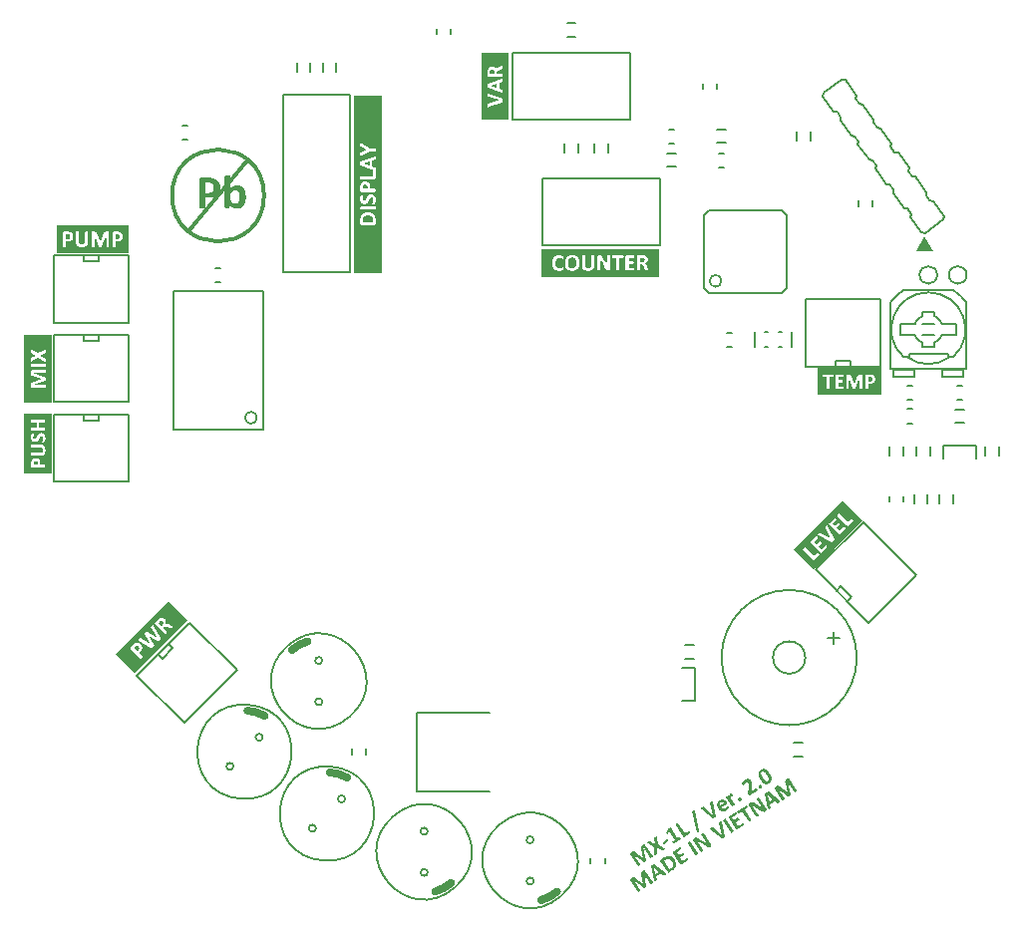
<source format=gto>
G04 Layer_Color=65535*
%FSTAX24Y24*%
%MOIN*%
G70*
G01*
G75*
%ADD13C,0.0118*%
%ADD52C,0.0050*%
%ADD53C,0.0256*%
%ADD54C,0.0079*%
G36*
X188753Y130359D02*
X18877Y130356D01*
X188772Y130356D01*
X188778Y130354D01*
X188786Y130352D01*
X188797Y130348D01*
X18881Y130343D01*
X188823Y130337D01*
X188839Y130328D01*
X188853Y130318D01*
X188854Y130317D01*
X188855Y130317D01*
X188857Y130315D01*
X18886Y130313D01*
X188867Y130307D01*
X188877Y130297D01*
X188888Y130285D01*
X1889Y130271D01*
X188912Y130255D01*
X188925Y130237D01*
X188926Y130237D01*
X188927Y130235D01*
X188929Y130232D01*
X188931Y130228D01*
X188934Y130222D01*
X188938Y130216D01*
X188946Y130201D01*
X188954Y130184D01*
X188961Y130166D01*
X188969Y130145D01*
X188973Y130126D01*
X188974Y130125D01*
X188974Y130124D01*
X188975Y130118D01*
X188976Y130107D01*
X188977Y130094D01*
X188978Y130079D01*
X188978Y130063D01*
X188976Y130046D01*
X188972Y130029D01*
X188971Y130027D01*
X18897Y130022D01*
X188966Y130013D01*
X188962Y130002D01*
X188956Y12999D01*
X188948Y129975D01*
X188939Y12996D01*
X188927Y129946D01*
X188926Y129945D01*
X188926Y129944D01*
X188924Y129942D01*
X188921Y12994D01*
X188917Y129936D01*
X188913Y129932D01*
X188903Y129923D01*
X18889Y129911D01*
X188875Y129898D01*
X188856Y129885D01*
X188837Y129871D01*
X188734Y129806D01*
X188733Y129805D01*
X188732Y129805D01*
X188727Y129802D01*
X18872Y129801D01*
X188712Y1298D01*
X18871Y129801D01*
X188706Y129803D01*
X188698Y129808D01*
X188695Y129812D01*
X188691Y129817D01*
X188453Y130192D01*
X188452Y130193D01*
X188451Y130194D01*
X188451Y130197D01*
X188448Y130201D01*
X188446Y130209D01*
X188447Y130218D01*
X188448Y13022D01*
X188449Y130224D01*
X188454Y13023D01*
X18846Y130236D01*
X188571Y130306D01*
X188571Y130306D01*
X188573Y130307D01*
X188576Y130309D01*
X18858Y130312D01*
X188585Y130315D01*
X188591Y130318D01*
X188606Y130326D01*
X188622Y130334D01*
X18864Y130342D01*
X188658Y130349D01*
X188677Y130354D01*
X188678Y130354D01*
X188679Y130354D01*
X188685Y130356D01*
X188695Y130357D01*
X188707Y130358D01*
X188721Y130359D01*
X188737Y13036D01*
X188753Y130359D01*
D02*
G37*
G36*
X189435Y13085D02*
X189439Y130849D01*
X18944Y13085D01*
X189442Y130848D01*
X189444Y130847D01*
X189445Y130845D01*
X189703Y130439D01*
X189704Y130439D01*
X189704Y130438D01*
X189705Y130435D01*
X189705Y130431D01*
X189704Y130431D01*
X189704Y130429D01*
X189702Y130426D01*
X1897Y130423D01*
X189699Y130422D01*
X189697Y13042D01*
X189693Y130416D01*
X189688Y130412D01*
X189686Y13041D01*
X189682Y130408D01*
X189676Y130403D01*
X189668Y130398D01*
X189667Y130397D01*
X189666Y130396D01*
X189663Y130395D01*
X189661Y130393D01*
X189653Y130389D01*
X189646Y130385D01*
X189644Y130384D01*
X18964Y130382D01*
X189636Y130381D01*
X189631Y130379D01*
X18963Y130378D01*
X189628Y130378D01*
X189625Y130378D01*
X189621Y130378D01*
X189621Y130379D01*
X189619Y13038D01*
X189616Y130384D01*
X189358Y130789D01*
X189357Y13079D01*
X189357Y130791D01*
X189356Y130796D01*
X189356Y130797D01*
X189356Y130799D01*
X189358Y130802D01*
X18936Y130805D01*
X189361Y130806D01*
X189363Y130809D01*
X189367Y130812D01*
X189372Y130817D01*
X189374Y130818D01*
X189377Y130821D01*
X189383Y130826D01*
X189392Y130832D01*
X189393Y130832D01*
X189395Y130833D01*
X189399Y130836D01*
X189406Y13084D01*
X189413Y130843D01*
X189414Y130843D01*
X189415Y130844D01*
X189419Y130845D01*
X189424Y130847D01*
X189429Y130849D01*
X18943Y13085D01*
X189432Y13085D01*
X189435Y13085D01*
D02*
G37*
G36*
X188241Y130087D02*
X188242Y130086D01*
X188244Y130085D01*
X188248Y130083D01*
X188252Y13008D01*
X188627Y129784D01*
X188628Y129783D01*
X188629Y129782D01*
X188634Y129778D01*
X188639Y129773D01*
X188644Y129767D01*
X188645Y129766D01*
X188646Y129764D01*
X188648Y12976D01*
X188647Y129755D01*
X188647Y129754D01*
X188646Y129752D01*
X188643Y129748D01*
X188637Y129743D01*
X188635Y129742D01*
X18863Y129739D01*
X188623Y129733D01*
X188612Y129726D01*
X188612Y129726D01*
X18861Y129725D01*
X188607Y129723D01*
X188603Y12972D01*
X188594Y129714D01*
X188585Y12971D01*
X188583Y129709D01*
X18858Y129708D01*
X188575Y129705D01*
X18857Y129703D01*
X188569Y129702D01*
X188567Y129702D01*
X188564Y129701D01*
X188561Y129702D01*
X18856Y129702D01*
X188559Y129703D01*
X188553Y129707D01*
X18847Y129776D01*
X188307Y129672D01*
X188334Y129571D01*
X188335Y12957D01*
X188335Y129568D01*
X188335Y12956D01*
X188335Y129558D01*
X188334Y129556D01*
X188331Y129552D01*
X188331Y129552D01*
X188329Y129549D01*
X188324Y129545D01*
X188319Y129541D01*
X188317Y12954D01*
X188313Y129537D01*
X188307Y129532D01*
X188297Y129526D01*
X188296Y129525D01*
X188294Y129524D01*
X188291Y129522D01*
X188288Y12952D01*
X18828Y129515D01*
X188272Y129511D01*
X18827Y12951D01*
X188267Y129509D01*
X188262Y129508D01*
X188258Y129508D01*
X188257Y129508D01*
X188254Y12951D01*
X188252Y129513D01*
X188248Y129518D01*
X188247Y129519D01*
X188246Y129523D01*
X188244Y129531D01*
X188241Y129539D01*
X188132Y130005D01*
X188132Y130006D01*
X188131Y130009D01*
X18813Y130013D01*
X18813Y130017D01*
X188131Y130018D01*
X188131Y130021D01*
X188133Y130024D01*
X188136Y130028D01*
X188137Y130028D01*
X188139Y130031D01*
X188144Y130035D01*
X18815Y13004D01*
X18815Y130041D01*
X188151Y130041D01*
X188154Y130043D01*
X188156Y130046D01*
X188165Y130051D01*
X188177Y130059D01*
X188177Y130059D01*
X18818Y130061D01*
X188183Y130063D01*
X188188Y130066D01*
X188198Y130072D01*
X188208Y130077D01*
X188209Y130078D01*
X18821Y130079D01*
X188216Y130081D01*
X188222Y130084D01*
X188228Y130087D01*
X188229Y130087D01*
X188232Y130087D01*
X188237Y130088D01*
X188241Y130087D01*
D02*
G37*
G36*
X187922Y129884D02*
X187927Y129883D01*
X187929Y129883D01*
X187931Y129882D01*
X187936Y129879D01*
X187941Y129876D01*
X187942Y129876D01*
X187945Y129873D01*
X187949Y129869D01*
X187952Y129863D01*
X188196Y129481D01*
X188196Y12948D01*
X188197Y129479D01*
X188197Y129476D01*
X188197Y129473D01*
X188197Y12947D01*
X188196Y129468D01*
X188193Y129464D01*
X188193Y129464D01*
X188191Y129462D01*
X188187Y129458D01*
X188182Y129454D01*
X18818Y129453D01*
X188176Y12945D01*
X18817Y129445D01*
X188162Y12944D01*
X188161Y12944D01*
X188161Y129439D01*
X188156Y129436D01*
X188149Y129432D01*
X188142Y129428D01*
X188141Y129427D01*
X188137Y129426D01*
X188132Y129424D01*
X188128Y129423D01*
X188127Y129422D01*
X188125Y129422D01*
X188121Y129422D01*
X188119Y129423D01*
X188118Y129423D01*
X188116Y129425D01*
X188113Y129428D01*
X187891Y129778D01*
X18789Y129777D01*
X187987Y129348D01*
X187988Y129347D01*
X187988Y129345D01*
X187987Y129338D01*
X187986Y129337D01*
X187986Y129335D01*
X187985Y129333D01*
X187982Y129328D01*
X187981Y129328D01*
X187979Y129326D01*
X187975Y129323D01*
X18797Y129319D01*
X187968Y129318D01*
X187965Y129316D01*
X18796Y129311D01*
X187951Y129306D01*
X187951Y129305D01*
X18795Y129305D01*
X187945Y129302D01*
X187938Y129298D01*
X187931Y129294D01*
X18793Y129293D01*
X187926Y129292D01*
X187922Y12929D01*
X187916Y129288D01*
X187915Y129288D01*
X187913Y129287D01*
X187905Y129287D01*
X187905Y129288D01*
X187902Y129288D01*
X187898Y129291D01*
X187555Y129564D01*
X187777Y129215D01*
X187778Y129214D01*
X187778Y129213D01*
X187779Y12921D01*
X187779Y129206D01*
X187778Y129204D01*
X187777Y129202D01*
X187775Y129198D01*
X187774Y129198D01*
X187772Y129195D01*
X187769Y129192D01*
X187764Y129188D01*
X187762Y129187D01*
X187758Y129184D01*
X187752Y129179D01*
X187744Y129174D01*
X187743Y129173D01*
X187742Y129173D01*
X187737Y12917D01*
X187731Y129166D01*
X187724Y129162D01*
X187722Y129161D01*
X187719Y12916D01*
X187714Y129158D01*
X187709Y129157D01*
X187709Y129156D01*
X187706Y129156D01*
X187703Y129156D01*
X1877Y129156D01*
X1877Y129157D01*
X187698Y129158D01*
X187695Y129162D01*
X187451Y129545D01*
X187451Y129545D01*
X18745Y129547D01*
X187448Y129551D01*
X187446Y129554D01*
X187444Y129565D01*
X187443Y12957D01*
X187444Y129575D01*
X187444Y129577D01*
X187445Y129578D01*
X187447Y129584D01*
X187453Y129592D01*
X187457Y129597D01*
X187461Y1296D01*
X187519Y129637D01*
X18752Y129637D01*
X187521Y129638D01*
X187524Y12964D01*
X187528Y129642D01*
X187537Y129646D01*
X187546Y12965D01*
X187547Y12965D01*
X187548Y12965D01*
X187554Y129652D01*
X187562Y129654D01*
X187571Y129654D01*
X187573Y129654D01*
X187578Y129653D01*
X187585Y129651D01*
X187594Y129647D01*
X187595Y129646D01*
X187601Y129642D01*
X187608Y129638D01*
X187618Y12963D01*
X187874Y129433D01*
X187876Y129434D01*
X187809Y12975D01*
X187808Y129751D01*
X187808Y129753D01*
X187807Y129756D01*
X187807Y129761D01*
X187805Y12977D01*
X187804Y12978D01*
X187803Y129781D01*
X187803Y129782D01*
X187804Y129788D01*
X187804Y129795D01*
X187806Y129803D01*
X187806Y129805D01*
X187808Y129809D01*
X187811Y129815D01*
X187816Y129821D01*
X187817Y129822D01*
X187817Y129823D01*
X187822Y129827D01*
X187828Y129832D01*
X187836Y129838D01*
X187895Y129876D01*
X187896Y129877D01*
X187897Y129877D01*
X187901Y12988D01*
X187906Y129882D01*
X187912Y129883D01*
X187913Y129883D01*
X187917Y129884D01*
X187922Y129884D01*
D02*
G37*
G36*
X189111Y130646D02*
X189111Y130646D01*
X189113Y130645D01*
X189115Y130644D01*
X189118Y130643D01*
X189119Y130642D01*
X189121Y130641D01*
X189124Y130637D01*
X189127Y130634D01*
X189128Y130633D01*
X189131Y13063D01*
X189135Y130625D01*
X189139Y130618D01*
X18914Y130617D01*
X189142Y130614D01*
X189145Y130607D01*
X189148Y130602D01*
X189148Y130601D01*
X189149Y130597D01*
X189151Y130594D01*
X189152Y13059D01*
X189152Y130589D01*
X189153Y130587D01*
X189152Y130584D01*
X189151Y130582D01*
X189151Y13058D01*
X189148Y130577D01*
X188994Y130479D01*
X189061Y130374D01*
X189191Y130457D01*
X189192Y130457D01*
X189193Y130458D01*
X189195Y130458D01*
X189197Y130457D01*
X189198Y130458D01*
X1892Y130457D01*
X189202Y130456D01*
X189205Y130454D01*
X189206Y130453D01*
X189208Y130452D01*
X18921Y13045D01*
X189214Y130446D01*
X189214Y130445D01*
X189217Y130442D01*
X189222Y130437D01*
X189226Y130431D01*
X189227Y130429D01*
X189229Y130425D01*
X189232Y13042D01*
X189234Y130414D01*
X189235Y130413D01*
X189236Y13041D01*
X189238Y130402D01*
X189239Y130401D01*
X189238Y1304D01*
X189237Y130395D01*
X189236Y130393D01*
X189233Y13039D01*
X189104Y130308D01*
X189181Y130186D01*
X189336Y130284D01*
X189337Y130285D01*
X189337Y130286D01*
X18934Y130286D01*
X189342Y130285D01*
X189343Y130286D01*
X189345Y130285D01*
X189347Y130283D01*
X18935Y130282D01*
X18935Y130281D01*
X189352Y13028D01*
X189356Y130277D01*
X189359Y130273D01*
X18936Y130272D01*
X189362Y130269D01*
X189366Y130265D01*
X189371Y130259D01*
X189372Y130257D01*
X189374Y130253D01*
X189376Y130248D01*
X189379Y130241D01*
X18938Y130241D01*
X189381Y130237D01*
X189382Y130233D01*
X189383Y130229D01*
X189384Y130229D01*
X189384Y130226D01*
X189384Y130224D01*
X189383Y130221D01*
X189382Y130219D01*
X189379Y130216D01*
X189163Y130079D01*
X189162Y130078D01*
X189161Y130078D01*
X189156Y130075D01*
X189149Y130073D01*
X189141Y130073D01*
X189139Y130074D01*
X189135Y130076D01*
X189127Y130081D01*
X189124Y130085D01*
X18912Y13009D01*
X188882Y130465D01*
X188881Y130466D01*
X18888Y130467D01*
X188879Y13047D01*
X188877Y130473D01*
X188875Y130482D01*
X188876Y130491D01*
X188877Y130492D01*
X188878Y130497D01*
X188883Y130503D01*
X188889Y130508D01*
X189104Y130645D01*
X189105Y130646D01*
X189106Y130646D01*
X189108Y130646D01*
X189111Y130646D01*
D02*
G37*
G36*
X188787Y131308D02*
X188788Y131307D01*
X188791Y131305D01*
X189017Y13095D01*
X189087Y130994D01*
X189088Y130994D01*
X189088Y130995D01*
X189091Y130996D01*
X189094Y130995D01*
X189095Y130996D01*
X189097Y130994D01*
X189099Y130993D01*
X189102Y130992D01*
X189102Y130991D01*
X189104Y13099D01*
X189107Y130987D01*
X189111Y130983D01*
X189111Y130982D01*
X189114Y130979D01*
X189119Y130974D01*
X189123Y130968D01*
X189124Y130966D01*
X189126Y130963D01*
X189129Y130957D01*
X189131Y130951D01*
X189131Y130951D01*
X189133Y130947D01*
X189134Y130943D01*
X189135Y130939D01*
X189136Y130938D01*
X189135Y130937D01*
X189134Y130932D01*
X189133Y13093D01*
X18913Y130927D01*
X188892Y130775D01*
X18889Y130774D01*
X188886Y130774D01*
X188883Y130775D01*
X188879Y130776D01*
X188878Y130777D01*
X188876Y130779D01*
X188873Y130782D01*
X18887Y130785D01*
X188869Y130786D01*
X188867Y130789D01*
X188863Y130794D01*
X188859Y1308D01*
X188859Y130801D01*
X188858Y130802D01*
X188856Y130806D01*
X188852Y130812D01*
X18885Y130817D01*
X188849Y130818D01*
X188848Y130821D01*
X188847Y130825D01*
X188845Y130829D01*
X188845Y13083D01*
X188845Y130832D01*
X188845Y130835D01*
X188846Y130837D01*
X188846Y130839D01*
X188846Y13084D01*
X188848Y130842D01*
X18885Y130843D01*
X18893Y130894D01*
X188752Y131174D01*
X188707Y131092D01*
X188707Y13109D01*
X188704Y131087D01*
X188701Y131082D01*
X188698Y131079D01*
X188697Y131079D01*
X188695Y131077D01*
X188692Y131075D01*
X188689Y131075D01*
X188688Y131076D01*
X188685Y131077D01*
X188683Y13108D01*
X188679Y131083D01*
X188678Y131085D01*
X188676Y131089D01*
X188671Y131094D01*
X188666Y131103D01*
X188664Y131105D01*
X188662Y131108D01*
X18866Y131112D01*
X188657Y131116D01*
X188657Y131117D01*
X188655Y131119D01*
X188654Y131125D01*
X188653Y131126D01*
X188653Y131128D01*
X188653Y131134D01*
X188653Y131135D01*
X188653Y131136D01*
X188656Y131143D01*
X188711Y131261D01*
X188711Y131263D01*
X188713Y131266D01*
X188714Y131267D01*
X188714Y131268D01*
X188719Y131271D01*
X18872Y131272D01*
X188722Y131274D01*
X188725Y131276D01*
X188729Y131279D01*
X18873Y131279D01*
X188733Y131283D01*
X188738Y131286D01*
X188746Y13129D01*
X188746Y131291D01*
X188748Y131292D01*
X188753Y131295D01*
X188759Y131299D01*
X188766Y131302D01*
X188767Y131303D01*
X188771Y131304D01*
X188775Y131306D01*
X188779Y131307D01*
X18878Y131308D01*
X188782Y131308D01*
X188784Y131308D01*
X188787Y131308D01*
D02*
G37*
G36*
X189885Y131135D02*
X189888Y131133D01*
X189889Y131134D01*
X189891Y131133D01*
X189893Y131132D01*
X189894Y131129D01*
X19014Y130743D01*
X190141Y130742D01*
X190143Y130738D01*
X190144Y130733D01*
X190146Y130727D01*
X190145Y130725D01*
X190146Y130722D01*
X190146Y130718D01*
X190145Y130712D01*
X190144Y130711D01*
X190144Y130708D01*
X190141Y130704D01*
X190138Y1307D01*
X190137Y130699D01*
X190135Y130697D01*
X190131Y130694D01*
X190127Y130691D01*
X190089Y130667D01*
X190088Y130666D01*
X190088Y130666D01*
X190083Y130663D01*
X190076Y130659D01*
X190068Y130656D01*
X190066Y130655D01*
X190062Y130655D01*
X190055Y130654D01*
X190047Y130655D01*
X190046Y130655D01*
X19004Y130657D01*
X190032Y130659D01*
X190022Y130663D01*
X190022Y130664D01*
X19002Y130664D01*
X190017Y130665D01*
X190014Y130668D01*
X190004Y130673D01*
X189991Y13068D01*
X189756Y130813D01*
X189755Y130814D01*
X189752Y130816D01*
X189748Y130818D01*
X189743Y130821D01*
X189737Y130825D01*
X189729Y13083D01*
X189713Y13084D01*
X189711Y13084D01*
X189709Y130842D01*
X189704Y130846D01*
X189699Y130849D01*
X189692Y130854D01*
X189684Y130859D01*
X189669Y13087D01*
X189669Y13087D01*
X189669Y130869D01*
X189671Y130866D01*
X189674Y130861D01*
X189679Y130855D01*
X189684Y130848D01*
X189689Y130839D01*
X189701Y130822D01*
X189702Y130821D01*
X189704Y130818D01*
X189707Y130813D01*
X189711Y130808D01*
X189716Y130801D01*
X189722Y130792D01*
X189733Y130774D01*
X189876Y130549D01*
X189876Y130549D01*
X189877Y130548D01*
X189878Y130545D01*
X189878Y130541D01*
X189877Y130539D01*
X189876Y130537D01*
X189874Y130533D01*
X189873Y130533D01*
X189871Y13053D01*
X189868Y130527D01*
X189863Y130523D01*
X189861Y130522D01*
X189858Y13052D01*
X189852Y130515D01*
X189844Y13051D01*
X189843Y130509D01*
X189842Y130509D01*
X189838Y130506D01*
X189831Y130501D01*
X189824Y130498D01*
X189823Y130498D01*
X18982Y130496D01*
X189815Y130495D01*
X189811Y130493D01*
X18981Y130493D01*
X189808Y130493D01*
X189806Y130493D01*
X189803Y130494D01*
X189802Y130495D01*
X189801Y130496D01*
X189797Y130499D01*
X189552Y130885D01*
X189551Y130886D01*
X18955Y130888D01*
X189549Y130891D01*
X189547Y130895D01*
X189545Y130904D01*
X189544Y130909D01*
X189546Y130914D01*
X189546Y130915D01*
X189546Y130917D01*
X18955Y130923D01*
X189554Y130929D01*
X189563Y130937D01*
X189609Y130966D01*
X18961Y130967D01*
X189612Y130968D01*
X189617Y130971D01*
X189625Y130975D01*
X189632Y130977D01*
X189633Y130978D01*
X189634Y130978D01*
X189639Y130979D01*
X189645Y13098D01*
X189652Y13098D01*
X189654Y13098D01*
X189658Y130979D01*
X189666Y130977D01*
X189674Y130974D01*
X189676Y130973D01*
X189681Y130971D01*
X18969Y130967D01*
X189701Y130961D01*
X189884Y130857D01*
X189885Y130856D01*
X189887Y130855D01*
X18989Y130853D01*
X189895Y130851D01*
X189904Y130845D01*
X189916Y130838D01*
X189916Y130837D01*
X189919Y130836D01*
X189921Y130834D01*
X189926Y130832D01*
X189935Y130826D01*
X189947Y130819D01*
X189947Y130818D01*
X18995Y130818D01*
X189952Y130816D01*
X189957Y130813D01*
X189967Y130808D01*
X189977Y1308D01*
X189978Y130799D01*
X18998Y130798D01*
X189983Y130796D01*
X189987Y130794D01*
X189996Y130789D01*
X190007Y130782D01*
X190006Y130783D01*
X190004Y130786D01*
X190001Y130791D01*
X189997Y130796D01*
X189992Y130803D01*
X189987Y130811D01*
X189975Y130829D01*
X189974Y13083D01*
X189972Y130833D01*
X189969Y130838D01*
X189965Y130845D01*
X18996Y130852D01*
X189955Y13086D01*
X189944Y130877D01*
X189816Y131079D01*
X189815Y13108D01*
X189814Y131081D01*
X189814Y131086D01*
X189813Y131087D01*
X189814Y131089D01*
X189815Y131091D01*
X189817Y131095D01*
X189818Y131095D01*
X18982Y131098D01*
X189823Y131101D01*
X189828Y131105D01*
X189829Y131106D01*
X189833Y13111D01*
X189838Y131114D01*
X189846Y131119D01*
X189847Y13112D01*
X189848Y13112D01*
X189852Y131123D01*
X189859Y131127D01*
X189866Y131129D01*
X189867Y13113D01*
X189871Y131132D01*
X189876Y131133D01*
X189879Y131135D01*
X18988Y131135D01*
X189882Y131135D01*
X189885Y131135D01*
D02*
G37*
G36*
X188328Y131014D02*
X188329Y131014D01*
X188331Y131013D01*
X188334Y13101D01*
X188336Y131005D01*
X188337Y131004D01*
X188337Y130999D01*
X188339Y130992D01*
X188341Y130982D01*
X188357Y130746D01*
X188578Y130623D01*
X188579Y130622D01*
X18858Y130621D01*
X188586Y130617D01*
X188592Y130613D01*
X188598Y130608D01*
X188598Y130607D01*
X188601Y130604D01*
X188602Y1306D01*
X188603Y130596D01*
X188603Y130595D01*
X188601Y130592D01*
X188597Y130588D01*
X188591Y130583D01*
X18859Y130582D01*
X188589Y130582D01*
X188587Y13058D01*
X188584Y130578D01*
X18858Y130575D01*
X188574Y130571D01*
X188569Y130568D01*
X188562Y130563D01*
X188561Y130563D01*
X18856Y130562D01*
X188557Y13056D01*
X188553Y130558D01*
X188545Y130553D01*
X188537Y130549D01*
X188536Y130548D01*
X188532Y130546D01*
X188527Y130543D01*
X188522Y130541D01*
X188521Y130541D01*
X188519Y13054D01*
X188515Y13054D01*
X188512Y130541D01*
X188511Y130541D01*
X188509Y130541D01*
X188504Y130544D01*
X188324Y130649D01*
X188343Y130442D01*
X188344Y130441D01*
X188344Y130439D01*
X188343Y130433D01*
X188342Y130433D01*
X188343Y130431D01*
X188341Y130428D01*
X188338Y130424D01*
X188337Y130423D01*
X188335Y130421D01*
X18833Y130418D01*
X188325Y130414D01*
X188323Y130413D01*
X188318Y130409D01*
X188312Y130404D01*
X188301Y130397D01*
X1883Y130397D01*
X188299Y130396D01*
X188295Y130394D01*
X188291Y130391D01*
X188282Y130385D01*
X188274Y130381D01*
X188272Y13038D01*
X188268Y130379D01*
X188263Y130378D01*
X188258Y130377D01*
X188257Y130377D01*
X188255Y130379D01*
X188253Y130382D01*
X18825Y130386D01*
X18825Y130389D01*
X188249Y130393D01*
X188248Y130401D01*
X188246Y130412D01*
X18823Y130664D01*
X188024Y13078D01*
X188023Y130781D01*
X188021Y130782D01*
X188016Y130785D01*
X188009Y130789D01*
X188002Y130794D01*
X188001Y130795D01*
X188Y130798D01*
X187998Y130801D01*
X187997Y130805D01*
X187997Y130807D01*
X187999Y130809D01*
X188003Y130814D01*
X188009Y130819D01*
X18801Y130819D01*
X188011Y13082D01*
X188013Y130822D01*
X188016Y130824D01*
X188021Y130827D01*
X188025Y130831D01*
X188031Y130835D01*
X188037Y130839D01*
X188038Y130839D01*
X18804Y13084D01*
X188043Y130843D01*
X188046Y130845D01*
X188054Y13085D01*
X188062Y130854D01*
X188063Y130854D01*
X188064Y130855D01*
X188068Y130856D01*
X188074Y130859D01*
X188078Y13086D01*
X188079Y130861D01*
X188082Y130862D01*
X188086Y130862D01*
X188088Y130861D01*
X18809Y130861D01*
X188091Y13086D01*
X188097Y130858D01*
X188263Y130762D01*
X188246Y130952D01*
X188245Y130953D01*
X188245Y130955D01*
X188245Y130961D01*
X188245Y130962D01*
X188245Y130963D01*
X188247Y130966D01*
X188249Y130969D01*
X18825Y13097D01*
X188252Y130972D01*
X188256Y130976D01*
X188261Y13098D01*
X188262Y13098D01*
X188262Y130981D01*
X188267Y130985D01*
X188274Y13099D01*
X188285Y130996D01*
X188285Y130997D01*
X188287Y130998D01*
X18829Y131D01*
X188294Y131002D01*
X188303Y131007D01*
X188312Y131011D01*
X188312Y131012D01*
X188313Y131012D01*
X188318Y131014D01*
X188323Y131015D01*
X188328Y131014D01*
D02*
G37*
G36*
X187919Y130751D02*
X187924Y13075D01*
X187926Y13075D01*
X187928Y130749D01*
X187933Y130746D01*
X187937Y130743D01*
X187939Y130743D01*
X187942Y13074D01*
X187946Y130736D01*
X187949Y13073D01*
X188193Y130348D01*
X188193Y130347D01*
X188194Y130346D01*
X188194Y130343D01*
X188194Y13034D01*
X188194Y130337D01*
X188193Y130335D01*
X18819Y130331D01*
X18819Y130331D01*
X188188Y130329D01*
X188184Y130325D01*
X188179Y130321D01*
X188177Y13032D01*
X188173Y130317D01*
X188167Y130312D01*
X188159Y130307D01*
X188158Y130307D01*
X188158Y130306D01*
X188153Y130303D01*
X188146Y130299D01*
X188139Y130296D01*
X188138Y130294D01*
X188134Y130293D01*
X188129Y130291D01*
X188125Y13029D01*
X188124Y130289D01*
X188122Y130289D01*
X188118Y130289D01*
X188116Y13029D01*
X188115Y13029D01*
X188113Y130292D01*
X18811Y130295D01*
X187888Y130645D01*
X187887Y130644D01*
X187984Y130215D01*
X187985Y130214D01*
X187985Y130212D01*
X187984Y130205D01*
X187983Y130204D01*
X187983Y130202D01*
X187981Y1302D01*
X187978Y130196D01*
X187978Y130195D01*
X187976Y130193D01*
X187972Y13019D01*
X187967Y130186D01*
X187965Y130185D01*
X187962Y130183D01*
X187956Y130178D01*
X187948Y130173D01*
X187948Y130172D01*
X187947Y130172D01*
X187942Y130169D01*
X187935Y130165D01*
X187928Y130161D01*
X187927Y13016D01*
X187923Y130159D01*
X187918Y130157D01*
X187913Y130155D01*
X187912Y130155D01*
X18791Y130154D01*
X187902Y130154D01*
X187902Y130155D01*
X187899Y130155D01*
X187895Y130158D01*
X187552Y130431D01*
X187774Y130082D01*
X187775Y130081D01*
X187775Y13008D01*
X187776Y130077D01*
X187776Y130074D01*
X187775Y130071D01*
X187774Y130069D01*
X187772Y130065D01*
X187771Y130065D01*
X187769Y130062D01*
X187766Y130059D01*
X187761Y130055D01*
X187759Y130054D01*
X187755Y130051D01*
X187749Y130046D01*
X187741Y130041D01*
X18774Y13004D01*
X187739Y13004D01*
X187734Y130037D01*
X187728Y130033D01*
X187721Y130029D01*
X187719Y130028D01*
X187715Y130027D01*
X187711Y130025D01*
X187706Y130024D01*
X187705Y130023D01*
X187703Y130023D01*
X1877Y130023D01*
X187697Y130023D01*
X187697Y130024D01*
X187695Y130025D01*
X187691Y130029D01*
X187448Y130412D01*
X187448Y130412D01*
X187446Y130414D01*
X187445Y130418D01*
X187443Y130421D01*
X187441Y130432D01*
X18744Y130437D01*
X187441Y130442D01*
X187441Y130444D01*
X187442Y130445D01*
X187444Y130451D01*
X18745Y130459D01*
X187453Y130464D01*
X187458Y130467D01*
X187516Y130504D01*
X187517Y130504D01*
X187518Y130505D01*
X187521Y130507D01*
X187525Y130509D01*
X187534Y130513D01*
X187543Y130517D01*
X187544Y130517D01*
X187545Y130517D01*
X187551Y130519D01*
X187559Y130521D01*
X187568Y130521D01*
X18757Y130521D01*
X187575Y13052D01*
X187582Y130518D01*
X18759Y130514D01*
X187592Y130513D01*
X187598Y130509D01*
X187605Y130505D01*
X187615Y130497D01*
X187871Y1303D01*
X187872Y130301D01*
X187806Y130618D01*
X187805Y130618D01*
X187805Y13062D01*
X187804Y130623D01*
X187804Y130628D01*
X187802Y130637D01*
X1878Y130647D01*
X1878Y130648D01*
X1878Y130649D01*
X187801Y130655D01*
X187801Y130662D01*
X187803Y13067D01*
X187803Y130672D01*
X187805Y130676D01*
X187808Y130682D01*
X187813Y130688D01*
X187814Y130689D01*
X187814Y13069D01*
X187819Y130694D01*
X187825Y130699D01*
X187833Y130705D01*
X187892Y130743D01*
X187893Y130744D01*
X187894Y130744D01*
X187898Y130747D01*
X187903Y130749D01*
X187909Y13075D01*
X18791Y13075D01*
X187914Y130751D01*
X187919Y130751D01*
D02*
G37*
G36*
X188675Y130916D02*
X188676Y130916D01*
X188678Y130915D01*
X188681Y130914D01*
X188684Y130913D01*
X188684Y130912D01*
X188686Y130911D01*
X188689Y130908D01*
X188693Y130904D01*
X188693Y130903D01*
X188696Y1309D01*
X1887Y130896D01*
X188704Y13089D01*
X188705Y130889D01*
X188706Y130886D01*
X188709Y130883D01*
X18871Y130879D01*
X188715Y130869D01*
X188717Y130865D01*
X188717Y13086D01*
X188717Y130859D01*
X188716Y130855D01*
X188715Y13085D01*
X188711Y130846D01*
X188572Y130758D01*
X18857Y130757D01*
X188567Y130755D01*
X188561Y130755D01*
X188555Y130757D01*
X188555Y130758D01*
X188553Y130758D01*
X188552Y13076D01*
X188549Y130763D01*
X188547Y130765D01*
X188543Y13077D01*
X188539Y130775D01*
X188535Y130782D01*
X188534Y130783D01*
X188533Y130785D01*
X188531Y130788D01*
X188529Y130793D01*
X188525Y130801D01*
X188523Y130806D01*
X188522Y13081D01*
X188521Y130812D01*
X188522Y130816D01*
X188524Y13082D01*
X188529Y130826D01*
X188667Y130914D01*
X188668Y130914D01*
X18867Y130915D01*
X188673Y130916D01*
X188675Y130916D01*
D02*
G37*
G36*
X195197Y141584D02*
X193571Y139958D01*
X19292Y14061D01*
X194545Y142235D01*
X195197Y141584D01*
D02*
G37*
G36*
X168109Y145512D02*
X167187D01*
Y147798D01*
X168109D01*
Y145512D01*
D02*
G37*
G36*
Y143151D02*
X167187D01*
Y145141D01*
X168109D01*
Y143151D01*
D02*
G37*
G36*
X195827Y145772D02*
X193689D01*
Y146677D01*
X195827D01*
Y145772D01*
D02*
G37*
G36*
X183384Y154974D02*
X182463D01*
Y157219D01*
X183384D01*
Y154974D01*
D02*
G37*
G36*
X173392Y153038D02*
X173417Y153036D01*
X173423D01*
X17343Y153034D01*
X173438D01*
X173449Y153032D01*
X173463Y15303D01*
X173494Y153024D01*
X173496D01*
X173501Y153022D01*
X173511Y15302D01*
X173523Y153017D01*
X173536Y153011D01*
X173551Y153005D01*
X173586Y15299D01*
X173588Y152988D01*
X173594Y152986D01*
X173603Y15298D01*
X173615Y152974D01*
X17364Y152953D01*
X173667Y152928D01*
X173669Y152926D01*
X173672Y152922D01*
X173678Y152915D01*
X173686Y152903D01*
X173694Y152892D01*
X173701Y152876D01*
X173717Y152842D01*
Y15284D01*
X17372Y152832D01*
X173722Y152822D01*
X173726Y152809D01*
X17373Y152792D01*
X173732Y152774D01*
X173736Y152753D01*
Y15273D01*
Y152726D01*
Y152715D01*
X173734Y152699D01*
X173732Y152678D01*
X17373Y152655D01*
X173724Y152628D01*
X173719Y152603D01*
X173709Y152576D01*
X173707Y152574D01*
X173703Y152565D01*
X173697Y152553D01*
X17369Y152538D01*
X173678Y152521D01*
X173665Y152501D01*
X173649Y152482D01*
X17363Y152465D01*
X173628Y152463D01*
X173621Y152457D01*
X173609Y15245D01*
X173596Y15244D01*
X173576Y152428D01*
X173555Y152419D01*
X17353Y152407D01*
X173503Y152398D01*
X173499D01*
X17349Y152394D01*
X173474Y15239D01*
X173455Y152386D01*
X173428Y152382D01*
X1734Y152378D01*
X173367Y152376D01*
X17333Y152375D01*
X173246D01*
Y15205D01*
Y152048D01*
Y152046D01*
X173244Y15204D01*
X17324Y152034D01*
X173238D01*
X173236Y152031D01*
X17323Y152029D01*
X173223Y152025D01*
X173221D01*
X173215Y152023D01*
X173203Y152021D01*
X17319Y152019D01*
X173177D01*
X173161Y152017D01*
X173107D01*
X17309Y152019D01*
X173086D01*
X173079Y152021D01*
X173069Y152023D01*
X173057Y152025D01*
X173055D01*
X173052Y152027D01*
X173046Y152031D01*
X173042Y152034D01*
Y152036D01*
X17304Y15204D01*
X173038Y15205D01*
Y152965D01*
Y152967D01*
Y15297D01*
X17304Y152978D01*
Y152986D01*
X173046Y153003D01*
X173057Y15302D01*
X173061Y153024D01*
X173071Y15303D01*
X173086Y153036D01*
X173107Y15304D01*
X173371D01*
X173392Y153038D01*
D02*
G37*
G36*
X179132Y149866D02*
X178211D01*
Y15578D01*
X179132D01*
Y149866D01*
D02*
G37*
G36*
X174016Y153115D02*
X174032Y153113D01*
X174036D01*
X174043Y153111D01*
X174053Y153109D01*
X174063Y153107D01*
X174065D01*
X174068Y153105D01*
X174074Y153101D01*
X174078Y153095D01*
X17408D01*
X174082Y153091D01*
X174084Y153088D01*
Y153082D01*
Y152694D01*
X174086Y152696D01*
X174088Y152697D01*
X174099Y152709D01*
X174116Y152724D01*
X174136Y15274D01*
X174138D01*
X174139Y152744D01*
X174153Y152751D01*
X17417Y152761D01*
X174189Y15277D01*
X174191D01*
X174193Y152772D01*
X174199Y152774D01*
X174207Y152778D01*
X174224Y152784D01*
X174245Y15279D01*
X174247D01*
X174251Y152792D01*
X174257D01*
X174264Y152794D01*
X174282Y152795D01*
X174318D01*
X174332Y152794D01*
X174351Y152792D01*
X174372Y152788D01*
X174393Y152782D01*
X174416Y152774D01*
X174437Y152763D01*
X174439Y152761D01*
X174447Y152757D01*
X174457Y152749D01*
X174468Y152742D01*
X174484Y152728D01*
X174497Y152715D01*
X174512Y152697D01*
X174526Y152678D01*
X174528Y152676D01*
X174532Y152669D01*
X174537Y152659D01*
X174545Y152644D01*
X174553Y152626D01*
X174562Y152605D01*
X17457Y15258D01*
X174576Y152555D01*
Y152551D01*
X174578Y152544D01*
X174582Y152528D01*
X174585Y152511D01*
X174587Y152488D01*
X174591Y152463D01*
X174593Y152436D01*
Y152407D01*
Y152405D01*
Y152403D01*
Y152392D01*
X174591Y152375D01*
Y152351D01*
X174587Y152327D01*
X174583Y152298D01*
X17458Y152269D01*
X174572Y15224D01*
Y152236D01*
X174568Y152228D01*
X174562Y152213D01*
X174557Y152196D01*
X174549Y152177D01*
X174537Y152154D01*
X174526Y152132D01*
X174512Y152111D01*
X17451Y152109D01*
X174505Y152104D01*
X174497Y152094D01*
X174485Y152082D01*
X174472Y152069D01*
X174457Y152056D01*
X174437Y152042D01*
X174416Y152031D01*
X174414Y152029D01*
X174407Y152027D01*
X174395Y152023D01*
X17438Y152017D01*
X174361Y152011D01*
X174339Y152007D01*
X174314Y152006D01*
X174289Y152004D01*
X174276D01*
X174268Y152006D01*
X174247Y152007D01*
X174224Y152011D01*
X174222D01*
X174218Y152013D01*
X174213D01*
X174205Y152015D01*
X174186Y152023D01*
X174164Y152031D01*
X174163D01*
X174159Y152032D01*
X174155Y152036D01*
X174147Y152042D01*
X174128Y152054D01*
X174109Y152069D01*
X174107Y152071D01*
X174105Y152073D01*
X174099Y152079D01*
X174091Y152084D01*
X174074Y152102D01*
X174053Y152125D01*
Y152048D01*
Y152046D01*
Y152042D01*
X174049Y152032D01*
X174045Y152029D01*
X174041Y152027D01*
X174036Y152023D01*
X174034D01*
X174028Y152021D01*
X17402D01*
X174009Y152019D01*
X173997D01*
X173986Y152017D01*
X173942D01*
X173928Y152019D01*
X173926D01*
X173918Y152021D01*
X173911D01*
X173903Y152023D01*
X173901D01*
X173897Y152025D01*
X173893Y152029D01*
X17389Y152032D01*
Y152034D01*
X173888Y152036D01*
X173886Y152048D01*
Y153082D01*
Y153084D01*
Y153086D01*
X17389Y153095D01*
Y153097D01*
X173893Y153099D01*
X173897Y153103D01*
X173905Y153107D01*
X173907D01*
X173913Y153109D01*
X173922Y153111D01*
X173936Y153113D01*
X17394D01*
X173949Y153115D01*
X173965Y153116D01*
X174001D01*
X174016Y153115D01*
D02*
G37*
G36*
X170678Y150519D02*
X168274D01*
Y151441D01*
X170678D01*
Y150519D01*
D02*
G37*
G36*
X1884Y149732D02*
X184487D01*
Y150653D01*
X1884D01*
Y149732D01*
D02*
G37*
G36*
X192739Y132948D02*
X192745Y132947D01*
X192746Y132947D01*
X192749Y132946D01*
X192754Y132944D01*
X192758Y132941D01*
X192759Y13294D01*
X192762Y132938D01*
X192766Y132933D01*
X19277Y132928D01*
X193013Y132545D01*
X193014Y132544D01*
X193014Y132543D01*
X193015Y13254D01*
X193015Y132537D01*
X193014Y132534D01*
X193013Y132532D01*
X193011Y132529D01*
X19301Y132528D01*
X193008Y132526D01*
X193005Y132522D01*
X192999Y132518D01*
X192998Y132517D01*
X192994Y132514D01*
X192988Y132509D01*
X19298Y132504D01*
X192979Y132504D01*
X192978Y132503D01*
X192973Y1325D01*
X192967Y132496D01*
X19296Y132493D01*
X192958Y132492D01*
X192954Y13249D01*
X19295Y132489D01*
X192945Y132487D01*
X192944Y132486D01*
X192942Y132486D01*
X192939Y132486D01*
X192936Y132487D01*
X192936Y132488D01*
X192934Y132489D01*
X19293Y132492D01*
X192708Y132842D01*
X192707Y132841D01*
X192805Y132412D01*
X192805Y132411D01*
X192805Y132409D01*
X192804Y132402D01*
X192804Y132401D01*
X192804Y132399D01*
X192802Y132397D01*
X192799Y132393D01*
X192798Y132392D01*
X192796Y13239D01*
X192792Y132387D01*
X192787Y132383D01*
X192785Y132382D01*
X192782Y13238D01*
X192777Y132375D01*
X192769Y13237D01*
X192768Y13237D01*
X192767Y132369D01*
X192762Y132366D01*
X192756Y132362D01*
X192749Y132359D01*
X192747Y132358D01*
X192743Y132356D01*
X192739Y132354D01*
X192734Y132352D01*
X192733Y132352D01*
X192731Y132351D01*
X192723Y132351D01*
X192722Y132352D01*
X19272Y132353D01*
X192715Y132356D01*
X192372Y132628D01*
X192595Y132279D01*
X192595Y132278D01*
X192596Y132277D01*
X192596Y132274D01*
X192596Y132271D01*
X192596Y132268D01*
X192595Y132266D01*
X192592Y132262D01*
X192592Y132262D01*
X19259Y13226D01*
X192586Y132256D01*
X192581Y132252D01*
X192579Y132251D01*
X192575Y132248D01*
X192569Y132243D01*
X192561Y132238D01*
X19256Y132238D01*
X19256Y132237D01*
X192555Y132234D01*
X192548Y13223D01*
X192541Y132227D01*
X19254Y132225D01*
X192536Y132224D01*
X192531Y132222D01*
X192527Y132221D01*
X192526Y13222D01*
X192524Y13222D01*
X19252Y13222D01*
X192518Y132221D01*
X192517Y132221D01*
X192515Y132223D01*
X192512Y132226D01*
X192269Y132609D01*
X192268Y13261D01*
X192267Y132611D01*
X192266Y132615D01*
X192264Y132618D01*
X192261Y132629D01*
X19226Y132634D01*
X192261Y13264D01*
X192262Y132641D01*
X192262Y132642D01*
X192265Y132649D01*
X19227Y132656D01*
X192274Y132661D01*
X192279Y132664D01*
X192336Y132701D01*
X192337Y132701D01*
X192339Y132702D01*
X192341Y132704D01*
X192345Y132707D01*
X192354Y13271D01*
X192364Y132714D01*
X192364Y132714D01*
X192366Y132714D01*
X192371Y132716D01*
X192379Y132718D01*
X192388Y132718D01*
X19239Y132718D01*
X192396Y132717D01*
X192403Y132715D01*
X192411Y132711D01*
X192413Y13271D01*
X192418Y132706D01*
X192426Y132702D01*
X192435Y132694D01*
X192691Y132497D01*
X192693Y132498D01*
X192626Y132815D01*
X192626Y132815D01*
X192625Y132818D01*
X192625Y132821D01*
X192624Y132825D01*
X192623Y132834D01*
X192621Y132844D01*
X19262Y132845D01*
X192621Y132846D01*
X192621Y132853D01*
X192622Y13286D01*
X192623Y132868D01*
X192624Y132869D01*
X192625Y132873D01*
X192629Y132879D01*
X192634Y132885D01*
X192634Y132886D01*
X192635Y132887D01*
X192639Y132891D01*
X192645Y132896D01*
X192653Y132903D01*
X192713Y13294D01*
X192713Y132941D01*
X192714Y132941D01*
X192718Y132944D01*
X192724Y132946D01*
X19273Y132948D01*
X192731Y132947D01*
X192735Y132949D01*
X192739Y132948D01*
D02*
G37*
G36*
X190533Y132245D02*
X190544Y132245D01*
X190555Y132244D01*
X190566Y132241D01*
X190567Y132241D01*
X19057Y132239D01*
X190576Y132237D01*
X190584Y132234D01*
X190592Y13223D01*
X190601Y132225D01*
X190611Y132218D01*
X19062Y132211D01*
X190621Y13221D01*
X190625Y132207D01*
X190629Y132203D01*
X190635Y132196D01*
X190642Y132188D01*
X190649Y132179D01*
X190658Y13217D01*
X190665Y132158D01*
X190674Y132145D01*
X190674Y132144D01*
X190675Y132142D01*
X190677Y13214D01*
X190678Y132136D01*
X19068Y132127D01*
X19068Y132118D01*
X19068Y132117D01*
X190678Y132112D01*
X190674Y132105D01*
X190666Y132099D01*
X190486Y131984D01*
X190487Y131984D01*
X190488Y131981D01*
X190491Y131977D01*
X190494Y131974D01*
X190502Y131963D01*
X190513Y131952D01*
X190513Y131951D01*
X190515Y13195D01*
X190519Y131948D01*
X190522Y131946D01*
X190532Y131939D01*
X190544Y131935D01*
X190546Y131934D01*
X190547Y131934D01*
X19055Y131934D01*
X190554Y131933D01*
X190566Y131933D01*
X19058Y131934D01*
X19058Y131935D01*
X190583Y131935D01*
X190586Y131936D01*
X190592Y131939D01*
X190598Y131941D01*
X190604Y131944D01*
X190612Y131948D01*
X19062Y131953D01*
X190621Y131954D01*
X190624Y131956D01*
X190628Y131958D01*
X190633Y131961D01*
X190645Y13197D01*
X190657Y13198D01*
X190657Y13198D01*
X190659Y131983D01*
X190661Y131985D01*
X190665Y131989D01*
X190673Y131997D01*
X190681Y132006D01*
X190682Y132006D01*
X190683Y132008D01*
X190687Y132013D01*
X190691Y132019D01*
X190696Y132025D01*
X190697Y132027D01*
X1907Y13203D01*
X190703Y132034D01*
X190707Y132037D01*
X190708Y132037D01*
X190709Y132038D01*
X190713Y132038D01*
X190714Y132039D01*
X190715Y132039D01*
X190716Y132038D01*
X190719Y132036D01*
X190719Y132036D01*
X190721Y132034D01*
X190723Y132033D01*
X190727Y132029D01*
X190727Y132028D01*
X19073Y132026D01*
X190733Y132021D01*
X190736Y132016D01*
X190737Y132015D01*
X190739Y132012D01*
X190741Y132008D01*
X190743Y132003D01*
X190744Y132002D01*
X190745Y132D01*
X190748Y131994D01*
X190749Y131993D01*
X190749Y131991D01*
X19075Y131986D01*
X19075Y131983D01*
X19075Y131979D01*
X190749Y131978D01*
X190748Y131976D01*
X190745Y131971D01*
X190741Y131965D01*
X19074Y131963D01*
X190736Y131959D01*
X19073Y131952D01*
X190722Y131942D01*
X190721Y131941D01*
X19072Y131939D01*
X190717Y131937D01*
X190713Y131934D01*
X190709Y13193D01*
X190704Y131925D01*
X190691Y131914D01*
X190691Y131914D01*
X190689Y131911D01*
X190685Y131909D01*
X19068Y131905D01*
X190674Y1319D01*
X190667Y131895D01*
X190652Y131885D01*
X190651Y131884D01*
X190651Y131884D01*
X190646Y131881D01*
X190638Y131877D01*
X190628Y131871D01*
X190617Y131866D01*
X190603Y131859D01*
X19059Y131854D01*
X190576Y13185D01*
X190574Y13185D01*
X19057Y131849D01*
X190563Y131848D01*
X190555Y131847D01*
X190544Y131846D01*
X190532Y131846D01*
X19052Y131847D01*
X190508Y131849D01*
X190506Y131849D01*
X190502Y131851D01*
X190496Y131853D01*
X190488Y131856D01*
X190479Y13186D01*
X190468Y131866D01*
X190457Y131872D01*
X190446Y131881D01*
X190445Y131883D01*
X190441Y131886D01*
X190435Y131891D01*
X190428Y131898D01*
X19042Y131908D01*
X19041Y13192D01*
X1904Y131933D01*
X19039Y131947D01*
X19039Y131948D01*
X190389Y131949D01*
X190386Y131954D01*
X190382Y131962D01*
X190377Y131972D01*
X190371Y131984D01*
X190365Y131997D01*
X190359Y132011D01*
X190355Y132025D01*
X190355Y132027D01*
X190353Y132031D01*
X190352Y132039D01*
X190351Y132049D01*
X19035Y132059D01*
X190349Y132071D01*
X19035Y132084D01*
X190351Y132097D01*
X190351Y132099D01*
X190351Y132103D01*
X190353Y13211D01*
X190355Y132119D01*
X190359Y132129D01*
X190364Y13214D01*
X190369Y13215D01*
X190377Y132162D01*
X190378Y132164D01*
X190381Y132167D01*
X190385Y132173D01*
X190391Y13218D01*
X190399Y132187D01*
X190409Y132197D01*
X19042Y132205D01*
X190432Y132214D01*
X190433Y132215D01*
X190434Y132215D01*
X190439Y132218D01*
X190446Y132222D01*
X190455Y132227D01*
X190466Y132232D01*
X190478Y132236D01*
X19049Y13224D01*
X190503Y132243D01*
X190504Y132243D01*
X190509Y132245D01*
X190515Y132245D01*
X190523Y132246D01*
X190533Y132245D01*
D02*
G37*
G36*
X197558Y150598D02*
X197006D01*
X197282Y151071D01*
X197558Y150598D01*
D02*
G37*
G36*
X191122Y132318D02*
X191123Y132318D01*
X191125Y132316D01*
X191128Y132315D01*
X191133Y132312D01*
X191138Y132308D01*
X191144Y132302D01*
X19115Y132294D01*
X191158Y132284D01*
X191159Y132282D01*
X191161Y132279D01*
X191164Y132273D01*
X191167Y132266D01*
X191174Y132251D01*
X191174Y132243D01*
X191174Y132236D01*
X191173Y132235D01*
X191172Y132233D01*
X191171Y13223D01*
X191168Y132225D01*
X191165Y13222D01*
X191158Y132214D01*
X191151Y132208D01*
X191142Y132201D01*
X191141Y1322D01*
X191137Y132198D01*
X191132Y132196D01*
X191125Y132192D01*
X191111Y132187D01*
X191104Y132186D01*
X191097Y132186D01*
X191096Y132186D01*
X191094Y132187D01*
X191091Y132189D01*
X191087Y132192D01*
X191081Y132196D01*
X191074Y132202D01*
X191068Y13221D01*
X191061Y13222D01*
X19106Y132222D01*
X191058Y132225D01*
X191055Y132231D01*
X191052Y132238D01*
X191046Y132254D01*
X191045Y132261D01*
X191045Y132268D01*
X191045Y132269D01*
X191047Y132271D01*
X191048Y132274D01*
X19105Y132279D01*
X191054Y132285D01*
X19106Y132291D01*
X191068Y132297D01*
X191077Y132304D01*
X191078Y132305D01*
X191082Y132307D01*
X191086Y132309D01*
X191093Y132312D01*
X191107Y132318D01*
X191115Y132318D01*
X191122Y132318D01*
D02*
G37*
G36*
X190833Y132457D02*
X190837Y132454D01*
X190838Y132453D01*
X19084Y132452D01*
X190842Y13245D01*
X190842Y132449D01*
X190844Y132448D01*
X190846Y132444D01*
X190849Y13244D01*
X19085Y132439D01*
X190853Y132435D01*
X190857Y13243D01*
X190862Y132421D01*
X190863Y132421D01*
X190863Y13242D01*
X190867Y132414D01*
X190871Y132408D01*
X190874Y132401D01*
X190875Y1324D01*
X190876Y132396D01*
X190878Y132392D01*
X190879Y132388D01*
X190879Y132387D01*
X19088Y132385D01*
X19088Y132383D01*
X190879Y13238D01*
X190878Y132378D01*
X190875Y132375D01*
X190873Y132374D01*
X190868Y132372D01*
X190868Y132372D01*
X190866Y132371D01*
X190863Y132371D01*
X190859Y132369D01*
X190858Y132369D01*
X190856Y132369D01*
X190852Y132367D01*
X190848Y132366D01*
X190848Y132366D01*
X190845Y132365D01*
X190841Y132364D01*
X190837Y132361D01*
X190835Y13236D01*
X190832Y132358D01*
X190829Y132354D01*
X190824Y132348D01*
X190824Y132347D01*
X190821Y132344D01*
X190818Y132338D01*
X190815Y13233D01*
X190814Y132328D01*
X190813Y132323D01*
X190811Y132315D01*
X19081Y132304D01*
X190811Y132303D01*
X19081Y132302D01*
X190809Y132295D01*
X190808Y132284D01*
X190808Y13227D01*
X190926Y132085D01*
X190926Y132084D01*
X190927Y132083D01*
X190928Y13208D01*
X190927Y132078D01*
X190926Y132075D01*
X190925Y132073D01*
X190923Y13207D01*
X190922Y132069D01*
X19092Y132067D01*
X190917Y132063D01*
X190912Y132059D01*
X19091Y132058D01*
X190906Y132055D01*
X1909Y13205D01*
X190892Y132045D01*
X190891Y132045D01*
X19089Y132044D01*
X190885Y132041D01*
X190878Y132036D01*
X190871Y132033D01*
X190869Y132032D01*
X190866Y132031D01*
X190861Y132029D01*
X190857Y132027D01*
X190856Y132027D01*
X190854Y132027D01*
X19085Y132027D01*
X190847Y132027D01*
X190847Y132028D01*
X190846Y132028D01*
X190842Y132032D01*
X190654Y132328D01*
X190653Y132329D01*
X190653Y132329D01*
X190652Y132335D01*
X190651Y132335D01*
X190653Y132337D01*
X190654Y132339D01*
X190655Y132342D01*
X190656Y132343D01*
X190658Y132345D01*
X190661Y132348D01*
X190664Y132351D01*
X190666Y132352D01*
X190668Y132355D01*
X190674Y13236D01*
X190681Y132364D01*
X190682Y132365D01*
X190683Y132365D01*
X190687Y132368D01*
X190693Y132371D01*
X190699Y132374D01*
X190701Y132375D01*
X190704Y132375D01*
X190707Y132377D01*
X190711Y132378D01*
X190712Y132378D01*
X190714Y132379D01*
X190717Y132378D01*
X190719Y132377D01*
X190721Y132376D01*
X190725Y132373D01*
X190748Y132336D01*
X190748Y132338D01*
X190749Y13234D01*
X190748Y132344D01*
X190749Y132351D01*
X190751Y132363D01*
X190753Y132377D01*
X190753Y132378D01*
X190753Y13238D01*
X190755Y132388D01*
X190758Y132397D01*
X190761Y132406D01*
X190762Y132407D01*
X190762Y132408D01*
X190765Y132413D01*
X190769Y132421D01*
X190774Y132427D01*
X190775Y132428D01*
X190775Y132429D01*
X19078Y132433D01*
X190785Y132437D01*
X190792Y132443D01*
X190792Y132443D01*
X190794Y132444D01*
X190797Y132446D01*
X190801Y132448D01*
X190802Y132448D01*
X190805Y132449D01*
X190809Y13245D01*
X190813Y132452D01*
X190814Y132452D01*
X190817Y132453D01*
X190821Y132454D01*
X190824Y132455D01*
X190824Y132456D01*
X190827Y132456D01*
X190829Y132456D01*
X190831Y132456D01*
X190832Y132457D01*
X190833Y132457D01*
D02*
G37*
G36*
X191383Y132938D02*
X191394Y132936D01*
X191395Y132936D01*
X191397Y132935D01*
X191403Y132934D01*
X19141Y132932D01*
X191417Y132929D01*
X191425Y132926D01*
X191434Y132921D01*
X191442Y132916D01*
X191443Y132915D01*
X191446Y132913D01*
X19145Y13291D01*
X191455Y132906D01*
X191461Y1329D01*
X191466Y132893D01*
X191473Y132886D01*
X191479Y132877D01*
X191479Y132877D01*
X191481Y132874D01*
X191484Y132869D01*
X191486Y132864D01*
X19149Y132857D01*
X191494Y13285D01*
X191501Y132834D01*
X191501Y132833D01*
X191502Y13283D01*
X191504Y132825D01*
X191506Y132818D01*
X191508Y13281D01*
X191509Y132801D01*
X191511Y132791D01*
X191512Y132779D01*
X191511Y132778D01*
X191512Y132773D01*
X191512Y132766D01*
X191513Y132758D01*
X191512Y132747D01*
X191512Y132734D01*
X19151Y13272D01*
X191509Y132704D01*
X191509Y132702D01*
X191508Y132697D01*
X191507Y132687D01*
X191505Y132675D01*
X191502Y13266D01*
X191499Y132642D01*
X191496Y132622D01*
X191491Y132599D01*
X191473Y132516D01*
X191642Y132624D01*
X191643Y132624D01*
X191644Y132625D01*
X191647Y132626D01*
X191649Y132625D01*
X19165Y132626D01*
X191652Y132624D01*
X191655Y132624D01*
X191658Y132622D01*
X19166Y132621D01*
X191662Y13262D01*
X191665Y132617D01*
X191668Y132613D01*
X191669Y132612D01*
X191672Y13261D01*
X191676Y132604D01*
X19168Y132598D01*
X191681Y132596D01*
X191684Y132592D01*
X191686Y132587D01*
X191689Y132581D01*
X19169Y13258D01*
X191691Y132576D01*
X191692Y132572D01*
X191694Y132568D01*
X191694Y132567D01*
X191695Y132565D01*
X191694Y132562D01*
X191693Y13256D01*
X191692Y132558D01*
X191689Y132554D01*
X191441Y132397D01*
X191441Y132397D01*
X191437Y132394D01*
X191432Y132391D01*
X191428Y13239D01*
X191427Y132389D01*
X191424Y132389D01*
X19142Y132388D01*
X191416Y132389D01*
X191415Y132389D01*
X191412Y132391D01*
X191409Y132393D01*
X191404Y132397D01*
X191403Y132399D01*
X191401Y132402D01*
X191396Y132408D01*
X191391Y132415D01*
X191391Y132416D01*
X19139Y132417D01*
X191387Y132422D01*
X191383Y132428D01*
X19138Y132434D01*
X191379Y132436D01*
X191378Y13244D01*
X191376Y132444D01*
X191375Y13245D01*
X191375Y132452D01*
X191374Y132456D01*
X191374Y132461D01*
X191374Y132467D01*
X191374Y132468D01*
X191375Y132473D01*
X191375Y132479D01*
X191376Y132487D01*
X1914Y132614D01*
X1914Y132616D01*
X191401Y132621D01*
X191403Y132628D01*
X191404Y132636D01*
X191406Y132647D01*
X191408Y132658D01*
X191409Y132669D01*
X19141Y13268D01*
X19141Y132681D01*
X19141Y132685D01*
X19141Y13269D01*
X19141Y132696D01*
X19141Y132712D01*
X191409Y132728D01*
X191408Y132729D01*
X191409Y132732D01*
X191407Y132735D01*
X191406Y13274D01*
X191404Y132753D01*
X1914Y132764D01*
X1914Y132765D01*
X1914Y132767D01*
X191398Y132769D01*
X191397Y132773D01*
X191393Y132782D01*
X191388Y132791D01*
X191387Y132792D01*
X191387Y132793D01*
X191382Y132798D01*
X191377Y132804D01*
X19137Y13281D01*
X19137Y13281D01*
X191368Y132811D01*
X191364Y132814D01*
X191357Y132817D01*
X191349Y13282D01*
X191347Y132821D01*
X191341Y132821D01*
X191334Y132822D01*
X191325Y132821D01*
X191324Y13282D01*
X191323Y13282D01*
X191317Y132819D01*
X191307Y132815D01*
X191297Y13281D01*
X191296Y132809D01*
X191294Y132808D01*
X19129Y132805D01*
X191286Y132802D01*
X191276Y132793D01*
X191266Y132782D01*
X191265Y132782D01*
X191264Y13278D01*
X191262Y132777D01*
X191259Y132773D01*
X191253Y132765D01*
X191246Y132754D01*
X191246Y132753D01*
X191245Y132752D01*
X191242Y132746D01*
X191238Y132739D01*
X191234Y132731D01*
X191233Y132729D01*
X191231Y132726D01*
X191228Y132722D01*
X191225Y132719D01*
X191225Y132718D01*
X191224Y132718D01*
X191219Y132717D01*
X191217Y132718D01*
X191215Y132719D01*
X191211Y132721D01*
X191211Y132722D01*
X191208Y132724D01*
X191206Y132728D01*
X191202Y132732D01*
X191201Y132734D01*
X191198Y132738D01*
X191194Y132743D01*
X191189Y132751D01*
X191188Y132753D01*
X191186Y132756D01*
X191183Y13276D01*
X191181Y132764D01*
X19118Y132765D01*
X191179Y132768D01*
X191176Y132774D01*
X191176Y132775D01*
X191176Y132777D01*
X191175Y132782D01*
X191174Y132783D01*
X191175Y132786D01*
X191175Y132789D01*
X191176Y132793D01*
X191176Y132794D01*
X191178Y132798D01*
X191181Y132804D01*
X191185Y132813D01*
X191186Y132813D01*
X191187Y132815D01*
X191188Y132818D01*
X191191Y132822D01*
X191196Y132831D01*
X191205Y132842D01*
X191206Y132843D01*
X191208Y132845D01*
X19121Y132849D01*
X191213Y132852D01*
X191218Y132857D01*
X191223Y132863D01*
X191234Y132875D01*
X191235Y132875D01*
X191237Y132878D01*
X191241Y132881D01*
X191246Y132885D01*
X191251Y132889D01*
X191258Y132894D01*
X191273Y132905D01*
X191275Y132906D01*
X191279Y132909D01*
X191286Y132912D01*
X191293Y132917D01*
X191304Y132921D01*
X191315Y132926D01*
X191325Y13293D01*
X191337Y132933D01*
X191338Y132934D01*
X191342Y132934D01*
X191348Y132936D01*
X191355Y132937D01*
X191374Y132938D01*
X191383Y132938D01*
D02*
G37*
G36*
X17264Y138239D02*
X170872Y136472D01*
X17023Y137114D01*
X171998Y138881D01*
X17264Y138239D01*
D02*
G37*
G36*
X191906Y133277D02*
X191915Y133276D01*
X191927Y133274D01*
X191939Y133271D01*
X191952Y133268D01*
X191965Y133262D01*
X191967Y133261D01*
X191971Y133259D01*
X191978Y133254D01*
X191987Y133249D01*
X191997Y133241D01*
X192008Y133232D01*
X192021Y13322D01*
X192033Y133207D01*
X192034Y133206D01*
X192034Y133206D01*
X192036Y133204D01*
X192038Y133201D01*
X192045Y133193D01*
X192054Y133183D01*
X192064Y13317D01*
X192075Y133155D01*
X192087Y133138D01*
X192099Y13312D01*
X1921Y133119D01*
X192101Y133117D01*
X192102Y133115D01*
X192105Y133111D01*
X192107Y133107D01*
X19211Y1331D01*
X192118Y133088D01*
X192126Y133073D01*
X192134Y133056D01*
X192142Y133039D01*
X19215Y133021D01*
X19215Y13302D01*
X192151Y133019D01*
X192151Y133016D01*
X192152Y133013D01*
X192156Y133004D01*
X192159Y132992D01*
X192162Y132979D01*
X192165Y132964D01*
X192167Y132949D01*
X192168Y132933D01*
X192168Y132931D01*
X192167Y132926D01*
X192167Y132919D01*
X192165Y132909D01*
X192162Y132897D01*
X192159Y132884D01*
X192154Y132871D01*
X192147Y132857D01*
X192146Y132856D01*
X192143Y132851D01*
X192138Y132845D01*
X192132Y132837D01*
X192123Y132827D01*
X192112Y132817D01*
X192098Y132806D01*
X192083Y132795D01*
X192083Y132795D01*
X192082Y132794D01*
X192079Y132793D01*
X192076Y13279D01*
X192067Y132786D01*
X192056Y13278D01*
X192044Y132775D01*
X192029Y13277D01*
X192015Y132765D01*
X192Y132763D01*
X191998Y132763D01*
X191993Y132763D01*
X191986Y132763D01*
X191977Y132764D01*
X191965Y132766D01*
X191953Y132768D01*
X19194Y132772D01*
X191927Y132778D01*
X191925Y132779D01*
X191922Y132781D01*
X191914Y132785D01*
X191906Y132791D01*
X191895Y132799D01*
X191884Y132808D01*
X191872Y132819D01*
X19186Y132832D01*
X191859Y132832D01*
X191859Y132833D01*
X191856Y132835D01*
X191854Y132838D01*
X191848Y132847D01*
X191839Y132857D01*
X191829Y13287D01*
X191818Y132885D01*
X191806Y132902D01*
X191794Y132921D01*
X191793Y132922D01*
X191792Y132923D01*
X191791Y132926D01*
X191788Y13293D01*
X191786Y132934D01*
X191783Y13294D01*
X191775Y132952D01*
X191767Y132967D01*
X191758Y132984D01*
X191751Y133001D01*
X191743Y133018D01*
X191743Y133019D01*
X191743Y133021D01*
X191741Y133023D01*
X19174Y133027D01*
X191737Y133035D01*
X191734Y133048D01*
X19173Y13306D01*
X191727Y133076D01*
X191725Y133091D01*
X191725Y133107D01*
X191724Y133109D01*
X191725Y133114D01*
X191726Y133122D01*
X191728Y133132D01*
X19173Y133143D01*
X191734Y133156D01*
X191739Y13317D01*
X191746Y133183D01*
X191747Y133185D01*
X19175Y133189D01*
X191755Y133195D01*
X191761Y133204D01*
X191769Y133214D01*
X191781Y133224D01*
X191793Y133235D01*
X191808Y133245D01*
X191809Y133246D01*
X19181Y133246D01*
X191812Y133248D01*
X191816Y13325D01*
X191824Y133254D01*
X191835Y13326D01*
X191848Y133265D01*
X191862Y13327D01*
X191877Y133274D01*
X191891Y133276D01*
X191893Y133277D01*
X191898Y133277D01*
X191906Y133277D01*
D02*
G37*
G36*
X192052Y132511D02*
X192053Y132511D01*
X192055Y132509D01*
X192059Y132507D01*
X192063Y132504D01*
X192438Y132208D01*
X192439Y132207D01*
X19244Y132207D01*
X192445Y132202D01*
X192451Y132197D01*
X192455Y132191D01*
X192456Y13219D01*
X192458Y132188D01*
X192459Y132184D01*
X192458Y132179D01*
X192458Y132178D01*
X192457Y132176D01*
X192454Y132172D01*
X192448Y132167D01*
X192446Y132166D01*
X192442Y132163D01*
X192434Y132157D01*
X192423Y13215D01*
X192423Y13215D01*
X192421Y132149D01*
X192418Y132147D01*
X192414Y132144D01*
X192405Y132139D01*
X192396Y132134D01*
X192395Y132133D01*
X192391Y132132D01*
X192386Y132129D01*
X192381Y132127D01*
X192381Y132127D01*
X192378Y132126D01*
X192375Y132126D01*
X192372Y132126D01*
X192371Y132126D01*
X19237Y132128D01*
X192364Y132131D01*
X192281Y1322D01*
X192118Y132096D01*
X192145Y131995D01*
X192146Y131994D01*
X192146Y131992D01*
X192146Y131984D01*
X192146Y131982D01*
X192145Y13198D01*
X192142Y131976D01*
X192142Y131976D01*
X19214Y131973D01*
X192135Y131969D01*
X19213Y131965D01*
X192129Y131964D01*
X192125Y131961D01*
X192118Y131956D01*
X192108Y13195D01*
X192107Y131949D01*
X192106Y131948D01*
X192102Y131946D01*
X192099Y131944D01*
X192091Y131939D01*
X192083Y131935D01*
X192082Y131934D01*
X192079Y131933D01*
X192073Y131932D01*
X192069Y131932D01*
X192068Y131932D01*
X192066Y131934D01*
X192063Y131937D01*
X19206Y131942D01*
X192059Y131943D01*
X192057Y131947D01*
X192055Y131955D01*
X192053Y131963D01*
X191943Y132429D01*
X191943Y13243D01*
X191942Y132433D01*
X191941Y132437D01*
X191942Y132441D01*
X191942Y132442D01*
X191942Y132445D01*
X191944Y132448D01*
X191947Y132452D01*
X191948Y132453D01*
X19195Y132455D01*
X191955Y132459D01*
X191961Y132464D01*
X191961Y132465D01*
X191962Y132465D01*
X191965Y132467D01*
X191967Y13247D01*
X191976Y132475D01*
X191988Y132483D01*
X191989Y132483D01*
X191991Y132485D01*
X191994Y132487D01*
X191999Y13249D01*
X192009Y132496D01*
X192019Y132501D01*
X19202Y132502D01*
X192022Y132503D01*
X192027Y132505D01*
X192033Y132508D01*
X192039Y132511D01*
X19204Y132511D01*
X192044Y132511D01*
X192048Y132512D01*
X192052Y132511D01*
D02*
G37*
G36*
X191802Y132751D02*
X191803Y13275D01*
X191805Y132749D01*
X191808Y132748D01*
X191813Y132745D01*
X191819Y132741D01*
X191825Y132734D01*
X191831Y132727D01*
X191838Y132717D01*
X191839Y132715D01*
X191841Y132712D01*
X191844Y132706D01*
X191847Y132699D01*
X191854Y132683D01*
X191854Y132676D01*
X191854Y132669D01*
X191854Y132667D01*
X191853Y132665D01*
X191851Y132662D01*
X191848Y132658D01*
X191845Y132653D01*
X191839Y132646D01*
X191831Y13264D01*
X191822Y132633D01*
X191821Y132633D01*
X191818Y132631D01*
X191812Y132628D01*
X191805Y132625D01*
X191792Y13262D01*
X191784Y132619D01*
X191778Y132619D01*
X191776Y132619D01*
X191774Y13262D01*
X191771Y132622D01*
X191767Y132625D01*
X191761Y132629D01*
X191755Y132635D01*
X191749Y132643D01*
X191741Y132653D01*
X19174Y132654D01*
X191738Y132658D01*
X191735Y132664D01*
X191732Y132671D01*
X191726Y132687D01*
X191725Y132694D01*
X191725Y132701D01*
X191726Y132702D01*
X191727Y132704D01*
X191728Y132707D01*
X191731Y132712D01*
X191734Y132718D01*
X19174Y132724D01*
X191748Y13273D01*
X191757Y132737D01*
X191759Y132738D01*
X191762Y13274D01*
X191767Y132742D01*
X191774Y132745D01*
X191787Y13275D01*
X191795Y132751D01*
X191802Y132751D01*
D02*
G37*
G36*
X189584Y1319D02*
X189586Y131901D01*
X18959Y1319D01*
X189593Y131897D01*
X189594Y131896D01*
X189595Y131894D01*
X189597Y131891D01*
X189599Y131887D01*
X189754Y131204D01*
X189754Y131203D01*
X189754Y131201D01*
X189754Y131197D01*
X189754Y131194D01*
X189753Y131193D01*
X189753Y131191D01*
X189751Y131189D01*
X189749Y131185D01*
X189748Y131184D01*
X189746Y131182D01*
X189743Y131179D01*
X189738Y131175D01*
X189737Y131174D01*
X189734Y131171D01*
X189729Y131166D01*
X189721Y131162D01*
X189721Y131161D01*
X189719Y13116D01*
X189717Y131159D01*
X189713Y131157D01*
X189706Y131153D01*
X189698Y131149D01*
X189696Y131148D01*
X189692Y131147D01*
X189687Y131146D01*
X189682Y131145D01*
X189681Y131145D01*
X189679Y131145D01*
X189676Y131146D01*
X189673Y131149D01*
X189672Y13115D01*
X189671Y131151D01*
X189669Y131155D01*
X189668Y13116D01*
X189513Y131842D01*
X189512Y131843D01*
X189512Y131845D01*
X189512Y131851D01*
X189512Y131852D01*
X189513Y131854D01*
X189516Y13186D01*
X189517Y131861D01*
X189519Y131863D01*
X189522Y131867D01*
X189527Y131871D01*
X189528Y131872D01*
X189532Y131875D01*
X189537Y131879D01*
X189544Y131884D01*
X189545Y131885D01*
X189547Y131886D01*
X189549Y131887D01*
X189553Y131889D01*
X18956Y131893D01*
X189567Y131896D01*
X189568Y131897D01*
X189569Y131897D01*
X189573Y131899D01*
X189578Y1319D01*
X189583Y131901D01*
X189584Y1319D01*
D02*
G37*
G36*
X190964Y131825D02*
X190965Y131825D01*
X190967Y131824D01*
X190969Y131823D01*
X190972Y131822D01*
X190972Y131821D01*
X190974Y13182D01*
X190978Y131816D01*
X190981Y131813D01*
X190982Y131812D01*
X190984Y131809D01*
X190989Y131804D01*
X190993Y131798D01*
X190994Y131796D01*
X190996Y131793D01*
X190999Y131786D01*
X191001Y131781D01*
X191002Y13178D01*
X191003Y131777D01*
X191004Y131773D01*
X191005Y131769D01*
X191006Y131768D01*
X191006Y131766D01*
X191006Y131763D01*
X191005Y131761D01*
X191005Y131759D01*
X191001Y131756D01*
X190848Y131659D01*
X190915Y131553D01*
X191045Y131636D01*
X191046Y131636D01*
X191046Y131637D01*
X191048Y131637D01*
X191051Y131636D01*
X191052Y131637D01*
X191054Y131636D01*
X191056Y131635D01*
X191059Y131633D01*
X191059Y131632D01*
X191061Y131631D01*
X191064Y131629D01*
X191067Y131625D01*
X191068Y131624D01*
X191071Y131621D01*
X191075Y131616D01*
X191079Y13161D01*
X19108Y131608D01*
X191083Y131604D01*
X191085Y131599D01*
X191088Y131593D01*
X191089Y131592D01*
X191089Y131589D01*
X191092Y131581D01*
X191092Y13158D01*
X191092Y131579D01*
X191091Y131574D01*
X19109Y131572D01*
X191087Y131569D01*
X190957Y131487D01*
X191035Y131365D01*
X19119Y131463D01*
X19119Y131464D01*
X191191Y131465D01*
X191193Y131465D01*
X191196Y131464D01*
X191197Y131465D01*
X191199Y131464D01*
X1912Y131462D01*
X191204Y131461D01*
X191204Y13146D01*
X191206Y131459D01*
X191209Y131456D01*
X191213Y131452D01*
X191213Y131451D01*
X191216Y131449D01*
X19122Y131444D01*
X191224Y131438D01*
X191225Y131436D01*
X191228Y131432D01*
X19123Y131427D01*
X191233Y13142D01*
X191233Y13142D01*
X191235Y131416D01*
X191236Y131412D01*
X191237Y131408D01*
X191238Y131408D01*
X191238Y131405D01*
X191237Y131403D01*
X191237Y1314D01*
X191236Y131398D01*
X191233Y131395D01*
X191016Y131258D01*
X191016Y131257D01*
X191015Y131257D01*
X191009Y131254D01*
X191003Y131252D01*
X190995Y131252D01*
X190993Y131253D01*
X190989Y131255D01*
X190981Y13126D01*
X190977Y131264D01*
X190974Y131269D01*
X190735Y131644D01*
X190735Y131645D01*
X190734Y131646D01*
X190733Y131649D01*
X190731Y131653D01*
X190729Y131661D01*
X190729Y13167D01*
X19073Y131671D01*
X190732Y131676D01*
X190736Y131682D01*
X190743Y131687D01*
X190958Y131824D01*
X190959Y131825D01*
X190959Y131825D01*
X190962Y131825D01*
X190964Y131825D01*
D02*
G37*
G36*
X190621Y131604D02*
X190625Y131604D01*
X190626Y131604D01*
X190628Y131603D01*
X19063Y131602D01*
X190632Y131599D01*
X190889Y131194D01*
X19089Y131193D01*
X19089Y131192D01*
X190891Y131189D01*
X190891Y131186D01*
X19089Y131185D01*
X190891Y131183D01*
X190889Y131181D01*
X190886Y131177D01*
X190886Y131177D01*
X190884Y131174D01*
X190879Y131171D01*
X190874Y131166D01*
X190873Y131165D01*
X190868Y131162D01*
X190863Y131158D01*
X190854Y131152D01*
X190854Y131152D01*
X190852Y131151D01*
X19085Y131149D01*
X190847Y131148D01*
X19084Y131143D01*
X190832Y131139D01*
X19083Y131138D01*
X190827Y131137D01*
X190822Y131135D01*
X190817Y131133D01*
X190817Y131133D01*
X190815Y131133D01*
X190811Y131133D01*
X190808Y131133D01*
X190807Y131134D01*
X190805Y131135D01*
X190802Y131138D01*
X190544Y131544D01*
X190543Y131545D01*
X190543Y131545D01*
X190542Y13155D01*
X190542Y131552D01*
X190543Y131553D01*
X190544Y131556D01*
X190546Y13156D01*
X190547Y13156D01*
X19055Y131563D01*
X190553Y131567D01*
X190558Y131571D01*
X19056Y131572D01*
X190564Y131576D01*
X19057Y131581D01*
X190578Y131586D01*
X190579Y131587D01*
X190581Y131588D01*
X190586Y131591D01*
X190593Y131594D01*
X1906Y131597D01*
X190601Y131598D01*
X190601Y131599D01*
X190605Y1316D01*
X190611Y131602D01*
X190615Y131604D01*
X190616Y131604D01*
X190618Y131605D01*
X190621Y131604D01*
D02*
G37*
G36*
X189033Y131463D02*
X189037Y131462D01*
X189038Y131463D01*
X18904Y131462D01*
X189042Y131461D01*
X189043Y131458D01*
X189263Y131113D01*
X189398Y131198D01*
X189398Y131199D01*
X189399Y131199D01*
X189402Y1312D01*
X189405Y1312D01*
X189406Y1312D01*
X189407Y131199D01*
X189409Y131198D01*
X189412Y131196D01*
X189413Y131196D01*
X189415Y131194D01*
X189418Y131191D01*
X189422Y131187D01*
X189423Y131186D01*
X189425Y131183D01*
X18943Y131178D01*
X189434Y131171D01*
X189434Y131171D01*
X189435Y13117D01*
X189438Y131166D01*
X18944Y13116D01*
X189443Y131153D01*
X189444Y131153D01*
X189445Y131149D01*
X189446Y131145D01*
X189448Y13114D01*
X189448Y13114D01*
X189449Y131138D01*
X189449Y131134D01*
X189448Y131131D01*
X189447Y13113D01*
X189443Y131126D01*
X189246Y131001D01*
X189246Y131D01*
X189245Y131D01*
X189239Y130998D01*
X189233Y130996D01*
X189225Y130995D01*
X189223Y130996D01*
X189219Y130998D01*
X189211Y131003D01*
X189207Y131007D01*
X189204Y131012D01*
X188956Y131402D01*
X188955Y131403D01*
X188955Y131404D01*
X188954Y131409D01*
X188954Y131411D01*
X188954Y131412D01*
X188956Y131415D01*
X188958Y131419D01*
X188959Y131419D01*
X188961Y131422D01*
X188964Y131425D01*
X188969Y131429D01*
X18897Y13143D01*
X188971Y13143D01*
X188975Y131434D01*
X188981Y131439D01*
X18899Y131445D01*
X188991Y131445D01*
X188993Y131446D01*
X188997Y13145D01*
X189004Y131453D01*
X189011Y131456D01*
X189012Y131457D01*
X189013Y131457D01*
X189017Y131458D01*
X189022Y131461D01*
X189027Y131463D01*
X189028Y131463D01*
X18903Y131463D01*
X189033Y131463D01*
D02*
G37*
G36*
X190481Y131515D02*
X190483Y131515D01*
X190484Y131514D01*
X190487Y131511D01*
X19049Y131506D01*
X190491Y131504D01*
X190492Y1315D01*
X190494Y131494D01*
X190497Y131484D01*
X190611Y131021D01*
X190611Y131021D01*
X190612Y131018D01*
X190612Y131009D01*
X190612Y131007D01*
X190612Y131006D01*
X19061Y131003D01*
X190607Y130999D01*
X190606Y130998D01*
X190604Y130995D01*
X190599Y130992D01*
X190592Y130987D01*
X190591Y130986D01*
X19059Y130986D01*
X190588Y130984D01*
X190585Y130982D01*
X190577Y130976D01*
X190566Y130969D01*
X190565Y130968D01*
X190563Y130967D01*
X190561Y130966D01*
X190558Y130964D01*
X19055Y130959D01*
X190542Y130955D01*
X19054Y130954D01*
X190537Y130952D01*
X190531Y130948D01*
X190526Y130946D01*
X190525Y130945D01*
X190522Y130943D01*
X190518Y130941D01*
X190514Y130939D01*
X190513Y130939D01*
X190511Y130939D01*
X190505Y130938D01*
X190504Y130939D01*
X190502Y130938D01*
X190497Y13094D01*
X190497Y130941D01*
X190495Y130942D01*
X19049Y130946D01*
X19012Y131245D01*
X190119Y131246D01*
X190117Y131247D01*
X190113Y131251D01*
X190107Y131256D01*
X190103Y131261D01*
X190102Y131263D01*
X1901Y131265D01*
X190099Y131269D01*
X1901Y131274D01*
X1901Y131275D01*
X190102Y131277D01*
X190105Y131282D01*
X190111Y131286D01*
X190112Y131287D01*
X190112Y131287D01*
X190114Y13129D01*
X190118Y131292D01*
X190122Y131294D01*
X190126Y131298D01*
X190138Y131306D01*
X190139Y131307D01*
X190141Y131308D01*
X190144Y13131D01*
X190147Y131312D01*
X190154Y131316D01*
X190162Y13132D01*
X190163Y131321D01*
X190164Y131321D01*
X190168Y131323D01*
X190172Y131324D01*
X190177Y131326D01*
X190178Y131327D01*
X19018Y131327D01*
X190183Y131327D01*
X190186Y131325D01*
X190188Y131325D01*
X190189Y131324D01*
X190192Y131322D01*
X190196Y131319D01*
X190512Y131055D01*
X190405Y131449D01*
X190404Y13145D01*
X190403Y131453D01*
X190403Y131457D01*
X190402Y13146D01*
X190402Y131462D01*
X190402Y131464D01*
X190404Y131467D01*
X190406Y131471D01*
X190406Y131472D01*
X190408Y131474D01*
X190412Y131478D01*
X190418Y131483D01*
X190418Y131483D01*
X190419Y131484D01*
X190424Y131488D01*
X190431Y131492D01*
X190441Y131499D01*
X190442Y1315D01*
X190444Y131501D01*
X190447Y131503D01*
X19045Y131505D01*
X190458Y131509D01*
X190466Y131512D01*
X190467Y131513D01*
X190468Y131513D01*
X190471Y131515D01*
X190476Y131516D01*
X190481Y131515D01*
D02*
G37*
G36*
X190184Y132195D02*
X190185Y132195D01*
X190187Y132194D01*
X19019Y132191D01*
X190192Y132186D01*
X190193Y132184D01*
X190194Y13218D01*
X190196Y132173D01*
X190199Y132164D01*
X190313Y131701D01*
X190314Y1317D01*
X190315Y131697D01*
X190315Y131688D01*
X190314Y131687D01*
X190314Y131686D01*
X190313Y131683D01*
X19031Y131678D01*
X190309Y131678D01*
X190306Y131675D01*
X190301Y131672D01*
X190295Y131666D01*
X190294Y131666D01*
X190293Y131665D01*
X19029Y131664D01*
X190287Y131662D01*
X19028Y131656D01*
X190268Y131649D01*
X190267Y131648D01*
X190266Y131647D01*
X190263Y131645D01*
X19026Y131643D01*
X190253Y131639D01*
X190244Y131634D01*
X190243Y131633D01*
X190239Y131631D01*
X190234Y131628D01*
X190228Y131625D01*
X190228Y131625D01*
X190224Y131623D01*
X190221Y131621D01*
X190216Y131619D01*
X190216Y131619D01*
X190214Y131618D01*
X190207Y131618D01*
X190207Y131618D01*
X190204Y131618D01*
X1902Y13162D01*
X190199Y131621D01*
X190198Y131622D01*
X190193Y131626D01*
X189822Y131925D01*
X189822Y131926D01*
X18982Y131927D01*
X189815Y131931D01*
X18981Y131936D01*
X189806Y131941D01*
X189805Y131942D01*
X189803Y131945D01*
X189802Y131949D01*
X189802Y131953D01*
X189802Y131955D01*
X189804Y131957D01*
X189807Y131961D01*
X189813Y131966D01*
X189814Y131967D01*
X189815Y131967D01*
X189817Y13197D01*
X18982Y131972D01*
X189824Y131974D01*
X189829Y131978D01*
X189841Y131986D01*
X189842Y131986D01*
X189843Y131987D01*
X189846Y13199D01*
X18985Y131992D01*
X189857Y131996D01*
X189865Y132D01*
X189866Y132001D01*
X189866Y132001D01*
X18987Y132002D01*
X189875Y132004D01*
X189879Y132006D01*
X18988Y132006D01*
X189882Y132007D01*
X189886Y132007D01*
X189889Y132005D01*
X18989Y132005D01*
X189892Y132004D01*
X189894Y132002D01*
X189899Y131999D01*
X190214Y131735D01*
X190107Y132129D01*
X190107Y13213D01*
X190106Y132133D01*
X190105Y132137D01*
X190105Y13214D01*
X190105Y132142D01*
X190105Y132144D01*
X190106Y132147D01*
X190108Y132151D01*
X190109Y132152D01*
X190111Y132154D01*
X190115Y132158D01*
X19012Y132163D01*
X190121Y132163D01*
X190122Y132164D01*
X190126Y132168D01*
X190133Y132172D01*
X190144Y132179D01*
X190145Y132179D01*
X190146Y13218D01*
X19015Y132182D01*
X190153Y132185D01*
X190161Y132188D01*
X190169Y132192D01*
X190169Y132193D01*
X19017Y132193D01*
X190174Y132194D01*
X190179Y132195D01*
X190184Y132195D01*
D02*
G37*
G36*
X191739Y132314D02*
X191743Y132313D01*
X191743Y132313D01*
X191745Y132312D01*
X191747Y132311D01*
X191749Y132309D01*
X191995Y131922D01*
X191995Y131921D01*
X191997Y131918D01*
X191999Y131912D01*
X192Y131906D01*
X192Y131905D01*
X192001Y131902D01*
X192Y131897D01*
X191999Y131892D01*
X191999Y131891D01*
X191998Y131888D01*
X191995Y131884D01*
X191992Y131879D01*
X191991Y131879D01*
X191989Y131877D01*
X191986Y131873D01*
X191981Y13187D01*
X191944Y131846D01*
X191943Y131846D01*
X191942Y131845D01*
X191937Y131842D01*
X19193Y131839D01*
X191922Y131835D01*
X19192Y131835D01*
X191916Y131834D01*
X19191Y131834D01*
X191901Y131834D01*
X1919Y131835D01*
X191894Y131837D01*
X191886Y131838D01*
X191877Y131842D01*
X191876Y131843D01*
X191875Y131844D01*
X191872Y131845D01*
X191868Y131847D01*
X191858Y131852D01*
X191845Y13186D01*
X19161Y131993D01*
X19161Y131994D01*
X191606Y131995D01*
X191603Y131997D01*
X191597Y132001D01*
X191591Y132005D01*
X191584Y132009D01*
X191567Y132019D01*
X191566Y13202D01*
X191564Y132021D01*
X191559Y132025D01*
X191553Y132029D01*
X191547Y132034D01*
X191539Y132039D01*
X191524Y13205D01*
X191523Y132049D01*
X191524Y132048D01*
X191526Y132045D01*
X191529Y13204D01*
X191534Y132034D01*
X191538Y132027D01*
X191544Y132019D01*
X191556Y132002D01*
X191556Y132001D01*
X191558Y131998D01*
X191561Y131993D01*
X191566Y131988D01*
X19157Y13198D01*
X191576Y131971D01*
X191587Y131953D01*
X19173Y131729D01*
X191731Y131728D01*
X191731Y131727D01*
X191732Y131724D01*
X191732Y131721D01*
X191731Y131718D01*
X19173Y131716D01*
X191728Y131713D01*
X191727Y131712D01*
X191725Y13171D01*
X191723Y131707D01*
X191717Y131702D01*
X191716Y131701D01*
X191713Y131699D01*
X191707Y131694D01*
X191698Y131689D01*
X191698Y131689D01*
X191697Y131688D01*
X191692Y131685D01*
X191686Y131681D01*
X191679Y131678D01*
X191678Y131677D01*
X191674Y131676D01*
X191669Y131674D01*
X191666Y131673D01*
X191665Y131672D01*
X191663Y131672D01*
X19166Y131673D01*
X191657Y131673D01*
X191657Y131674D01*
X191655Y131675D01*
X191652Y131679D01*
X191406Y132065D01*
X191406Y132066D01*
X191405Y132067D01*
X191403Y132071D01*
X191401Y132074D01*
X1914Y132084D01*
X191399Y132089D01*
X1914Y132094D01*
X191401Y132095D01*
X191401Y132097D01*
X191404Y132102D01*
X191409Y132109D01*
X191418Y132117D01*
X191464Y132146D01*
X191465Y132146D01*
X191466Y132148D01*
X191471Y132151D01*
X191479Y132154D01*
X191486Y132157D01*
X191487Y132157D01*
X191489Y132157D01*
X191493Y132159D01*
X1915Y13216D01*
X191507Y132159D01*
X191509Y13216D01*
X191513Y132159D01*
X191521Y132157D01*
X191528Y132154D01*
X19153Y132153D01*
X191536Y132151D01*
X191545Y132146D01*
X191555Y13214D01*
X191739Y132036D01*
X191739Y132035D01*
X191742Y132035D01*
X191744Y132033D01*
X191749Y13203D01*
X191758Y132025D01*
X19177Y132017D01*
X191771Y132016D01*
X191773Y132016D01*
X191776Y132014D01*
X191781Y132011D01*
X19179Y132006D01*
X191801Y131998D01*
X191802Y131998D01*
X191805Y131997D01*
X191807Y131995D01*
X191811Y131992D01*
X191821Y131987D01*
X191832Y131979D01*
X191832Y131978D01*
X191834Y131977D01*
X191837Y131976D01*
X191841Y131974D01*
X19185Y131968D01*
X191861Y131961D01*
X191861Y131962D01*
X191859Y131966D01*
X191856Y13197D01*
X191851Y131976D01*
X191847Y131983D01*
X191841Y131991D01*
X191829Y132008D01*
X191829Y132009D01*
X191827Y132012D01*
X191823Y132018D01*
X191819Y132024D01*
X191814Y132032D01*
X191809Y13204D01*
X191798Y132057D01*
X19167Y132259D01*
X191669Y13226D01*
X191669Y13226D01*
X191668Y132266D01*
X191667Y132266D01*
X191669Y132268D01*
X191669Y132271D01*
X191671Y132275D01*
X191672Y132275D01*
X191674Y132277D01*
X191678Y132281D01*
X191682Y132285D01*
X191684Y132286D01*
X191687Y132289D01*
X191692Y132294D01*
X1917Y132299D01*
X191701Y132299D01*
X191702Y1323D01*
X191707Y132303D01*
X191714Y132306D01*
X19172Y132309D01*
X191722Y13231D01*
X191725Y132311D01*
X19173Y132313D01*
X191734Y132314D01*
X191735Y132315D01*
X191737Y132315D01*
X191739Y132314D01*
D02*
G37*
G36*
X191329Y132057D02*
X19133Y132057D01*
X191332Y132056D01*
X191334Y132055D01*
X191337Y132054D01*
X191337Y132053D01*
X19134Y132051D01*
X191343Y132048D01*
X191346Y132044D01*
X191347Y132043D01*
X19135Y13204D01*
X191354Y132035D01*
X191359Y132028D01*
X19136Y132026D01*
X191363Y132022D01*
X191365Y132017D01*
X191368Y132011D01*
X191368Y13201D01*
X191369Y132006D01*
X191371Y132002D01*
X191372Y131998D01*
X191373Y131997D01*
X191373Y131995D01*
X191373Y131992D01*
X191372Y13199D01*
X191371Y131988D01*
X191367Y131984D01*
X19126Y131916D01*
X191481Y13157D01*
X191481Y131569D01*
X191482Y131568D01*
X191482Y131565D01*
X191482Y131562D01*
X191481Y131561D01*
X191482Y131559D01*
X19148Y131557D01*
X191478Y131553D01*
X191477Y131553D01*
X191475Y13155D01*
X19147Y131547D01*
X191465Y131542D01*
X191464Y131541D01*
X19146Y131538D01*
X191454Y131534D01*
X191446Y131528D01*
X191445Y131528D01*
X191443Y131527D01*
X191441Y131525D01*
X191438Y131524D01*
X191431Y131519D01*
X191423Y131515D01*
X191421Y131514D01*
X191418Y131513D01*
X191413Y131511D01*
X191409Y131509D01*
X191408Y131509D01*
X191406Y131509D01*
X191402Y131509D01*
X191399Y131509D01*
X191398Y13151D01*
X191396Y131511D01*
X191393Y131514D01*
X191173Y131861D01*
X191065Y131792D01*
X191064Y131791D01*
X191062Y13179D01*
X191057Y131789D01*
X191056Y131791D01*
X191054Y131792D01*
X191051Y131793D01*
X19105Y131794D01*
X191048Y131796D01*
X191045Y131799D01*
X191041Y131803D01*
X19104Y131804D01*
X191038Y131808D01*
X191034Y131812D01*
X19103Y131819D01*
X191029Y131819D01*
X191029Y13182D01*
X191026Y131825D01*
X191023Y13183D01*
X19102Y131836D01*
X191019Y131838D01*
X191018Y131841D01*
X191016Y131845D01*
X191015Y131849D01*
X191014Y13185D01*
X191014Y131852D01*
X191015Y131855D01*
X191015Y131857D01*
X191015Y131858D01*
X191015Y131859D01*
X191017Y131862D01*
X191019Y131863D01*
X191323Y132056D01*
X191324Y132057D01*
X191324Y132057D01*
X191327Y132057D01*
X191329Y132057D01*
D02*
G37*
%LPC*%
G36*
X188704Y130266D02*
X188693Y130266D01*
X188681Y130264D01*
X18868Y130265D01*
X188676Y130263D01*
X188669Y130261D01*
X188661Y130259D01*
X188649Y130255D01*
X188638Y13025D01*
X188624Y130243D01*
X188609Y130234D01*
X188565Y130207D01*
X188752Y129914D01*
X188797Y129943D01*
X188798Y129943D01*
X188799Y129944D01*
X188803Y129946D01*
X188809Y129952D01*
X188818Y129957D01*
X188825Y129964D01*
X188835Y129973D01*
X188844Y12998D01*
X188851Y12999D01*
X188852Y129991D01*
X188854Y129994D01*
X188858Y13D01*
X188862Y130006D01*
X188866Y130014D01*
X18887Y130023D01*
X188873Y130033D01*
X188875Y130044D01*
X188875Y130045D01*
X188875Y130049D01*
X188876Y130055D01*
X188876Y130062D01*
X188875Y130072D01*
X188874Y130083D01*
X188872Y130094D01*
X188869Y130106D01*
X188869Y130108D01*
X188868Y130112D01*
X188866Y13012D01*
X188862Y130128D01*
X188858Y130139D01*
X188852Y130151D01*
X188845Y130164D01*
X188837Y130178D01*
X188836Y130179D01*
X188834Y130182D01*
X18883Y130188D01*
X188824Y130196D01*
X188818Y130203D01*
X18881Y130212D01*
X188794Y130229D01*
X188793Y13023D01*
X188789Y130233D01*
X188784Y130237D01*
X188778Y130242D01*
X18877Y130246D01*
X188761Y130251D01*
X188751Y130257D01*
X188741Y13026D01*
X18874Y13026D01*
X188736Y130262D01*
X18873Y130263D01*
X188723Y130265D01*
X188713Y130266D01*
X188704Y130266D01*
D02*
G37*
G36*
X188229Y129974D02*
X188285Y129753D01*
X188406Y12983D01*
X188229Y129974D01*
D02*
G37*
G36*
X194424Y141811D02*
X194423Y141811D01*
X194419D01*
X194416Y14181D01*
X194414Y141809D01*
X194413Y141809D01*
X194409Y141806D01*
X194404Y141802D01*
X194401Y1418D01*
X1944Y1418D01*
X1944Y141799D01*
X194394Y141794D01*
X194387Y14179D01*
X194383Y141785D01*
X194382Y141784D01*
X194381Y141783D01*
X194374Y141776D01*
X194369Y14177D01*
X194366Y141765D01*
X194365Y141764D01*
X194364Y141764D01*
X19436Y141758D01*
X194357Y141754D01*
X194356Y141751D01*
X194355Y141751D01*
X194354Y141747D01*
X194353Y141743D01*
Y141742D01*
Y141741D01*
X194355Y141736D01*
X194356Y141735D01*
X194357Y141734D01*
X194684Y141408D01*
X194688Y141403D01*
X194692Y1414D01*
X194701Y141397D01*
X194706Y141396D01*
X194708Y141395D01*
X194716Y141397D01*
X194722Y141401D01*
X194726Y141404D01*
X194727Y141405D01*
X194728Y141406D01*
X194893Y141571D01*
X194896Y141575D01*
X194896Y141577D01*
Y14158D01*
X194896Y141583D01*
X194895Y141585D01*
X194894Y141586D01*
X194892Y14159D01*
X19489Y141593D01*
X194888Y141597D01*
X194887Y141597D01*
X194883Y141603D01*
X194879Y141608D01*
X194875Y141611D01*
X194875Y141612D01*
X194874Y141613D01*
X194869Y141618D01*
X194863Y141622D01*
X19486Y141624D01*
X194859Y141625D01*
X194854Y141628D01*
X194851Y14163D01*
X194848Y141632D01*
X194847Y141633D01*
X194844Y141633D01*
X194842Y141634D01*
X19484Y141635D01*
X194839Y141634D01*
X194837D01*
X194834Y141633D01*
X194833Y141632D01*
X194832Y141631D01*
X19472Y141518D01*
X19443Y141808D01*
X194428Y14181D01*
X194426Y141811D01*
X194424Y141811D01*
D02*
G37*
G36*
X194277Y141671D02*
X194276Y14167D01*
X194273D01*
X194271Y141669D01*
X194271Y141669D01*
X19427Y141668D01*
X19409Y141488D01*
X194084Y141481D01*
X194082Y141474D01*
X194081Y141469D01*
X19408Y141467D01*
X194082Y141459D01*
X194086Y141451D01*
X194088Y141448D01*
X19409Y141446D01*
X194091Y141444D01*
X194092Y141444D01*
X194406Y14113D01*
X19441Y141125D01*
X194415Y141122D01*
X194423Y141119D01*
X194428Y141118D01*
X19443Y141117D01*
X194438Y141119D01*
X194444Y141123D01*
X194449Y141126D01*
X194449Y141127D01*
X19445Y141128D01*
X194631Y141309D01*
X194633Y141312D01*
X194634Y141315D01*
Y141317D01*
Y14132D01*
X194633Y141322D01*
X194633Y141323D01*
X194631Y141326D01*
X194629Y141329D01*
X194627Y141333D01*
X194626Y141334D01*
X194622Y141339D01*
X194618Y141344D01*
X194615Y141347D01*
X194614Y141348D01*
X194608Y141354D01*
X194603Y141357D01*
X1946Y141359D01*
X194599Y14136D01*
X194595Y141363D01*
X194591Y141365D01*
X194589Y141366D01*
X194589Y141367D01*
X194585Y141368D01*
X194583Y141368D01*
X194581Y141369D01*
X19458Y141368D01*
X194578D01*
X194576Y141368D01*
X194575Y141367D01*
X194574Y141366D01*
X194444Y141236D01*
X194343Y141338D01*
X194451Y141447D01*
X194453Y14145D01*
X194454Y141452D01*
Y141458D01*
Y141459D01*
X194453Y14146D01*
X194449Y141467D01*
X194448Y141469D01*
X194447Y14147D01*
X194443Y141476D01*
X19444Y14148D01*
X194436Y141484D01*
X194435Y141485D01*
X19443Y14149D01*
X194424Y141495D01*
X194421Y141497D01*
X19442Y141497D01*
X194416Y1415D01*
X194413Y141502D01*
X19441Y141503D01*
X19441Y141503D01*
X194406Y141504D01*
X194404Y141505D01*
X194402Y141505D01*
X194402Y141505D01*
X194399D01*
X194397Y141504D01*
X194396Y141503D01*
X194396Y141503D01*
X194287Y141394D01*
X194198Y141482D01*
X194327Y141611D01*
X19433Y141615D01*
Y141616D01*
Y141619D01*
Y141622D01*
X194329Y141624D01*
X194328Y141624D01*
X194326Y141628D01*
X194324Y141631D01*
X194322Y141635D01*
X194321Y141635D01*
X194318Y14164D01*
X194314Y141645D01*
X194311Y141648D01*
X19431Y14165D01*
X194304Y141655D01*
X194299Y141659D01*
X194296Y141661D01*
X194295Y141662D01*
X194291Y141664D01*
X194287Y141667D01*
X194285Y141668D01*
X194284Y141669D01*
X194281Y141669D01*
X194279Y14167D01*
X194277Y141671D01*
D02*
G37*
G36*
X19329Y140677D02*
X193289Y140676D01*
X193285D01*
X193282Y140676D01*
X19328Y140675D01*
X193279Y140674D01*
X193275Y140672D01*
X19327Y140668D01*
X193267Y140666D01*
X193266Y140666D01*
X193265Y140665D01*
X193259Y14066D01*
X193253Y140655D01*
X193249Y140651D01*
X193248Y14065D01*
X193247Y140649D01*
X19324Y140642D01*
X193235Y140636D01*
X193232Y140631D01*
X193231Y14063D01*
X19323Y14063D01*
X193226Y140624D01*
X193223Y14062D01*
X193222Y140617D01*
X193221Y140617D01*
X19322Y140613D01*
X193219Y140609D01*
Y140608D01*
Y140606D01*
X193221Y140602D01*
X193222Y140601D01*
X193223Y1406D01*
X19355Y140273D01*
X193554Y140269D01*
X193558Y140266D01*
X193567Y140263D01*
X193572Y140262D01*
X193574Y140261D01*
X193581Y140263D01*
X193588Y140267D01*
X193592Y14027D01*
X193593Y140271D01*
X193594Y140271D01*
X193759Y140437D01*
X193762Y140441D01*
X193762Y140443D01*
Y140445D01*
X193762Y140449D01*
X193761Y140451D01*
X19376Y140451D01*
X193757Y140456D01*
X193755Y140459D01*
X193753Y140462D01*
X193753Y140463D01*
X193749Y140468D01*
X193745Y140474D01*
X193741Y140477D01*
X19374Y140478D01*
X19374Y140479D01*
X193734Y140484D01*
X193729Y140488D01*
X193726Y14049D01*
X193725Y140491D01*
X19372Y140494D01*
X193717Y140496D01*
X193714Y140498D01*
X193713Y140498D01*
X19371Y140499D01*
X193708Y1405D01*
X193706Y1405D01*
X193705Y1405D01*
X193702D01*
X1937Y140498D01*
X193699Y140498D01*
X193698Y140497D01*
X193586Y140384D01*
X193296Y140674D01*
X193294Y140676D01*
X193292Y140676D01*
X19329Y140677D01*
D02*
G37*
G36*
X193662Y141056D02*
X193661Y141055D01*
X193658D01*
X193656Y141054D01*
X193656Y141054D01*
X193655Y141053D01*
X193475Y140873D01*
X193469Y140866D01*
X193467Y140859D01*
X193466Y140854D01*
X193465Y140852D01*
X193467Y140844D01*
X193471Y140836D01*
X193473Y140833D01*
X193475Y140831D01*
X193476Y140829D01*
X193477Y140829D01*
X193791Y140515D01*
X193796Y14051D01*
X1938Y140507D01*
X193808Y140504D01*
X193813Y140503D01*
X193815Y140502D01*
X193823Y140505D01*
X193829Y140508D01*
X193834Y140511D01*
X193834Y140512D01*
X193835Y140513D01*
X194016Y140694D01*
X194018Y140697D01*
X194019Y1407D01*
Y140702D01*
Y140705D01*
X194018Y140707D01*
X194018Y140708D01*
X194016Y140711D01*
X194014Y140714D01*
X194012Y140718D01*
X194011Y140719D01*
X194007Y140724D01*
X194003Y140729D01*
X194Y140732D01*
X193999Y140734D01*
X193993Y140739D01*
X193989Y140742D01*
X193985Y140744D01*
X193984Y140745D01*
X19398Y140748D01*
X193976Y140751D01*
X193974Y140751D01*
X193974Y140752D01*
X19397Y140753D01*
X193968Y140753D01*
X193966Y140754D01*
X193965Y140753D01*
X193963D01*
X193961Y140753D01*
X19396Y140752D01*
X193959Y140751D01*
X193829Y140621D01*
X193728Y140723D01*
X193836Y140832D01*
X193838Y140835D01*
X193839Y140837D01*
Y140843D01*
Y140844D01*
X193838Y140845D01*
X193834Y140852D01*
X193833Y140854D01*
X193832Y140855D01*
X193828Y140861D01*
X193825Y140865D01*
X193821Y140869D01*
X19382Y14087D01*
X193815Y140876D01*
X193809Y14088D01*
X193806Y140882D01*
X193805Y140882D01*
X193801Y140885D01*
X193798Y140887D01*
X193796Y140888D01*
X193795Y140888D01*
X193791Y140889D01*
X193789Y14089D01*
X193787Y14089D01*
X193787Y14089D01*
X193784D01*
X193782Y140889D01*
X193781Y140888D01*
X193781Y140888D01*
X193672Y140779D01*
X193584Y140867D01*
X193712Y140996D01*
X193715Y141D01*
Y141001D01*
Y141004D01*
Y141007D01*
X193714Y141009D01*
X193713Y141009D01*
X193711Y141013D01*
X193709Y141016D01*
X193707Y14102D01*
X193706Y14102D01*
X193703Y141025D01*
X193699Y14103D01*
X193696Y141033D01*
X193695Y141035D01*
X19369Y14104D01*
X193684Y141044D01*
X193681Y141046D01*
X19368Y141047D01*
X193676Y141049D01*
X193672Y141052D01*
X19367Y141053D01*
X193669Y141054D01*
X193666Y141054D01*
X193664Y141055D01*
X193662Y141056D01*
D02*
G37*
G36*
X194025Y141415D02*
X194024D01*
X194019Y141414D01*
X194014Y141412D01*
X194011Y14141D01*
X19401Y14141D01*
X19401Y141409D01*
X194003Y141404D01*
X193996Y141398D01*
X193993Y141395D01*
X193991Y141393D01*
X193989Y141391D01*
X193989Y141391D01*
X19398Y141382D01*
X193974Y141376D01*
X19397Y141371D01*
X193969Y14137D01*
X193969Y14137D01*
X193965Y141364D01*
X193961Y141359D01*
X19396Y141357D01*
Y141355D01*
X193959Y141351D01*
X193958Y141348D01*
X193959Y141346D01*
Y141344D01*
X19396Y141342D01*
X193961Y141338D01*
X193963Y141335D01*
X193963Y141334D01*
X194154Y140973D01*
X193788Y141162D01*
X193783Y141164D01*
X193781Y141165D01*
X193779Y141166D01*
X193777D01*
X193774Y141166D01*
X19377Y141166D01*
X193768Y141165D01*
X193768Y141164D01*
X193764Y141162D01*
X193759Y141159D01*
X193756Y141157D01*
X193755Y141156D01*
X193755Y141156D01*
X193748Y14115D01*
X193742Y141144D01*
X193739Y141141D01*
X193736Y141139D01*
X193735Y141137D01*
X193734Y141136D01*
X193724Y141126D01*
X193721Y141122D01*
X193717Y141118D01*
X193715Y141115D01*
X193713Y141113D01*
X193713Y141112D01*
X193712Y141111D01*
X193707Y141105D01*
X193705Y1411D01*
X193704Y141098D01*
Y141096D01*
X193704Y141092D01*
X193706Y141088D01*
X193709Y141086D01*
X19371Y141085D01*
X193715Y141081D01*
X193721Y141077D01*
X193727Y141075D01*
X193729Y141074D01*
X19373Y141073D01*
X194156Y140861D01*
X194162Y140859D01*
X194164Y140858D01*
X194165Y140857D01*
X194169Y140857D01*
X194171Y140857D01*
X194172Y140857D01*
X194178Y140859D01*
X19418Y140859D01*
X194181Y14086D01*
X194185Y140863D01*
X194188Y140865D01*
X19419Y140868D01*
X194191Y140869D01*
X194196Y140872D01*
X194201Y140877D01*
X194203Y14088D01*
X194205Y140881D01*
X194212Y140887D01*
X194218Y140893D01*
X194221Y140896D01*
X194223Y140898D01*
X194224Y140899D01*
X194225Y1409D01*
X194234Y14091D01*
X194241Y140917D01*
X194243Y14092D01*
X194245Y140922D01*
X194246Y140922D01*
X194247Y140923D01*
X194252Y14093D01*
X194256Y140934D01*
X194258Y140937D01*
X194259Y140938D01*
X194261Y140943D01*
X194262Y140946D01*
Y140948D01*
Y140949D01*
X19426Y140958D01*
X194258Y14096D01*
X194258Y140961D01*
X194046Y141388D01*
X194041Y141397D01*
X194037Y141403D01*
X194035Y141406D01*
X194034Y141408D01*
X194031Y141412D01*
X194027Y141414D01*
X194025Y141415D01*
D02*
G37*
G36*
X167891Y146603D02*
X167428D01*
X167423Y146603D01*
X167419Y146602D01*
X167418Y146601D01*
X167413Y146599D01*
X167408Y146596D01*
X167406Y146594D01*
X167405Y146593D01*
X167402Y146589D01*
X167399Y146585D01*
X167398Y146581D01*
X167397Y14658D01*
X167395Y146575D01*
X167394Y146569D01*
Y146564D01*
Y146563D01*
Y146562D01*
Y146492D01*
X167395Y146481D01*
X167396Y146474D01*
X167397Y146468D01*
X167398Y146467D01*
Y146466D01*
X167401Y146458D01*
X167403Y146453D01*
X167406Y146449D01*
X167407Y146448D01*
X167413Y146442D01*
X167419Y146438D01*
X167424Y146434D01*
X167425Y146433D01*
X167426D01*
X167435Y14643D01*
X167444Y146426D01*
X167448Y146424D01*
X167451Y146423D01*
X167453Y146422D01*
X167453D01*
X167756Y146308D01*
Y146307D01*
X167453Y146196D01*
X167441Y146192D01*
X167433Y146188D01*
X167428Y146185D01*
X167426Y146184D01*
X167418Y14618D01*
X167412Y146175D01*
X167408Y146171D01*
X167407Y146169D01*
X167403Y146161D01*
X1674Y146154D01*
X167399Y146148D01*
X167398Y146147D01*
Y146146D01*
X167396Y146136D01*
X167394Y146127D01*
Y146122D01*
Y146119D01*
Y146117D01*
Y146116D01*
Y146048D01*
Y146042D01*
X167396Y146036D01*
X1674Y146028D01*
X167403Y146022D01*
X167404Y146021D01*
X167405Y14602D01*
X167409Y146016D01*
X167414Y146014D01*
X167425Y146011D01*
X167428D01*
X167432Y14601D01*
X167889D01*
X167894Y146011D01*
X167896Y146012D01*
X167896D01*
X167898Y146013D01*
X1679Y146016D01*
X167901Y146018D01*
Y146019D01*
X167902Y146024D01*
X167903Y146029D01*
X167904Y146033D01*
Y146035D01*
X167905Y146042D01*
Y14605D01*
Y146056D01*
Y146057D01*
Y146058D01*
Y146067D01*
X167904Y146075D01*
Y14608D01*
Y146082D01*
X167903Y146088D01*
X167902Y146093D01*
X167901Y146096D01*
Y146097D01*
X167899Y146101D01*
X167898Y146103D01*
X167896Y146105D01*
X167894Y146107D01*
X167891Y146108D01*
X167475D01*
X167889Y146251D01*
X167894Y146253D01*
X167896Y146255D01*
X167896D01*
X1679Y146261D01*
X167901Y146263D01*
Y146264D01*
X167902Y14627D01*
X167903Y146275D01*
X167904Y146279D01*
Y146281D01*
X167905Y146288D01*
Y146296D01*
Y146302D01*
Y146303D01*
Y146304D01*
Y146313D01*
X167904Y14632D01*
Y146324D01*
Y146326D01*
X167903Y146332D01*
Y146337D01*
X167902Y14634D01*
Y146341D01*
X1679Y146346D01*
X167899Y146349D01*
X167897Y14635D01*
Y146351D01*
X167892Y146356D01*
X16789Y146357D01*
X167889D01*
X167475Y146504D01*
Y146505D01*
X167889D01*
X167894Y146506D01*
X167896Y146507D01*
X167896D01*
X167898Y146509D01*
X1679Y146512D01*
X167901Y146514D01*
Y146515D01*
X167902Y14652D01*
X167903Y146525D01*
X167904Y146529D01*
Y14653D01*
X167905Y146538D01*
Y146546D01*
Y146552D01*
Y146553D01*
Y146554D01*
Y146563D01*
X167904Y146571D01*
Y146576D01*
Y146578D01*
X167903Y146584D01*
X167902Y146589D01*
X167901Y146592D01*
Y146593D01*
X167899Y146597D01*
X167898Y146599D01*
X167896Y146601D01*
X167894Y146603D01*
X167891Y146603D01*
D02*
G37*
G36*
Y146818D02*
X167405D01*
X167403Y146817D01*
X167402Y146816D01*
Y146815D01*
X167399Y146812D01*
X167397Y146809D01*
X167396Y146807D01*
Y146806D01*
X167395Y146801D01*
X167394Y146796D01*
X167393Y146792D01*
Y146791D01*
Y14679D01*
X167392Y146782D01*
X167391Y146775D01*
Y146769D01*
Y146767D01*
Y146766D01*
Y146755D01*
X167392Y146748D01*
X167393Y146743D01*
Y146741D01*
X167394Y146734D01*
X167395Y146729D01*
X167396Y146726D01*
Y146725D01*
X167398Y146721D01*
X1674Y146718D01*
X167401Y146717D01*
X167402Y146716D01*
X167406Y146714D01*
X167889D01*
X167894Y146715D01*
X167896Y146716D01*
X167896D01*
X167898Y146719D01*
X1679Y146722D01*
X167901Y146724D01*
Y146725D01*
X167902Y146729D01*
X167903Y146734D01*
X167904Y146738D01*
Y14674D01*
X167905Y146749D01*
Y146757D01*
Y14676D01*
Y146763D01*
Y146765D01*
Y146766D01*
Y146776D01*
X167904Y146783D01*
Y146788D01*
Y14679D01*
X167903Y146797D01*
X167902Y146802D01*
X167901Y146805D01*
Y146806D01*
X167899Y14681D01*
X167898Y146813D01*
X167896Y146814D01*
Y146815D01*
X167894Y146817D01*
X167891Y146818D01*
D02*
G37*
G36*
X167892Y147301D02*
X167888Y1473D01*
X167887D01*
X167879Y147298D01*
X167872Y147295D01*
X167866Y147293D01*
X167865Y147292D01*
X167864D01*
X167641Y147171D01*
X167433Y147285D01*
X167424Y147289D01*
X167417Y147291D01*
X167412Y147293D01*
X167411D01*
X167405Y147293D01*
X167402Y147293D01*
X1674Y147292D01*
X167399Y147291D01*
X167396Y147287D01*
X167394Y147282D01*
X167393Y147277D01*
Y147276D01*
Y147275D01*
X167392Y147266D01*
X167391Y147256D01*
Y147251D01*
Y147247D01*
Y147245D01*
Y147244D01*
Y147232D01*
Y147223D01*
X167392Y147218D01*
Y147217D01*
Y147216D01*
X167393Y147209D01*
X167394Y147204D01*
X167395Y147201D01*
Y1472D01*
X167397Y147196D01*
X167398Y147194D01*
X167399Y147193D01*
X1674Y147192D01*
X167404Y147189D01*
X167406Y147188D01*
X167407D01*
X167576Y1471D01*
X167407Y147012D01*
X167402Y147008D01*
X167401Y147007D01*
X1674Y147006D01*
X167398Y147004D01*
X167396Y147001D01*
X167395Y146998D01*
Y146997D01*
X167394Y146993D01*
X167393Y146987D01*
X167392Y146982D01*
Y146981D01*
Y14698D01*
X167391Y146972D01*
Y146962D01*
Y146958D01*
Y146954D01*
Y146952D01*
Y146951D01*
Y146944D01*
Y146937D01*
X167392Y146931D01*
Y146925D01*
Y146922D01*
X167393Y146919D01*
Y146918D01*
Y146917D01*
X167394Y146909D01*
X167396Y146903D01*
X167397Y1469D01*
X167398Y146899D01*
X167402Y146898D01*
X16741D01*
X167418Y1469D01*
X167425Y146904D01*
X16743Y146907D01*
X167432Y146908D01*
X167433D01*
X167642Y147021D01*
X167864Y146899D01*
X167873Y146894D01*
X167881Y146891D01*
X167885Y146889D01*
X167887Y146888D01*
X167896D01*
X167898Y146889D01*
X167899Y14689D01*
X167901Y146895D01*
X167903Y146899D01*
X167904Y146903D01*
Y146905D01*
X167905Y146915D01*
Y146925D01*
Y14693D01*
Y146934D01*
Y146936D01*
Y146937D01*
Y146949D01*
X167904Y146958D01*
Y146964D01*
Y146966D01*
X167903Y146973D01*
Y146978D01*
X167902Y146981D01*
Y146982D01*
X1679Y146987D01*
X167899Y14699D01*
X167897Y146991D01*
Y146992D01*
X167893Y146996D01*
X167891Y146997D01*
X16789D01*
X167705Y147092D01*
X16789Y147187D01*
X167896Y14719D01*
X167896Y147192D01*
X167897D01*
X167899Y147194D01*
X167901Y147197D01*
X167902Y147199D01*
Y1472D01*
X167903Y147206D01*
Y147212D01*
X167904Y147216D01*
Y147218D01*
X167905Y147226D01*
Y147236D01*
Y14724D01*
Y147244D01*
Y147245D01*
Y147246D01*
Y147254D01*
Y147261D01*
Y147268D01*
X167904Y147272D01*
Y147276D01*
Y147279D01*
Y14728D01*
Y147281D01*
X167903Y147289D01*
X167901Y147294D01*
X1679Y147297D01*
X167899Y147298D01*
X167896Y1473D01*
X167892Y147301D01*
D02*
G37*
G36*
X167871Y144944D02*
X167425D01*
X167423Y144944D01*
X167421Y144943D01*
Y144942D01*
X167419Y144939D01*
X167417Y144936D01*
X167416Y144935D01*
Y144934D01*
X167415Y144929D01*
X167414Y144924D01*
X167413Y144921D01*
Y14492D01*
Y144919D01*
X167412Y144912D01*
X167412Y144905D01*
Y144899D01*
Y144898D01*
Y144897D01*
Y144887D01*
X167412Y14488D01*
X167413Y144875D01*
Y144874D01*
Y144873D01*
X167414Y144867D01*
X167415Y144862D01*
X167416Y14486D01*
Y144859D01*
X167418Y144855D01*
X16742Y144852D01*
X16742Y144852D01*
X167421Y144851D01*
X167426Y144849D01*
X167599D01*
Y144674D01*
X167425D01*
X167423Y144673D01*
X167421Y144672D01*
Y144671D01*
X167419Y144669D01*
X167417Y144667D01*
X167416Y144664D01*
Y144663D01*
X167415Y144659D01*
X167414Y144654D01*
X167413Y144651D01*
Y144649D01*
X167412Y144642D01*
X167412Y144634D01*
Y144629D01*
Y144627D01*
Y144626D01*
Y144616D01*
X167412Y144609D01*
X167413Y144604D01*
Y144603D01*
Y144602D01*
X167414Y144596D01*
X167415Y144592D01*
X167416Y144589D01*
Y144588D01*
X167418Y144585D01*
X16742Y144582D01*
X16742Y144581D01*
X167421Y14458D01*
X167426Y144578D01*
X167869D01*
X167874Y144579D01*
X167876Y14458D01*
X167877D01*
X167878Y144583D01*
X16788Y144586D01*
X167881Y144587D01*
Y144588D01*
X167882Y144593D01*
X167883Y144597D01*
X167884Y144601D01*
Y144602D01*
X167885Y14461D01*
Y144618D01*
Y144621D01*
Y144624D01*
Y144625D01*
Y144626D01*
Y144636D01*
X167884Y144643D01*
Y144647D01*
Y144649D01*
X167883Y144655D01*
X167882Y14466D01*
X167881Y144662D01*
Y144663D01*
X167879Y144667D01*
X167878Y144669D01*
X167877Y144671D01*
X167874Y144673D01*
X167871Y144674D01*
X16768D01*
Y144849D01*
X167869D01*
X167874Y14485D01*
X167876Y144851D01*
X167877D01*
X167878Y144853D01*
X16788Y144856D01*
X167881Y144858D01*
Y144859D01*
X167882Y144863D01*
X167883Y144868D01*
X167884Y144871D01*
Y144873D01*
X167885Y144881D01*
Y144889D01*
Y144891D01*
Y144894D01*
Y144896D01*
Y144897D01*
Y144906D01*
X167884Y144913D01*
Y144917D01*
Y144919D01*
X167883Y144925D01*
X167882Y14493D01*
X167881Y144933D01*
Y144934D01*
X167879Y144937D01*
X167878Y14494D01*
X167877Y144941D01*
Y144942D01*
X167874Y144944D01*
X167871Y144944D01*
D02*
G37*
G36*
X167564Y143669D02*
X167546D01*
X167536Y143667D01*
X167528Y143666D01*
X16752Y143664D01*
X167514Y143663D01*
X16751Y143662D01*
X167506Y14366D01*
X167505D01*
X167489Y143653D01*
X167482Y143649D01*
X167477Y143646D01*
X167472Y143642D01*
X167468Y14364D01*
X167466Y143638D01*
X167466Y143637D01*
X167454Y143625D01*
X167444Y143613D01*
X167442Y143608D01*
X167439Y143603D01*
X167438Y143601D01*
X167437Y1436D01*
X16743Y143584D01*
X167428Y143577D01*
X167425Y143571D01*
X167423Y143565D01*
X167422Y143561D01*
X167421Y143558D01*
Y143557D01*
X167419Y143543D01*
X167418Y143537D01*
X167417Y143532D01*
Y143528D01*
X167416Y143525D01*
Y143523D01*
Y143522D01*
X167415Y143511D01*
X167414Y143501D01*
Y143496D01*
Y143493D01*
Y143491D01*
Y14349D01*
Y14338D01*
X167416Y14337D01*
X167419Y143363D01*
X167421Y143359D01*
X167423Y143357D01*
X167431Y143351D01*
X167439Y143349D01*
X167443D01*
X167446Y143348D01*
X167869D01*
X167874Y143349D01*
X167876Y14335D01*
X167877D01*
X167878Y143351D01*
X16788Y143354D01*
X167881Y143356D01*
Y143357D01*
X167882Y143362D01*
X167883Y143366D01*
X167884Y14337D01*
Y143372D01*
X167885Y14338D01*
Y143387D01*
Y143393D01*
Y143394D01*
Y143395D01*
Y143404D01*
X167884Y143412D01*
Y143416D01*
Y143418D01*
X167883Y143424D01*
X167882Y143429D01*
X167881Y143432D01*
Y143433D01*
X167879Y143436D01*
X167878Y143439D01*
X167877Y14344D01*
Y143441D01*
X167874Y143442D01*
X167871Y143443D01*
X16772D01*
Y143482D01*
X167719Y143499D01*
X167718Y143514D01*
X167717Y143527D01*
X167715Y14354D01*
X167713Y143549D01*
X167711Y143556D01*
X16771Y14356D01*
Y143562D01*
X167705Y143574D01*
X1677Y143586D01*
X167695Y143595D01*
X16769Y143604D01*
X167686Y14361D01*
X167682Y143616D01*
X167679Y143619D01*
X167679Y14362D01*
X167671Y143629D01*
X167662Y143636D01*
X167653Y143642D01*
X167645Y143648D01*
X167638Y143651D01*
X167633Y143654D01*
X167628Y143656D01*
X167627Y143656D01*
X167615Y143661D01*
X167603Y143664D01*
X167591Y143666D01*
X16758Y143667D01*
X167571Y143668D01*
X167564Y143669D01*
D02*
G37*
G36*
X167748Y144505D02*
X167732D01*
X167723Y144503D01*
X167715Y144502D01*
X167707Y144501D01*
X167702Y144499D01*
X167697Y144498D01*
X167694Y144496D01*
X167694D01*
X167679Y144489D01*
X167672Y144485D01*
X167667Y144481D01*
X167664Y144479D01*
X16766Y144476D01*
X167658Y144474D01*
X167657Y144473D01*
X167647Y144463D01*
X167638Y144452D01*
X167635Y144448D01*
X167633Y144444D01*
X167632Y144441D01*
X167631Y144441D01*
X167623Y144427D01*
X167617Y144416D01*
X167615Y14441D01*
X167613Y144407D01*
X167611Y144404D01*
Y144403D01*
X167605Y14439D01*
X1676Y144378D01*
X167597Y144373D01*
X167596Y14437D01*
X167595Y144367D01*
Y144366D01*
X167588Y144354D01*
X167583Y144344D01*
X167581Y14434D01*
X16758Y144337D01*
X167578Y144335D01*
Y144334D01*
X167571Y144325D01*
X167565Y144318D01*
X167559Y144313D01*
X167558Y144311D01*
X167557D01*
X167549Y144307D01*
X16754Y144304D01*
X167535D01*
X167533Y144304D01*
X16753D01*
X167523Y144304D01*
X167517Y144305D01*
X167512Y144306D01*
X167511Y144307D01*
X167504Y144311D01*
X167499Y144314D01*
X167496Y144318D01*
X167495Y144319D01*
X16749Y144325D01*
X167487Y144331D01*
X167485Y144336D01*
X167484Y144337D01*
Y144338D01*
X167481Y144347D01*
X167481Y144356D01*
X16748Y14436D01*
Y144363D01*
Y144365D01*
Y144365D01*
X167481Y14438D01*
X167481Y144386D01*
X167482Y144391D01*
X167483Y144395D01*
X167484Y144399D01*
X167485Y144401D01*
Y144402D01*
X167489Y144413D01*
X167493Y144423D01*
X167494Y144426D01*
X167496Y144429D01*
X167496Y14443D01*
Y144431D01*
X1675Y14444D01*
X167504Y144446D01*
X167506Y14445D01*
X167507Y144452D01*
X16751Y144458D01*
X167511Y144462D01*
X167511Y144464D01*
Y144465D01*
X167511Y14447D01*
X16751Y144471D01*
X167508Y144472D01*
X167506Y144473D01*
X167504Y144474D01*
X167504D01*
X167499Y144475D01*
X167496Y144476D01*
X167492Y144477D01*
X167491D01*
X167485Y144478D01*
X167462D01*
X167458Y144477D01*
X16745D01*
X167448Y144476D01*
X167447D01*
X167442Y144474D01*
X167441Y144473D01*
X16744D01*
X167438Y144472D01*
X167435Y144471D01*
X167435Y14447D01*
X167434Y144469D01*
X167431Y144465D01*
X167428Y14446D01*
X167426Y144456D01*
X167425Y144455D01*
Y144454D01*
X167421Y144445D01*
X167418Y144437D01*
X167417Y144433D01*
X167416Y144431D01*
X167415Y144429D01*
Y144428D01*
X167412Y144418D01*
X16741Y144408D01*
X167409Y144403D01*
Y1444D01*
X167408Y144398D01*
Y144397D01*
X167406Y144385D01*
X167405Y144374D01*
Y14437D01*
Y144366D01*
Y144365D01*
Y144364D01*
X167407Y144341D01*
X167408Y14433D01*
X16741Y144321D01*
X167412Y144313D01*
X167412Y144308D01*
X167414Y144304D01*
Y144303D01*
X167418Y144292D01*
X167421Y144283D01*
X167426Y144274D01*
X167429Y144267D01*
X167433Y144261D01*
X167436Y144257D01*
X167438Y144254D01*
X167439Y144253D01*
X167445Y144246D01*
X167452Y144239D01*
X16746Y144233D01*
X167466Y144228D01*
X167473Y144225D01*
X167477Y144222D01*
X167481Y14422D01*
X167481Y14422D01*
X167491Y144215D01*
X167502Y144212D01*
X167511Y14421D01*
X16752Y144209D01*
X167528Y144208D01*
X167535Y144207D01*
X167551D01*
X167561Y144208D01*
X16757Y14421D01*
X167577Y144212D01*
X167583Y144212D01*
X167588Y144214D01*
X16759Y144215D01*
X167591D01*
X167606Y144222D01*
X167612Y144227D01*
X167618Y14423D01*
X167622Y144233D01*
X167626Y144235D01*
X167627Y144237D01*
X167628Y144238D01*
X167639Y144249D01*
X167647Y144259D01*
X16765Y144264D01*
X167653Y144267D01*
X167654Y144269D01*
X167655Y14427D01*
X167662Y144283D01*
X167668Y144295D01*
X167671Y144299D01*
X167672Y144303D01*
X167674Y144305D01*
Y144306D01*
X16768Y144319D01*
X167686Y144331D01*
X167688Y144336D01*
X167689Y14434D01*
X167691Y144342D01*
Y144342D01*
X167696Y144355D01*
X167702Y144365D01*
X167703Y144369D01*
X167705Y144372D01*
X167707Y144373D01*
Y144374D01*
X167714Y144384D01*
X16772Y144391D01*
X167725Y144395D01*
X167726Y144397D01*
X167727D01*
X167736Y144403D01*
X167745Y144405D01*
X167749Y144406D01*
X167755D01*
X167764Y144405D01*
X167772Y144403D01*
X167778Y144402D01*
X167779Y144401D01*
X16778D01*
X167787Y144396D01*
X167793Y144391D01*
X167797Y144388D01*
X167799Y144387D01*
Y144386D01*
X167803Y144378D01*
X167807Y14437D01*
X167809Y144367D01*
X167809Y144365D01*
X16781Y144363D01*
Y144362D01*
X167812Y144351D01*
X167813Y144342D01*
X167814Y144338D01*
Y144334D01*
Y144333D01*
Y144332D01*
Y144322D01*
X167813Y144313D01*
X167812Y144305D01*
X167811Y144298D01*
X16781Y144293D01*
X167809Y144288D01*
X167809Y144286D01*
Y144285D01*
X167804Y144271D01*
X167801Y144265D01*
X1678Y14426D01*
X167798Y144256D01*
X167796Y144253D01*
X167795Y144251D01*
Y14425D01*
X16779Y144241D01*
X167786Y144234D01*
X167783Y144228D01*
X167782Y144227D01*
Y144227D01*
X167778Y14422D01*
X167777Y144216D01*
X167776Y144213D01*
Y144212D01*
Y14421D01*
X167777Y144208D01*
X167778Y144207D01*
X167778Y144206D01*
X16778Y144205D01*
X167783Y144203D01*
X167785Y144202D01*
X167786D01*
X167789Y144201D01*
X167793Y1442D01*
X167796Y144199D01*
X167827D01*
X167835Y1442D01*
X167839Y144201D01*
X167841D01*
X167847Y144203D01*
X167852Y144205D01*
X167854Y144206D01*
X167855Y144207D01*
X167859Y144212D01*
X167862Y144217D01*
X167865Y144221D01*
X167866Y144223D01*
X16787Y144232D01*
X167874Y144241D01*
X167876Y144244D01*
X167877Y144247D01*
X167877Y144249D01*
Y14425D01*
X167881Y144262D01*
X167884Y144273D01*
X167885Y144279D01*
X167885Y144282D01*
X167886Y144285D01*
Y144286D01*
X167889Y144302D01*
X16789Y14431D01*
Y144317D01*
X167891Y144322D01*
Y144326D01*
Y14433D01*
Y144331D01*
Y144344D01*
X167889Y144357D01*
X167888Y144368D01*
X167886Y144378D01*
X167885Y144387D01*
X167884Y144393D01*
X167882Y144396D01*
Y144398D01*
X167877Y14441D01*
X167873Y14442D01*
X167869Y144429D01*
X167864Y144438D01*
X16786Y144444D01*
X167856Y144448D01*
X167854Y144452D01*
X167854Y144453D01*
X167847Y144462D01*
X167839Y144469D01*
X167831Y144476D01*
X167824Y144481D01*
X167817Y144486D01*
X167812Y144488D01*
X167809Y14449D01*
X167808Y144491D01*
X167797Y144495D01*
X167786Y144499D01*
X167774Y144502D01*
X167764Y144503D01*
X167755Y144504D01*
X167748Y144505D01*
D02*
G37*
G36*
X167716Y144125D02*
X167425D01*
X167423Y144124D01*
X167421Y144123D01*
Y144122D01*
X167419Y144121D01*
X167417Y144118D01*
X167416Y144115D01*
Y144114D01*
X167415Y14411D01*
X167414Y144106D01*
X167413Y144102D01*
Y1441D01*
X167412Y144093D01*
X167412Y144085D01*
Y14408D01*
Y144078D01*
Y144077D01*
Y144068D01*
X167412Y14406D01*
X167413Y144056D01*
Y144055D01*
Y144054D01*
X167414Y144048D01*
X167415Y144044D01*
X167416Y14404D01*
Y144039D01*
X167418Y144036D01*
X16742Y144034D01*
X16742Y144032D01*
X167421D01*
X167426Y14403D01*
X16771D01*
X167727Y144029D01*
X167734Y144029D01*
X16774Y144027D01*
X167747Y144026D01*
X16775Y144024D01*
X167753Y144023D01*
X167754D01*
X167767Y144017D01*
X167772Y144014D01*
X167778Y144011D01*
X167781Y144008D01*
X167784Y144006D01*
X167786Y144005D01*
X167786Y144004D01*
X167795Y143994D01*
X167801Y143985D01*
X167804Y143981D01*
X167805Y143977D01*
X167807Y143976D01*
Y143975D01*
X16781Y143961D01*
X167812Y143948D01*
X167813Y143942D01*
Y143938D01*
Y143935D01*
Y143934D01*
X167812Y143918D01*
X167811Y143912D01*
X167809Y143906D01*
X167809Y143901D01*
X167808Y143898D01*
X167807Y143895D01*
Y143894D01*
X167801Y143882D01*
X167793Y143872D01*
X167791Y143869D01*
X167788Y143866D01*
X167787Y143864D01*
X167786Y143863D01*
X167776Y143855D01*
X167764Y143849D01*
X16776Y143846D01*
X167756Y143846D01*
X167754Y143844D01*
X167753D01*
X167737Y14384D01*
X167728Y143839D01*
X167721Y143839D01*
X167714Y143838D01*
X167425D01*
X167423Y143837D01*
X167421Y143836D01*
Y143835D01*
X167419Y143832D01*
X167417Y14383D01*
X167416Y143828D01*
Y143827D01*
X167415Y143823D01*
X167414Y143817D01*
X167413Y143814D01*
Y143813D01*
Y143812D01*
X167412Y143805D01*
X167412Y143798D01*
Y143793D01*
Y143791D01*
Y14379D01*
Y14378D01*
X167412Y143773D01*
X167413Y143768D01*
Y143767D01*
Y143766D01*
X167414Y14376D01*
X167415Y143755D01*
X167416Y143752D01*
Y143751D01*
X167418Y143747D01*
X16742Y143746D01*
X16742Y143744D01*
X167421D01*
X167426Y143742D01*
X167712D01*
X167728Y143743D01*
X167743Y143744D01*
X167757Y143746D01*
X167769Y143748D01*
X167778Y143751D01*
X167785Y143753D01*
X167789Y143754D01*
X167791Y143755D01*
X167803Y14376D01*
X167814Y143766D01*
X167824Y143772D01*
X167831Y143778D01*
X167839Y143784D01*
X167843Y143788D01*
X167847Y143791D01*
X167847Y143792D01*
X167855Y143801D01*
X167862Y143811D01*
X167868Y143821D01*
X167872Y143831D01*
X167876Y143839D01*
X167878Y143845D01*
X167879Y143849D01*
X16788Y143851D01*
X167884Y143864D01*
X167886Y143878D01*
X167888Y143892D01*
X167889Y143904D01*
X16789Y143915D01*
X167891Y143923D01*
Y143929D01*
Y14393D01*
Y14393D01*
X16789Y143947D01*
X167889Y143963D01*
X167887Y143977D01*
X167885Y14399D01*
X167883Y143999D01*
X167881Y144007D01*
X16788Y144012D01*
X167879Y144014D01*
X167874Y144027D01*
X167869Y144038D01*
X167862Y144049D01*
X167856Y144058D01*
X167851Y144065D01*
X167847Y14407D01*
X167844Y144074D01*
X167843Y144075D01*
X167833Y144083D01*
X167824Y14409D01*
X167815Y144098D01*
X167805Y144103D01*
X167797Y144106D01*
X167791Y144109D01*
X167787Y144111D01*
X167786Y144112D01*
X167772Y144116D01*
X167759Y14412D01*
X167746Y144121D01*
X167734Y144123D01*
X167724Y144124D01*
X167716Y144125D01*
D02*
G37*
%LPD*%
G36*
X167577Y143568D02*
X167588Y143566D01*
X167592Y143565D01*
X167595Y143564D01*
X167597Y143564D01*
X167598D01*
X167609Y143559D01*
X167617Y143554D01*
X16762Y143552D01*
X167623Y14355D01*
X167624Y143549D01*
X167625Y143549D01*
X167632Y143541D01*
X167637Y143532D01*
X167639Y143528D01*
X167641Y143526D01*
X167641Y143524D01*
Y143523D01*
X167644Y143511D01*
X167646Y143499D01*
X167647Y143494D01*
Y143489D01*
Y143487D01*
Y143486D01*
Y143443D01*
X167488D01*
Y143483D01*
Y143494D01*
X167488Y143503D01*
X167489Y143506D01*
Y143509D01*
X16749Y143511D01*
Y143511D01*
X167493Y143521D01*
X167496Y14353D01*
X167497Y143534D01*
X167499Y143536D01*
X1675Y143537D01*
Y143538D01*
X167506Y143547D01*
X167514Y143554D01*
X167518Y143557D01*
X16752Y143558D01*
X167522Y14356D01*
X167523D01*
X167536Y143565D01*
X167549Y143568D01*
X167555Y143569D01*
X167564D01*
X167577Y143568D01*
D02*
G37*
%LPC*%
G36*
X194232Y14646D02*
X193897D01*
X193895Y146459D01*
X193894Y146458D01*
X193893Y146457D01*
X193892Y146455D01*
X19389Y146453D01*
X193889Y146452D01*
Y146451D01*
X193889Y146447D01*
X193888Y146443D01*
X193887Y14644D01*
Y146438D01*
X193886Y146432D01*
Y146427D01*
Y146422D01*
Y146421D01*
Y14642D01*
Y146413D01*
X193887Y146407D01*
Y146403D01*
Y146402D01*
X193888Y146397D01*
X193889Y146393D01*
X193889Y146391D01*
Y14639D01*
X193891Y146387D01*
X193892Y146385D01*
X193893Y146384D01*
X193897Y146382D01*
X194018D01*
Y146004D01*
X194019Y146D01*
X194019Y145998D01*
Y145997D01*
X194022Y145996D01*
X194025Y145994D01*
X194026Y145993D01*
X194027D01*
X194032Y145992D01*
X194036Y145991D01*
X19404Y14599D01*
X194042D01*
X194049Y145989D01*
X194074D01*
X194081Y14599D01*
X194087D01*
X194094Y145991D01*
X194099Y145992D01*
X194102Y145993D01*
X194102D01*
X194106Y145995D01*
X194109Y145996D01*
X19411Y145997D01*
X19411D01*
X194112Y146D01*
X194113Y146003D01*
Y146003D01*
Y146004D01*
Y146382D01*
X19423D01*
X194234Y146383D01*
X194236Y146384D01*
X194238Y146385D01*
X19424Y146387D01*
X19424Y146389D01*
Y14639D01*
X194241Y146394D01*
X194242Y146398D01*
X194243Y146401D01*
Y146402D01*
X194244Y146408D01*
X194245Y146414D01*
Y146418D01*
Y14642D01*
Y146428D01*
X194244Y146433D01*
X194243Y146438D01*
Y146438D01*
X194242Y146444D01*
X194241Y146447D01*
X19424Y14645D01*
Y146451D01*
X194239Y146453D01*
X194238Y146455D01*
X194237Y146457D01*
X194236D01*
X194234Y146459D01*
X194232Y14646D01*
D02*
G37*
G36*
X195462D02*
X195341D01*
X195331Y146458D01*
X195324Y146455D01*
X19532Y146453D01*
X195318Y146451D01*
X195313Y146443D01*
X19531Y146435D01*
Y146431D01*
X195309Y146428D01*
Y146426D01*
Y146425D01*
Y146004D01*
X19531Y146D01*
X195311Y145998D01*
Y145997D01*
X195313Y145996D01*
X195315Y145994D01*
X195317Y145993D01*
X195318D01*
X195323Y145992D01*
X195328Y145991D01*
X195331Y14599D01*
X195333D01*
X195341Y145989D01*
X195366D01*
X195373Y14599D01*
X195379D01*
X195385Y145991D01*
X19539Y145992D01*
X195393Y145993D01*
X195394D01*
X195398Y145995D01*
X1954Y145996D01*
X195401Y145997D01*
X195402D01*
X195404Y146D01*
X195405Y146003D01*
Y146003D01*
Y146004D01*
Y146154D01*
X195444D01*
X19546Y146155D01*
X195475Y146156D01*
X195489Y146157D01*
X195501Y146159D01*
X19551Y146161D01*
X195517Y146163D01*
X195521Y146164D01*
X195523D01*
X195535Y146169D01*
X195547Y146174D01*
X195557Y146179D01*
X195566Y146184D01*
X195572Y146188D01*
X195577Y146192D01*
X195581Y146194D01*
X195581Y146195D01*
X19559Y146203D01*
X195597Y146212D01*
X195604Y146221D01*
X195609Y146229D01*
X195612Y146236D01*
X195615Y146241D01*
X195617Y146246D01*
X195618Y146247D01*
X195622Y146259D01*
X195625Y14627D01*
X195627Y146283D01*
X195628Y146293D01*
X195629Y146303D01*
X19563Y14631D01*
Y146316D01*
Y146317D01*
Y146328D01*
X195628Y146338D01*
X195627Y146346D01*
X195626Y146354D01*
X195624Y14636D01*
X195623Y146364D01*
X195621Y146368D01*
Y146369D01*
X195614Y146384D01*
X195611Y146392D01*
X195607Y146397D01*
X195604Y146402D01*
X195601Y146406D01*
X195599Y146407D01*
X195598Y146408D01*
X195586Y14642D01*
X195574Y14643D01*
X195569Y146432D01*
X195565Y146435D01*
X195562Y146436D01*
X195561Y146437D01*
X195545Y146444D01*
X195538Y146446D01*
X195532Y146449D01*
X195527Y146451D01*
X195522Y146452D01*
X19552Y146453D01*
X195519D01*
X195505Y146455D01*
X195498Y146456D01*
X195493Y146457D01*
X195489D01*
X195486Y146458D01*
X195483D01*
X195472Y146459D01*
X195462Y14646D01*
D02*
G37*
G36*
X194563D02*
X194327D01*
X194319Y146459D01*
X194313Y146456D01*
X194309Y146453D01*
X194308Y146453D01*
X194303Y146446D01*
X194301Y146438D01*
Y146435D01*
X1943Y146432D01*
Y14643D01*
Y14643D01*
Y146021D01*
Y146015D01*
X194301Y146011D01*
X194304Y146003D01*
X194307Y145999D01*
X194308Y145997D01*
X194314Y145994D01*
X19432Y145992D01*
X194325Y145991D01*
X194563D01*
X194567Y145992D01*
X194568Y145993D01*
X19457Y145995D01*
X194572Y145996D01*
X194573Y145998D01*
Y145999D01*
X194574Y146003D01*
X194575Y146006D01*
X194575Y14601D01*
Y146011D01*
X194576Y146017D01*
X194577Y146022D01*
Y146026D01*
Y146028D01*
Y146035D01*
X194576Y146041D01*
X194575Y146044D01*
Y146045D01*
X194575Y146049D01*
X194574Y146054D01*
X194573Y146056D01*
Y146057D01*
X194571Y146059D01*
X19457Y146061D01*
X194569Y146063D01*
X194568D01*
X194567Y146064D01*
X194565Y146065D01*
X194394D01*
Y146198D01*
X194536D01*
X194539Y146199D01*
X194541Y1462D01*
X194544Y146203D01*
X194545Y146204D01*
Y146205D01*
X194547Y146212D01*
X194548Y146215D01*
Y146216D01*
X194549Y146222D01*
X19455Y146227D01*
Y146232D01*
Y146233D01*
Y14624D01*
X194549Y146247D01*
X194548Y14625D01*
Y146251D01*
X194547Y146255D01*
X194546Y146259D01*
X194545Y146261D01*
Y146262D01*
X194544Y146264D01*
X194543Y146266D01*
X194542Y146268D01*
X194541D01*
X194539Y14627D01*
X194537Y14627D01*
X194394D01*
Y146385D01*
X194561D01*
X194566Y146386D01*
X194567Y146387D01*
X194568Y146389D01*
X19457Y146391D01*
X194571Y146392D01*
Y146393D01*
X194572Y146397D01*
X194573Y1464D01*
X194574Y146404D01*
Y146405D01*
X194575Y14641D01*
X194575Y146416D01*
Y14642D01*
Y146422D01*
Y146429D01*
X194575Y146435D01*
X194574Y146438D01*
Y146439D01*
X194573Y146444D01*
X194572Y146448D01*
X194571Y14645D01*
Y146451D01*
X194569Y146453D01*
X194568Y146455D01*
X194567Y146457D01*
X194567D01*
X194565Y146459D01*
X194563Y14646D01*
D02*
G37*
G36*
X195176D02*
X195105D01*
X195095Y146459D01*
X195088Y146458D01*
X195083Y146457D01*
X195082Y146456D01*
X195081D01*
X195074Y146453D01*
X195069Y146451D01*
X195065Y146448D01*
X195064Y146447D01*
X195059Y146442D01*
X195055Y146437D01*
X195052Y146432D01*
X195051Y146431D01*
Y14643D01*
X195047Y146422D01*
X195044Y146414D01*
X195042Y14641D01*
X195041Y146407D01*
X19504Y146406D01*
Y146405D01*
X194936Y146126D01*
X194934D01*
X194833Y146406D01*
X194829Y146416D01*
X194826Y146423D01*
X194823Y146429D01*
X194822Y14643D01*
X194818Y146438D01*
X194813Y146443D01*
X19481Y146446D01*
X194808Y146447D01*
X194801Y146452D01*
X194794Y146454D01*
X194788Y146455D01*
X194788Y146456D01*
X194787D01*
X194778Y146458D01*
X194769Y14646D01*
X194691D01*
X194686Y146458D01*
X194678Y146454D01*
X194673Y146451D01*
X194672Y14645D01*
X194671Y146449D01*
X194667Y146445D01*
X194666Y146441D01*
X194662Y146431D01*
Y146428D01*
X194661Y146424D01*
Y146422D01*
Y146422D01*
Y146004D01*
X194662Y146D01*
X194663Y145998D01*
Y145997D01*
X194665Y145996D01*
X194667Y145994D01*
X194669Y145993D01*
X19467D01*
X194674Y145992D01*
X194679Y145991D01*
X194682Y14599D01*
X194684D01*
X194691Y145989D01*
X194714D01*
X194721Y14599D01*
X194727D01*
X194734Y145991D01*
X194738Y145992D01*
X194741Y145993D01*
X194742D01*
X194745Y145995D01*
X194747Y145996D01*
X194749Y145997D01*
X19475Y146D01*
X194751Y146003D01*
Y146003D01*
Y146004D01*
Y146385D01*
X194883Y146004D01*
X194885Y146D01*
X194887Y145998D01*
Y145997D01*
X194893Y145994D01*
X194895Y145993D01*
X194895D01*
X194901Y145992D01*
X194905Y145991D01*
X194909Y14599D01*
X19491D01*
X194918Y145989D01*
X194941D01*
X194947Y14599D01*
X194952D01*
X194958Y145991D01*
X194963D01*
X194965Y145992D01*
X194966D01*
X194971Y145994D01*
X194973Y145995D01*
X194974Y145996D01*
X194975D01*
X194979Y146002D01*
X19498Y146003D01*
Y146004D01*
X195116Y146385D01*
X195117D01*
Y146004D01*
X195118Y146D01*
X195119Y145998D01*
Y145997D01*
X195121Y145996D01*
X195124Y145994D01*
X195125Y145993D01*
X195126D01*
X195131Y145992D01*
X195135Y145991D01*
X195139Y14599D01*
X19514D01*
X195147Y145989D01*
X19517D01*
X195177Y14599D01*
X195184D01*
X19519Y145991D01*
X195194Y145992D01*
X195197Y145993D01*
X195198D01*
X195201Y145995D01*
X195203Y145996D01*
X195205Y145997D01*
X195207Y146D01*
X195207Y146003D01*
Y146003D01*
Y146004D01*
Y146422D01*
Y146428D01*
X195207Y146433D01*
X195206Y146437D01*
X195205Y146438D01*
X195203Y146442D01*
X1952Y146446D01*
X195199Y146448D01*
X195198Y146449D01*
X195194Y146453D01*
X195191Y146455D01*
X195187Y146456D01*
X195186Y146457D01*
X195181Y146459D01*
X195176Y14646D01*
D02*
G37*
%LPD*%
G36*
X195464Y146385D02*
X195467Y146384D01*
X19547D01*
X195472Y146384D01*
X195473D01*
X195482Y146381D01*
X195491Y146378D01*
X195495Y146377D01*
X195497Y146375D01*
X195498Y146374D01*
X195499D01*
X195508Y146368D01*
X195515Y14636D01*
X195518Y146356D01*
X19552Y146354D01*
X195521Y146352D01*
Y146351D01*
X195527Y146338D01*
X195529Y146324D01*
X19553Y146319D01*
Y146315D01*
Y146311D01*
Y14631D01*
X195529Y146297D01*
X195527Y146286D01*
X195527Y146282D01*
X195526Y146278D01*
X195525Y146277D01*
Y146276D01*
X19552Y146265D01*
X195515Y146257D01*
X195513Y146254D01*
X195512Y146251D01*
X195511Y14625D01*
X19551Y146249D01*
X195502Y146242D01*
X195493Y146237D01*
X195489Y146235D01*
X195487Y146233D01*
X195485Y146232D01*
X195484D01*
X195472Y14623D01*
X19546Y146228D01*
X195455Y146227D01*
X195405D01*
Y146386D01*
X195455D01*
X195464Y146385D01*
D02*
G37*
%LPC*%
G36*
X183167Y156347D02*
X183163D01*
X183156Y156346D01*
X183149Y156344D01*
X183142Y156342D01*
X183141Y156341D01*
X18314D01*
X182689Y156184D01*
X182684Y156182D01*
X18268Y15618D01*
X182678Y156179D01*
X182677Y156178D01*
X182674Y156175D01*
X182672Y156171D01*
X18267Y156169D01*
Y156168D01*
X182669Y156161D01*
X182669Y156154D01*
X182668Y156148D01*
Y156146D01*
Y156145D01*
X182667Y156134D01*
Y156122D01*
Y156117D01*
Y156113D01*
Y15611D01*
Y156109D01*
Y156095D01*
Y156085D01*
X182668Y156081D01*
Y156078D01*
Y156077D01*
Y156076D01*
X182669Y156069D01*
X182669Y156063D01*
X18267Y156059D01*
Y156058D01*
X182672Y156053D01*
X182674Y15605D01*
X182676Y156048D01*
X182677Y156047D01*
X18268Y156046D01*
X182684Y156044D01*
X182687Y156043D01*
X182688D01*
X183139Y155885D01*
X183148Y155882D01*
X183156Y15588D01*
X18316Y155879D01*
X183167D01*
X183171Y15588D01*
X183174Y155881D01*
X183175Y155882D01*
X183177Y155886D01*
X183179Y155891D01*
X18318Y155894D01*
Y155896D01*
X183181Y155904D01*
Y155914D01*
Y155918D01*
Y155922D01*
Y155923D01*
Y155924D01*
Y155936D01*
X18318Y155945D01*
Y155949D01*
Y155951D01*
X183179Y155958D01*
X183178Y155964D01*
X183177Y155967D01*
Y155968D01*
X183175Y155972D01*
X183174Y155973D01*
X183172Y155975D01*
X183165Y155979D01*
X183163Y15598D01*
X183162D01*
X183063Y156012D01*
Y156205D01*
X183165Y156238D01*
X183171Y156241D01*
X183173Y156242D01*
X183174D01*
X183176Y156244D01*
X183177Y156247D01*
X183178Y156249D01*
Y15625D01*
X183179Y156255D01*
Y156261D01*
X18318Y156265D01*
Y156267D01*
X183181Y156276D01*
Y156287D01*
Y156292D01*
Y156295D01*
Y156297D01*
Y156298D01*
Y156311D01*
X18318Y15632D01*
Y156326D01*
Y156328D01*
X183179Y156336D01*
X183177Y156341D01*
X183176Y156342D01*
X183175Y156343D01*
X183171Y156346D01*
X183167Y156347D01*
D02*
G37*
G36*
X182681Y15586D02*
X182677Y155859D01*
X182675Y155858D01*
X182674Y155857D01*
X182671Y155853D01*
X182669Y155849D01*
X182669Y155845D01*
Y155844D01*
Y155843D01*
X182668Y155834D01*
X182667Y155825D01*
Y155822D01*
Y155818D01*
Y155816D01*
Y155815D01*
Y155802D01*
Y155794D01*
X182668Y155788D01*
Y155787D01*
Y155786D01*
X182669Y155779D01*
X182669Y155774D01*
X18267Y155771D01*
X182671Y15577D01*
X182673Y155766D01*
X182675Y155763D01*
X182677Y155762D01*
X182678Y155761D01*
X182681Y15576D01*
X182685Y155758D01*
X182688Y155757D01*
X182689D01*
X183079Y155636D01*
X182687Y155511D01*
X182682Y155509D01*
X182679Y155508D01*
X182677Y155507D01*
X182676Y155506D01*
X182673Y155504D01*
X182671Y155502D01*
X18267Y1555D01*
Y155499D01*
X182669Y155494D01*
X182669Y155489D01*
X182668Y155485D01*
Y155484D01*
Y155483D01*
X182667Y155475D01*
Y155466D01*
Y155462D01*
Y155458D01*
Y155456D01*
Y155455D01*
Y155441D01*
X182668Y155435D01*
Y15543D01*
Y155427D01*
X182669Y155424D01*
Y155423D01*
Y155422D01*
X182669Y155414D01*
X182671Y155409D01*
X182672Y155406D01*
X182673Y155405D01*
X182677Y155403D01*
X182681Y155402D01*
X182686D01*
X182693Y155403D01*
X182699Y155405D01*
X182705Y155406D01*
X182707Y155407D01*
X182708D01*
X18316Y155559D01*
X183165Y155561D01*
X183167Y155562D01*
X183168D01*
X183172Y155565D01*
X183173Y155567D01*
X183174D01*
X183177Y155573D01*
X183178Y155575D01*
Y155576D01*
X183179Y15558D01*
Y155584D01*
Y155588D01*
Y155589D01*
X18318Y155595D01*
Y155602D01*
Y155605D01*
Y155607D01*
X183181Y155617D01*
Y155626D01*
Y155629D01*
Y155632D01*
Y155634D01*
Y155635D01*
Y155649D01*
X18318Y155658D01*
Y155662D01*
Y155665D01*
Y155666D01*
Y155667D01*
X183179Y155676D01*
Y155681D01*
X183178Y155685D01*
Y155686D01*
X183176Y155691D01*
X183174Y155694D01*
X183173Y155695D01*
X183172Y155696D01*
X183164Y155701D01*
X183162Y155701D01*
X183161D01*
X182709Y155853D01*
X182699Y155856D01*
X182693Y155858D01*
X182689Y155859D01*
X182687D01*
X182681Y15586D01*
D02*
G37*
G36*
X183168Y156791D02*
X183162D01*
X183159Y15679D01*
X183156Y156789D01*
X183155Y156788D01*
X183148Y156786D01*
X183141Y156784D01*
X183136Y156782D01*
X183134Y156781D01*
X183133D01*
X183033Y156738D01*
X18302Y156733D01*
X18301Y156728D01*
X183006Y156726D01*
X183003Y156724D01*
X183001Y156723D01*
X183D01*
X18299Y156717D01*
X182982Y156711D01*
X182977Y156708D01*
X182975Y156706D01*
X182967Y156699D01*
X182961Y156693D01*
X182957Y156689D01*
X182956Y156687D01*
X18295Y15668D01*
X182945Y156673D01*
X182942Y156668D01*
X182941Y156667D01*
Y156666D01*
X182936Y156683D01*
X182933Y156689D01*
X182929Y156696D01*
X182926Y156701D01*
X182924Y156705D01*
X182923Y156707D01*
X182922Y156708D01*
X182913Y156721D01*
X182903Y156731D01*
X182899Y156735D01*
X182896Y156737D01*
X182894Y156738D01*
X182893Y156739D01*
X182881Y156748D01*
X182868Y156754D01*
X182864Y156756D01*
X18286Y156758D01*
X182857Y156759D01*
X182856D01*
X18284Y156762D01*
X182832Y156763D01*
X182825Y156764D01*
X182818Y156765D01*
X182798D01*
X182789Y156763D01*
X182779Y156762D01*
X182771Y156761D01*
X182765Y156759D01*
X18276Y156758D01*
X182757Y156756D01*
X182756D01*
X18274Y156748D01*
X182733Y156744D01*
X182727Y156739D01*
X182722Y156736D01*
X182718Y156733D01*
X182717Y156731D01*
X182716Y15673D01*
X182704Y156716D01*
X182695Y156702D01*
X182692Y156696D01*
X18269Y156691D01*
X182688Y156688D01*
Y156687D01*
X182681Y156669D01*
X182678Y15666D01*
X182676Y156651D01*
X182674Y156643D01*
X182673Y156637D01*
X182672Y156634D01*
Y156633D01*
X182671Y156624D01*
Y156616D01*
X18267Y156611D01*
Y15661D01*
Y156609D01*
X182669Y156598D01*
Y156588D01*
Y156583D01*
Y15658D01*
Y156577D01*
Y156576D01*
Y156443D01*
X18267Y156435D01*
X182673Y156428D01*
X182676Y156424D01*
X182677Y156422D01*
X182684Y156417D01*
X182693Y156415D01*
X182696D01*
X182699Y156414D01*
X183164D01*
X183169Y156415D01*
X183171Y156416D01*
X183172D01*
X183174Y156417D01*
X183176Y15642D01*
X183177Y156422D01*
Y156423D01*
X183178Y156429D01*
X183179Y156434D01*
X18318Y156438D01*
Y15644D01*
X183181Y156448D01*
Y156456D01*
Y156463D01*
Y156464D01*
Y156465D01*
Y156475D01*
X18318Y156483D01*
Y156488D01*
Y156489D01*
X183179Y156496D01*
X183178Y156502D01*
X183177Y156505D01*
Y156506D01*
X183175Y15651D01*
X183174Y156513D01*
X183172Y156514D01*
Y156514D01*
X183169Y156516D01*
X183166Y156517D01*
X18297D01*
Y156549D01*
X182971Y156561D01*
X182973Y156569D01*
X182974Y156573D01*
X182975Y156576D01*
X182976Y156577D01*
Y156578D01*
X182981Y156587D01*
X182986Y156593D01*
X182989Y156598D01*
X18299Y1566D01*
X182991D01*
X182999Y156607D01*
X183008Y156613D01*
X183013Y156616D01*
X183015Y156617D01*
X183016D01*
X183028Y156623D01*
X183038Y156629D01*
X183043Y156631D01*
X183047Y156633D01*
X183049Y156634D01*
X18305D01*
X183163Y15668D01*
X183169Y156682D01*
X183171Y156683D01*
X183172D01*
X183174Y156686D01*
X183176Y156688D01*
X183177Y15669D01*
Y156691D01*
X183178Y156696D01*
X183179Y156701D01*
X18318Y156705D01*
Y156707D01*
X183181Y156715D01*
Y156724D01*
Y156728D01*
Y156731D01*
Y156733D01*
Y156734D01*
Y156746D01*
X18318Y156757D01*
Y15676D01*
Y156762D01*
Y156763D01*
Y156764D01*
X183179Y156772D01*
Y156778D01*
X183178Y156781D01*
Y156782D01*
X183176Y156785D01*
X183175Y156787D01*
X183173Y156789D01*
X183168Y156791D01*
D02*
G37*
%LPD*%
G36*
X182983Y156036D02*
X182767Y156108D01*
X182983Y15618D01*
Y156036D01*
D02*
G37*
G36*
X182832Y156658D02*
X182841Y156656D01*
X182845Y156655D01*
X182847Y156654D01*
X182849Y156653D01*
X18285D01*
X182859Y156648D01*
X182866Y156642D01*
X18287Y156637D01*
X182872Y156637D01*
Y156636D01*
X182879Y156627D01*
X182884Y156618D01*
X182886Y156614D01*
X182887Y156612D01*
X182888Y15661D01*
Y156609D01*
X18289Y156596D01*
X182891Y156584D01*
X182892Y156578D01*
Y156574D01*
Y156571D01*
Y15657D01*
Y156517D01*
X182748D01*
Y156563D01*
Y156575D01*
X182749Y156584D01*
X18275Y156588D01*
Y15659D01*
X182751Y156598D01*
X182752Y156604D01*
X182753Y156608D01*
Y15661D01*
X182756Y156618D01*
X18276Y156627D01*
X182764Y156633D01*
X182767Y156638D01*
X182771Y156642D01*
X182774Y156645D01*
X182776Y156646D01*
X182777Y156647D01*
X182784Y156651D01*
X182791Y156654D01*
X182805Y156658D01*
X182811D01*
X182816Y156659D01*
X182819D01*
X182832Y156658D01*
D02*
G37*
%LPC*%
G36*
X173355Y15288D02*
X173246D01*
Y152534D01*
X173355D01*
X173367Y152536D01*
X173392Y15254D01*
X173419Y152546D01*
X173421D01*
X173424Y152548D01*
X17343Y152551D01*
X173438Y152555D01*
X173457Y152567D01*
X173474Y152582D01*
X173476Y152584D01*
X173478Y152586D01*
X173482Y152592D01*
X173486Y152599D01*
X173498Y152617D01*
X173507Y15264D01*
Y152642D01*
X173509Y152646D01*
X173511Y152653D01*
X173513Y152663D01*
X173517Y152686D01*
X173519Y152715D01*
Y152717D01*
Y152724D01*
Y152734D01*
X173517Y152746D01*
X173511Y152774D01*
X173499Y152803D01*
Y152805D01*
X173496Y152809D01*
X173492Y152815D01*
X173486Y152822D01*
X173471Y15284D01*
X173451Y152853D01*
X173449D01*
X173448Y152855D01*
X173442Y152859D01*
X173434Y152863D01*
X173415Y152869D01*
X173394Y152874D01*
X173392D01*
X173388Y152876D01*
X173382D01*
X173375Y152878D01*
X173355Y15288D01*
D02*
G37*
G36*
X178914Y152076D02*
X178429D01*
X178427Y152075D01*
X178425Y152074D01*
Y152073D01*
X178422Y15207D01*
X17842Y152067D01*
X178419Y152065D01*
Y152064D01*
X178418Y152059D01*
X178417Y152054D01*
X178417Y15205D01*
Y152049D01*
Y152048D01*
X178416Y15204D01*
X178415Y152032D01*
Y152027D01*
Y152025D01*
Y152024D01*
Y152013D01*
X178416Y152005D01*
X178417Y152001D01*
Y151999D01*
X178417Y151992D01*
X178418Y151987D01*
X178419Y151983D01*
Y151982D01*
X178421Y151979D01*
X178423Y151976D01*
X178424Y151975D01*
X178425Y151974D01*
X17843Y151972D01*
X178912D01*
X178917Y151973D01*
X178919Y151974D01*
X17892D01*
X178922Y151977D01*
X178924Y15198D01*
X178925Y151981D01*
Y151982D01*
X178926Y151987D01*
X178927Y151992D01*
X178928Y151996D01*
Y151998D01*
X178929Y152006D01*
Y152015D01*
Y152018D01*
Y152021D01*
Y152023D01*
Y152024D01*
Y152033D01*
X178928Y152041D01*
Y152046D01*
Y152048D01*
X178927Y152055D01*
X178926Y15206D01*
X178925Y152063D01*
Y152064D01*
X178923Y152068D01*
X178922Y152071D01*
X17892Y152072D01*
Y152073D01*
X178917Y152075D01*
X178914Y152076D01*
D02*
G37*
G36*
X178781Y152489D02*
X178762D01*
X178753Y152487D01*
X178744Y152486D01*
X178736Y152484D01*
X17873Y152482D01*
X178725Y152481D01*
X178722Y152479D01*
X178721D01*
X178705Y152472D01*
X178698Y152467D01*
X178692Y152463D01*
X178689Y15246D01*
X178685Y152457D01*
X178683Y152455D01*
X178682Y152454D01*
X17867Y152443D01*
X178661Y152431D01*
X178658Y152426D01*
X178655Y152423D01*
X178654Y15242D01*
X178653Y152419D01*
X178644Y152404D01*
X178638Y152392D01*
X178636Y152386D01*
X178634Y152382D01*
X178632Y152379D01*
Y152378D01*
X178625Y152364D01*
X178619Y15235D01*
X178616Y152346D01*
X178615Y152342D01*
X178614Y152339D01*
Y152338D01*
X178607Y152325D01*
X178601Y152314D01*
X178599Y152309D01*
X178597Y152306D01*
X178595Y152304D01*
Y152303D01*
X178588Y152293D01*
X178581Y152285D01*
X178575Y15228D01*
X178574Y152278D01*
X178573D01*
X178564Y152274D01*
X178554Y152271D01*
X178549D01*
X178546Y15227D01*
X178543D01*
X178536Y152271D01*
X178529Y152272D01*
X178524Y152273D01*
X178522Y152274D01*
X178516Y152277D01*
X17851Y152281D01*
X178506Y152285D01*
X178505Y152286D01*
X1785Y152293D01*
X178496Y1523D01*
X178494Y152305D01*
X178493Y152306D01*
Y152307D01*
X178491Y152317D01*
X17849Y152326D01*
X178489Y152331D01*
Y152334D01*
Y152336D01*
Y152337D01*
X17849Y152352D01*
X178491Y152359D01*
X178491Y152365D01*
X178492Y15237D01*
X178493Y152374D01*
X178494Y152375D01*
Y152376D01*
X178499Y152389D01*
X178503Y1524D01*
X178504Y152403D01*
X178506Y152406D01*
X178507Y152407D01*
Y152408D01*
X178511Y152418D01*
X178515Y152424D01*
X178517Y152429D01*
X178518Y152431D01*
X178521Y152438D01*
X178522Y152442D01*
X178523Y152445D01*
Y152446D01*
X178522Y15245D01*
X178521Y152451D01*
X178519Y152453D01*
X178517Y152454D01*
X178516Y152455D01*
X178515D01*
X17851Y152456D01*
X178506Y152457D01*
X178502Y152458D01*
X178501D01*
X178494Y152459D01*
X178469D01*
X178466Y152458D01*
X178456D01*
X178454Y152457D01*
X178453D01*
X178447Y152455D01*
X178446Y152454D01*
X178445D01*
X178443Y152453D01*
X178441Y152451D01*
X17844Y15245D01*
X178439Y152449D01*
X178436Y152446D01*
X178432Y15244D01*
X17843Y152435D01*
X178429Y152434D01*
Y152433D01*
X178425Y152424D01*
X178421Y152415D01*
X17842Y152411D01*
X178419Y152408D01*
X178418Y152406D01*
Y152405D01*
X178416Y152394D01*
X178413Y152383D01*
X178412Y152378D01*
Y152375D01*
X178411Y152373D01*
Y152372D01*
X178409Y152358D01*
X178408Y152347D01*
Y152342D01*
Y152338D01*
Y152336D01*
Y152335D01*
X17841Y15231D01*
X178411Y152299D01*
X178413Y152289D01*
X178415Y15228D01*
X178416Y152275D01*
X178417Y152271D01*
Y152269D01*
X178421Y152257D01*
X178425Y152248D01*
X17843Y152238D01*
X178434Y15223D01*
X178438Y152224D01*
X178442Y152219D01*
X178443Y152216D01*
X178444Y152215D01*
X178451Y152207D01*
X178459Y1522D01*
X178467Y152193D01*
X178474Y152188D01*
X178481Y152184D01*
X178486Y152181D01*
X17849Y152179D01*
X178491Y152178D01*
X178501Y152174D01*
X178513Y152171D01*
X178523Y152168D01*
X178533Y152167D01*
X178541Y152166D01*
X178549Y152165D01*
X178566D01*
X178577Y152166D01*
X178587Y152168D01*
X178594Y15217D01*
X178601Y152171D01*
X178606Y152173D01*
X178609Y152174D01*
X17861D01*
X178626Y152181D01*
X178633Y152186D01*
X178639Y15219D01*
X178643Y152193D01*
X178647Y152196D01*
X178649Y152198D01*
X17865Y152199D01*
X178662Y15221D01*
X17867Y152222D01*
X178674Y152227D01*
X178677Y15223D01*
X178678Y152232D01*
X178679Y152233D01*
X178687Y152248D01*
X178693Y15226D01*
X178696Y152265D01*
X178698Y152269D01*
X1787Y152272D01*
Y152273D01*
X178707Y152287D01*
X178713Y1523D01*
X178715Y152305D01*
X178716Y152309D01*
X178718Y152311D01*
Y152312D01*
X178724Y152326D01*
X17873Y152337D01*
X178732Y152341D01*
X178734Y152344D01*
X178736Y152346D01*
Y152347D01*
X178743Y152357D01*
X17875Y152365D01*
X178756Y15237D01*
X178757Y152372D01*
X178758D01*
X178767Y152377D01*
X178777Y15238D01*
X178782Y152381D01*
X178787D01*
X178798Y15238D01*
X178807Y152378D01*
X178813Y152376D01*
X178814Y152375D01*
X178815D01*
X178823Y152371D01*
X17883Y152365D01*
X178834Y152361D01*
X178836Y15236D01*
Y152359D01*
X17884Y15235D01*
X178844Y152342D01*
X178846Y152339D01*
X178847Y152336D01*
X178848Y152334D01*
Y152333D01*
X17885Y152322D01*
X178851Y152311D01*
X178852Y152307D01*
Y152303D01*
Y152301D01*
Y152301D01*
Y15229D01*
X178851Y15228D01*
X17885Y152272D01*
X178849Y152264D01*
X178848Y152258D01*
X178847Y152253D01*
X178846Y152251D01*
Y15225D01*
X178841Y152234D01*
X178838Y152228D01*
X178836Y152223D01*
X178835Y152218D01*
X178833Y152215D01*
X178832Y152213D01*
Y152212D01*
X178826Y152202D01*
X178821Y152194D01*
X178818Y152188D01*
X178817Y152187D01*
Y152186D01*
X178813Y152179D01*
X178812Y152175D01*
X178811Y152172D01*
Y152171D01*
Y152168D01*
X178812Y152166D01*
X178812Y152165D01*
X178813Y152164D01*
X178815Y152162D01*
X178818Y15216D01*
X17882Y152159D01*
X178821D01*
X178825Y152158D01*
X17883Y152157D01*
X178833Y152156D01*
X178866D01*
X178875Y152157D01*
X17888Y152158D01*
X178882D01*
X178888Y15216D01*
X178893Y152162D01*
X178896Y152164D01*
X178897Y152165D01*
X178901Y15217D01*
X178905Y152176D01*
X178908Y15218D01*
X178909Y152182D01*
X178913Y152192D01*
X178917Y152202D01*
X178919Y152205D01*
X17892Y152208D01*
X178921Y15221D01*
Y152211D01*
X178925Y152225D01*
X178928Y152237D01*
X178929Y152243D01*
X17893Y152247D01*
X178931Y15225D01*
Y152251D01*
X178934Y152268D01*
X178935Y152276D01*
Y152284D01*
X178935Y15229D01*
Y152295D01*
Y152299D01*
Y1523D01*
Y152314D01*
X178934Y152327D01*
X178933Y15234D01*
X178931Y15235D01*
X178929Y15236D01*
X178928Y152367D01*
X178926Y152371D01*
Y152373D01*
X178921Y152385D01*
X178916Y152397D01*
X178911Y152406D01*
X178907Y152416D01*
X178902Y152423D01*
X178898Y152427D01*
X178896Y152431D01*
X178895Y152432D01*
X178887Y152442D01*
X178879Y152449D01*
X17887Y152457D01*
X178862Y152463D01*
X178856Y152468D01*
X17885Y152471D01*
X178846Y152473D01*
X178845Y152473D01*
X178834Y152478D01*
X178821Y152482D01*
X178809Y152485D01*
X178798Y152487D01*
X178788Y152488D01*
X178781Y152489D01*
D02*
G37*
G36*
X17858Y152917D02*
X178561D01*
X17855Y152916D01*
X178541Y152915D01*
X178533Y152913D01*
X178526Y152911D01*
X178521Y15291D01*
X178517Y152908D01*
X178516D01*
X178499Y1529D01*
X178491Y152896D01*
X178486Y152893D01*
X17848Y152889D01*
X178476Y152886D01*
X178474Y152884D01*
X178473Y152883D01*
X178461Y152869D01*
X17845Y152857D01*
X178447Y152851D01*
X178444Y152846D01*
X178443Y152843D01*
X178442Y152843D01*
X178435Y152825D01*
X178432Y152818D01*
X178429Y152811D01*
X178427Y152805D01*
X178426Y1528D01*
X178425Y152797D01*
Y152796D01*
X178422Y152781D01*
X178421Y152774D01*
X17842Y152769D01*
Y152765D01*
X178419Y152761D01*
Y152759D01*
Y152758D01*
X178418Y152745D01*
X178417Y152735D01*
Y15273D01*
Y152726D01*
Y152724D01*
Y152723D01*
Y152603D01*
X178419Y152593D01*
X178422Y152585D01*
X178425Y15258D01*
X178427Y152578D01*
X178436Y152572D01*
X178444Y15257D01*
X178448D01*
X178452Y152569D01*
X178912D01*
X178917Y15257D01*
X178919Y152571D01*
X17892D01*
X178922Y152572D01*
X178924Y152575D01*
X178925Y152577D01*
Y152578D01*
X178926Y152584D01*
X178927Y152589D01*
X178928Y152593D01*
Y152595D01*
X178929Y152603D01*
Y152611D01*
Y152618D01*
Y152619D01*
Y15262D01*
Y15263D01*
X178928Y152638D01*
Y152643D01*
Y152645D01*
X178927Y152651D01*
X178926Y152657D01*
X178925Y15266D01*
Y152661D01*
X178923Y152665D01*
X178922Y152668D01*
X17892Y152669D01*
Y15267D01*
X178917Y152671D01*
X178914Y152672D01*
X17875D01*
Y152715D01*
X178749Y152733D01*
X178748Y152749D01*
X178746Y152764D01*
X178744Y152777D01*
X178742Y152787D01*
X17874Y152794D01*
X178738Y152799D01*
Y152801D01*
X178734Y152815D01*
X178728Y152827D01*
X178723Y152838D01*
X178717Y152847D01*
X178713Y152854D01*
X178709Y15286D01*
X178706Y152864D01*
X178705Y152865D01*
X178696Y152874D01*
X178687Y152882D01*
X178677Y152889D01*
X178668Y152894D01*
X178661Y152898D01*
X178655Y152901D01*
X17865Y152903D01*
X178649Y152904D01*
X178636Y152909D01*
X178623Y152912D01*
X17861Y152915D01*
X178598Y152916D01*
X178588Y152917D01*
X17858Y152917D01*
D02*
G37*
G36*
X178677Y151886D02*
X178665D01*
X178643Y151885D01*
X178623Y151883D01*
X178605Y151881D01*
X17859Y151878D01*
X178576Y151875D01*
X178566Y151872D01*
X178564Y151871D01*
X178561Y15187D01*
X17856Y151869D01*
X178559D01*
X178542Y151862D01*
X178527Y151854D01*
X178515Y151846D01*
X178503Y151837D01*
X178494Y151831D01*
X178488Y151825D01*
X178483Y151821D01*
X178482Y151819D01*
X17847Y151807D01*
X178461Y151793D01*
X178453Y15178D01*
X178446Y151767D01*
X178441Y151757D01*
X178437Y151747D01*
X178435Y151741D01*
X178434Y15174D01*
Y151739D01*
X178428Y151721D01*
X178424Y151702D01*
X178421Y151683D01*
X178419Y151664D01*
X178418Y151648D01*
X178417Y151641D01*
Y151636D01*
Y151631D01*
Y151627D01*
Y151625D01*
Y151624D01*
Y151493D01*
X178418Y151485D01*
X178421Y151478D01*
X178424Y151474D01*
X178425Y151472D01*
X178432Y151467D01*
X178441Y151464D01*
X178444D01*
X178447Y151463D01*
X178901D01*
X178906Y151464D01*
X178914Y151468D01*
X178918Y151471D01*
X17892Y151472D01*
X178924Y151479D01*
X178926Y151486D01*
X178927Y151491D01*
Y151492D01*
Y151493D01*
Y151615D01*
X178926Y151639D01*
X178925Y151661D01*
X178922Y151682D01*
X178919Y151699D01*
X178917Y151712D01*
X178915Y151718D01*
X178914Y151723D01*
X178913Y151727D01*
Y15173D01*
X178912Y151731D01*
Y151732D01*
X178907Y151749D01*
X178899Y151765D01*
X178891Y15178D01*
X178884Y151791D01*
X178877Y151801D01*
X178871Y151808D01*
X178867Y151812D01*
X178866Y151814D01*
X178854Y151827D01*
X17884Y151837D01*
X178827Y151846D01*
X178814Y151854D01*
X178803Y151859D01*
X178793Y151864D01*
X178787Y151866D01*
X178787Y151867D01*
X178786D01*
X178766Y151874D01*
X178745Y151879D01*
X178726Y151882D01*
X178707Y151884D01*
X17869Y151885D01*
X178683D01*
X178677Y151886D01*
D02*
G37*
G36*
X17889Y153278D02*
X178876D01*
X178869Y153277D01*
X178865Y153276D01*
X178864D01*
X178859Y153275D01*
X178855Y153274D01*
X178852Y153273D01*
X178851D01*
X178848Y153271D01*
X178846Y15327D01*
X178844Y153269D01*
Y153268D01*
X178842Y153266D01*
X178841Y153263D01*
Y153262D01*
Y153262D01*
Y153102D01*
X178429D01*
X178427Y153101D01*
X178425Y1531D01*
Y153099D01*
X178422Y153096D01*
X17842Y153093D01*
X178419Y153091D01*
Y15309D01*
X178418Y153086D01*
X178417Y15308D01*
X178417Y153076D01*
Y153075D01*
Y153074D01*
X178416Y153066D01*
X178415Y153059D01*
Y153053D01*
Y153051D01*
Y15305D01*
Y15304D01*
X178416Y153032D01*
X178417Y153026D01*
Y153025D01*
Y153024D01*
X178417Y153017D01*
X178418Y153013D01*
X178419Y15301D01*
Y153009D01*
X178421Y153005D01*
X178423Y153002D01*
X178424Y153001D01*
X178425Y153D01*
X17843Y152998D01*
X178901D01*
X178906Y152999D01*
X178914Y153003D01*
X178918Y153006D01*
X17892Y153007D01*
X178924Y153014D01*
X178926Y15302D01*
X178927Y153026D01*
Y153027D01*
Y153028D01*
Y153262D01*
X178926Y153266D01*
X178925Y153268D01*
X178923Y15327D01*
X17892Y153272D01*
X178918Y153273D01*
X178917D01*
X178912Y153274D01*
X178909Y153275D01*
X178905Y153276D01*
X178904D01*
X178897Y153277D01*
X17889Y153278D01*
D02*
G37*
G36*
X178915Y153761D02*
X178911D01*
X178904Y15376D01*
X178897Y153758D01*
X17889Y153756D01*
X178889Y153755D01*
X178888D01*
X178437Y153598D01*
X178432Y153596D01*
X178428Y153594D01*
X178426Y153593D01*
X178425Y153592D01*
X178422Y153589D01*
X17842Y153585D01*
X178418Y153582D01*
Y153582D01*
X178417Y153575D01*
X178417Y153568D01*
X178416Y153562D01*
Y15356D01*
Y153559D01*
X178415Y153548D01*
Y153536D01*
Y153531D01*
Y153527D01*
Y153524D01*
Y153523D01*
Y153509D01*
Y153499D01*
X178416Y153495D01*
Y153492D01*
Y153491D01*
Y15349D01*
X178417Y153483D01*
X178417Y153477D01*
X178418Y153473D01*
Y153472D01*
X17842Y153467D01*
X178422Y153464D01*
X178424Y153462D01*
X178425Y153461D01*
X178428Y153459D01*
X178432Y153458D01*
X178435Y153457D01*
X178436D01*
X178887Y153299D01*
X178896Y153296D01*
X178904Y153294D01*
X178908Y153293D01*
X178915D01*
X178919Y153294D01*
X178922Y153295D01*
X178923Y153296D01*
X178925Y1533D01*
X178927Y153305D01*
X178928Y153308D01*
Y15331D01*
X178929Y153318D01*
Y153328D01*
Y153332D01*
Y153336D01*
Y153337D01*
Y153338D01*
Y15335D01*
X178928Y153359D01*
Y153363D01*
Y153365D01*
X178927Y153372D01*
X178926Y153378D01*
X178925Y153381D01*
Y153382D01*
X178923Y153385D01*
X178922Y153387D01*
X17892Y153389D01*
X178913Y153393D01*
X178911Y153394D01*
X17891D01*
X178811Y153426D01*
Y153619D01*
X178913Y153652D01*
X178919Y153655D01*
X178921Y153656D01*
X178922D01*
X178924Y153658D01*
X178925Y153661D01*
X178926Y153663D01*
Y153664D01*
X178927Y153669D01*
Y153675D01*
X178928Y153679D01*
Y153681D01*
X178929Y15369D01*
Y153701D01*
Y153706D01*
Y153709D01*
Y153711D01*
Y153712D01*
Y153725D01*
X178928Y153734D01*
Y15374D01*
Y153742D01*
X178927Y15375D01*
X178925Y153755D01*
X178924Y153756D01*
X178923Y153757D01*
X178919Y15376D01*
X178915Y153761D01*
D02*
G37*
G36*
X178428Y154182D02*
X178424Y154181D01*
X178422Y15418D01*
X178421Y154179D01*
X178418Y154174D01*
X178417Y154169D01*
X178417Y154164D01*
Y154163D01*
Y154162D01*
X178416Y154157D01*
Y154151D01*
X178415Y154141D01*
Y154135D01*
Y154131D01*
Y154128D01*
Y154127D01*
Y154116D01*
Y154107D01*
X178416Y154101D01*
Y1541D01*
Y1541D01*
X178417Y154093D01*
X178417Y154088D01*
X178418Y154085D01*
X178419Y154084D01*
X178421Y15408D01*
X178423Y154077D01*
X178424Y154076D01*
X178425Y154075D01*
X178431Y154072D01*
X178434Y154071D01*
X178435D01*
X17856Y154015D01*
X178573Y154009D01*
X178586Y154004D01*
X17859Y154002D01*
X178594Y154001D01*
X178597Y154D01*
X178598D01*
X178613Y153994D01*
X178626Y153989D01*
X178632Y153987D01*
X178636Y153985D01*
X178639Y153984D01*
X178639D01*
Y153983D01*
X178623Y153977D01*
X178616Y153975D01*
X17861Y153972D01*
X178605Y15397D01*
X178601Y153968D01*
X178598Y153967D01*
X178597D01*
X178583Y153961D01*
X17857Y153956D01*
X178565Y153953D01*
X178562Y153952D01*
X17856Y153951D01*
X178559D01*
X178434Y153895D01*
X17843Y153893D01*
X178427Y15389D01*
X178426Y153889D01*
X178425Y153888D01*
X178422Y153885D01*
X17842Y153882D01*
X178419Y153879D01*
Y153878D01*
X178417Y153874D01*
X178417Y153868D01*
X178416Y153864D01*
Y153863D01*
Y153862D01*
X178415Y153854D01*
Y153844D01*
Y15384D01*
Y153836D01*
Y153834D01*
Y153833D01*
Y153826D01*
Y153819D01*
X178416Y153813D01*
Y153807D01*
Y153804D01*
X178417Y153801D01*
Y1538D01*
Y153799D01*
X178417Y153791D01*
X178419Y153786D01*
X17842Y153783D01*
X178421Y153782D01*
X178425Y153779D01*
X178434D01*
X178441Y153782D01*
X178447Y153786D01*
X178453Y153789D01*
X178455Y15379D01*
X178456D01*
X178734Y153929D01*
X178912D01*
X178917Y15393D01*
X178919Y153931D01*
X17892D01*
X178922Y153933D01*
X178924Y153936D01*
X178925Y153938D01*
Y153939D01*
X178926Y153945D01*
X178927Y15395D01*
X178928Y153953D01*
Y153955D01*
X178929Y153964D01*
Y153973D01*
Y153976D01*
Y153978D01*
Y15398D01*
Y153981D01*
Y153991D01*
X178928Y153999D01*
Y154003D01*
Y154005D01*
X178927Y154012D01*
X178926Y154018D01*
X178925Y154021D01*
Y154022D01*
X178923Y154026D01*
X178922Y154028D01*
X17892Y154029D01*
Y15403D01*
X178917Y154032D01*
X178914Y154033D01*
X178734D01*
X178456Y154173D01*
X178446Y154176D01*
X17844Y154179D01*
X178435Y154181D01*
X178434D01*
X178428Y154182D01*
D02*
G37*
%LPD*%
G36*
X178594Y152808D02*
X178606Y152806D01*
X178611Y152805D01*
X178615Y152804D01*
X178616Y152803D01*
X178617D01*
X178629Y152798D01*
X178638Y152793D01*
X178641Y152791D01*
X178644Y152789D01*
X178645Y152788D01*
X178646Y152787D01*
X178654Y152778D01*
X17866Y152769D01*
X178662Y152765D01*
X178664Y152762D01*
X178664Y15276D01*
Y152759D01*
X178667Y152745D01*
X178669Y152733D01*
X17867Y152727D01*
Y152722D01*
Y15272D01*
Y152719D01*
Y152672D01*
X178497D01*
Y152716D01*
Y152727D01*
X178498Y152737D01*
X178499Y152741D01*
Y152744D01*
X1785Y152745D01*
Y152746D01*
X178503Y152757D01*
X178506Y152767D01*
X178508Y15277D01*
X17851Y152773D01*
X178511Y152774D01*
Y152775D01*
X178517Y152785D01*
X178526Y152793D01*
X17853Y152795D01*
X178533Y152797D01*
X178535Y152799D01*
X178536D01*
X17855Y152805D01*
X178565Y152808D01*
X17857Y152809D01*
X17858D01*
X178594Y152808D01*
D02*
G37*
G36*
X178699Y151778D02*
X178713Y151777D01*
X178724Y151775D01*
X178733Y151773D01*
X17874Y151771D01*
X178744Y15177D01*
X178746Y151769D01*
X178758Y151765D01*
X178768Y15176D01*
X178778Y151756D01*
X178787Y151751D01*
X178793Y151747D01*
X178798Y151743D01*
X178801Y151741D01*
X178802Y15174D01*
X17881Y151733D01*
X178816Y151725D01*
X178822Y151716D01*
X178827Y151709D01*
X17883Y151702D01*
X178833Y151696D01*
X178834Y151692D01*
X178835Y151691D01*
X178838Y15168D01*
X17884Y151668D01*
X178842Y151656D01*
X178844Y151645D01*
Y151636D01*
X178845Y151627D01*
Y151622D01*
Y151621D01*
Y15162D01*
Y151566D01*
X178498D01*
Y151618D01*
X178499Y151636D01*
X1785Y151651D01*
X178502Y151663D01*
X178505Y151675D01*
X178508Y151684D01*
X17851Y15169D01*
X178511Y151694D01*
X178512Y151695D01*
X178516Y151706D01*
X178522Y151715D01*
X178528Y151723D01*
X178534Y151731D01*
X17854Y151735D01*
X178543Y15174D01*
X178546Y151742D01*
X178547Y151743D01*
X178556Y15175D01*
X178565Y151756D01*
X178575Y15176D01*
X178583Y151764D01*
X17859Y151767D01*
X178596Y151769D01*
X178601Y151771D01*
X178602D01*
X178625Y151776D01*
X178637Y151778D01*
X178646Y151779D01*
X178656Y15178D01*
X178685D01*
X178699Y151778D01*
D02*
G37*
G36*
X178731Y15345D02*
X178515Y153522D01*
X178731Y153594D01*
Y15345D01*
D02*
G37*
%LPC*%
G36*
X174262Y152626D02*
X174236D01*
X174222Y152624D01*
X174209Y152621D01*
X174205Y152619D01*
X174197Y152617D01*
X174184Y152611D01*
X174168Y152601D01*
X174164Y152599D01*
X174157Y152592D01*
X174143Y15258D01*
X174128Y152567D01*
X174124Y152563D01*
X174114Y152551D01*
X174101Y152536D01*
X174084Y152513D01*
Y15228D01*
X174086Y152278D01*
X174091Y152271D01*
X174099Y152261D01*
X174109Y15225D01*
X174134Y152225D01*
X174149Y152211D01*
X174163Y1522D01*
X174164Y152198D01*
X17417Y152196D01*
X174178Y152192D01*
X174188Y152186D01*
X174199Y15218D01*
X174213Y152177D01*
X174228Y152175D01*
X174243Y152173D01*
X174249D01*
X174257Y152175D01*
X174266D01*
X174287Y15218D01*
X174309Y152192D01*
X174311D01*
X174312Y152196D01*
X174324Y152205D01*
X174339Y152221D01*
X174353Y152242D01*
Y152244D01*
X174357Y152248D01*
X174359Y152253D01*
X174362Y152263D01*
X17437Y152286D01*
X174378Y152313D01*
Y152315D01*
X17438Y152321D01*
X174382Y152328D01*
X174384Y152338D01*
X174385Y152365D01*
X174387Y152394D01*
Y152396D01*
Y152401D01*
Y152411D01*
Y152423D01*
X174384Y15245D01*
X17438Y15248D01*
Y152482D01*
X174378Y152488D01*
Y152496D01*
X174374Y152505D01*
X174368Y152528D01*
X174357Y152553D01*
Y152555D01*
X174353Y152559D01*
X174349Y152565D01*
X174345Y152573D01*
X174332Y15259D01*
X174312Y152605D01*
X174311Y152607D01*
X174309Y152609D01*
X174303Y152613D01*
X174295Y152617D01*
X174274Y152622D01*
X174262Y152626D01*
D02*
G37*
G36*
X170298Y151238D02*
X170166D01*
X170156Y151236D01*
X170148Y151233D01*
X170143Y15123D01*
X170142Y151228D01*
X170136Y151219D01*
X170133Y151211D01*
Y151207D01*
X170132Y151203D01*
Y151201D01*
Y1512D01*
Y150743D01*
X170133Y150738D01*
X170134Y150736D01*
Y150735D01*
X170136Y150733D01*
X170139Y150731D01*
X170141Y15073D01*
X170142D01*
X170147Y150729D01*
X170152Y150728D01*
X170156Y150727D01*
X170158D01*
X170166Y150726D01*
X170193D01*
X170201Y150727D01*
X170208D01*
X170215Y150728D01*
X17022Y150729D01*
X170223Y15073D01*
X170224D01*
X170228Y150732D01*
X170231Y150733D01*
X170232Y150735D01*
X170233D01*
X170235Y150738D01*
X170236Y150741D01*
Y150742D01*
Y150743D01*
Y150905D01*
X170278D01*
X170296Y150906D01*
X170313Y150907D01*
X170327Y150909D01*
X17034Y150911D01*
X17035Y150913D01*
X170358Y150915D01*
X170363Y150917D01*
X170364D01*
X170378Y150921D01*
X17039Y150927D01*
X170401Y150932D01*
X170411Y150938D01*
X170417Y150943D01*
X170423Y150946D01*
X170427Y150949D01*
X170428Y15095D01*
X170438Y150959D01*
X170445Y150969D01*
X170452Y150978D01*
X170458Y150987D01*
X170462Y150995D01*
X170464Y151D01*
X170466Y151005D01*
X170467Y151006D01*
X170472Y151019D01*
X170475Y151032D01*
X170478Y151045D01*
X170479Y151057D01*
X17048Y151068D01*
X170481Y151075D01*
Y151081D01*
Y151083D01*
Y151094D01*
X170479Y151105D01*
X170478Y151114D01*
X170476Y151122D01*
X170474Y151129D01*
X170473Y151134D01*
X170471Y151138D01*
Y151139D01*
X170463Y151156D01*
X17046Y151164D01*
X170456Y151169D01*
X170452Y151175D01*
X170449Y151179D01*
X170447Y151181D01*
X170446Y151182D01*
X170433Y151194D01*
X17042Y151205D01*
X170414Y151208D01*
X17041Y151211D01*
X170407Y151212D01*
X170406Y151213D01*
X170389Y15122D01*
X170381Y151223D01*
X170374Y151226D01*
X170368Y151228D01*
X170364Y151229D01*
X170361Y15123D01*
X17036D01*
X170344Y151233D01*
X170338Y151234D01*
X170332Y151235D01*
X170328D01*
X170324Y151236D01*
X170321D01*
X170309Y151237D01*
X170298Y151238D01*
D02*
G37*
G36*
X169273Y151241D02*
X169255D01*
X169246Y15124D01*
X169241Y151239D01*
X169239D01*
X169232Y151238D01*
X169228Y151237D01*
X169224Y151236D01*
X169223D01*
X169219Y151234D01*
X169217Y151232D01*
X169215Y151231D01*
Y15123D01*
X169213Y151225D01*
Y151224D01*
Y151223D01*
Y150917D01*
X169212Y150897D01*
X169211Y15089D01*
X169209Y150883D01*
X169208Y150876D01*
X169206Y150872D01*
X169206Y15087D01*
Y150869D01*
X169199Y150854D01*
X169196Y150848D01*
X169192Y150843D01*
X169189Y150839D01*
X169186Y150836D01*
X169185Y150834D01*
X169184Y150833D01*
X169174Y150823D01*
X169164Y150817D01*
X169159Y150814D01*
X169156Y150813D01*
X169154Y150811D01*
X169153D01*
X169137Y150807D01*
X169124Y150805D01*
X169117Y150804D01*
X169108D01*
X169091Y150805D01*
X169084Y150806D01*
X169078Y150808D01*
X169073Y150809D01*
X169069Y15081D01*
X169066Y150811D01*
X169065D01*
X169052Y150818D01*
X169041Y150825D01*
X169037Y150828D01*
X169034Y150831D01*
X169033Y150832D01*
X169032Y150833D01*
X169023Y150845D01*
X169016Y150857D01*
X169013Y150862D01*
X169012Y150866D01*
X16901Y150869D01*
Y15087D01*
X169007Y150887D01*
X169006Y150896D01*
X169005Y150904D01*
X169004Y150912D01*
Y150918D01*
Y150921D01*
Y150922D01*
Y151223D01*
Y151226D01*
X169003Y151228D01*
X169002Y15123D01*
X169001D01*
X168998Y151233D01*
X168995Y151235D01*
X168993Y151236D01*
X168992D01*
X168987Y151237D01*
X168982Y151238D01*
X168978Y151239D01*
X168976D01*
X168968Y15124D01*
X16896Y151241D01*
X168941D01*
X168934Y15124D01*
X168928Y151239D01*
X168926D01*
X168919Y151238D01*
X168914Y151237D01*
X16891Y151236D01*
X16891D01*
X168906Y151234D01*
X168904Y151232D01*
X168902Y151231D01*
Y15123D01*
X1689Y151225D01*
Y151224D01*
Y151223D01*
Y150914D01*
X168901Y150896D01*
X168902Y15088D01*
X168904Y150865D01*
X168907Y150852D01*
X16891Y150843D01*
X168911Y150835D01*
X168912Y15083D01*
X168913Y150828D01*
X168919Y150815D01*
X168926Y150803D01*
X168933Y150793D01*
X168939Y150784D01*
X168945Y150776D01*
X16895Y150772D01*
X168953Y150768D01*
X168954Y150767D01*
X168964Y150758D01*
X168975Y150751D01*
X168985Y150745D01*
X168996Y15074D01*
X169005Y150736D01*
X169011Y150733D01*
X169016Y150732D01*
X169018Y150731D01*
X169033Y150727D01*
X169048Y150724D01*
X169062Y150723D01*
X169076Y150722D01*
X169087Y150721D01*
X169097Y15072D01*
X169105D01*
X169123Y150721D01*
X16914Y150722D01*
X169156Y150723D01*
X169169Y150726D01*
X16918Y150728D01*
X169188Y15073D01*
X169193Y150731D01*
X169195Y150732D01*
X169209Y150738D01*
X169222Y150744D01*
X169233Y15075D01*
X169243Y150757D01*
X169251Y150763D01*
X169256Y150768D01*
X16926Y150771D01*
X169261Y150772D01*
X169271Y150782D01*
X169279Y150793D01*
X169286Y150802D01*
X169292Y150813D01*
X169296Y150822D01*
X169299Y150828D01*
X169301Y150832D01*
X169302Y150834D01*
X169306Y150848D01*
X16931Y150863D01*
X169312Y150877D01*
X169314Y15089D01*
X169315Y150901D01*
X169316Y15091D01*
Y150916D01*
Y150917D01*
Y150918D01*
Y151223D01*
Y151226D01*
X169315Y151228D01*
X169314Y15123D01*
X169313D01*
X169311Y151233D01*
X169308Y151235D01*
X169305Y151236D01*
X169304D01*
X1693Y151237D01*
X169295Y151238D01*
X169291Y151239D01*
X169289D01*
X169281Y15124D01*
X169273Y151241D01*
D02*
G37*
G36*
X169987Y151238D02*
X16991D01*
X169899Y151237D01*
X169892Y151236D01*
X169886Y151235D01*
X169885Y151234D01*
X169884D01*
X169876Y151231D01*
X169871Y151228D01*
X169867Y151225D01*
X169866Y151224D01*
X16986Y151218D01*
X169856Y151213D01*
X169852Y151208D01*
X169851Y151207D01*
Y151206D01*
X169847Y151196D01*
X169844Y151188D01*
X169842Y151184D01*
X169841Y151181D01*
X16984Y151179D01*
Y151178D01*
X169726Y150875D01*
X169724D01*
X169614Y151179D01*
X16961Y151191D01*
X169606Y151198D01*
X169603Y151204D01*
X169602Y151206D01*
X169598Y151214D01*
X169593Y151219D01*
X169589Y151223D01*
X169587Y151224D01*
X169579Y151229D01*
X169572Y151232D01*
X169566Y151233D01*
X169565Y151234D01*
X169564D01*
X169554Y151236D01*
X169545Y151238D01*
X16946D01*
X169454Y151236D01*
X169446Y151232D01*
X16944Y151228D01*
X169439Y151227D01*
X169438Y151226D01*
X169434Y151222D01*
X169432Y151217D01*
X169428Y151207D01*
Y151203D01*
X169428Y151199D01*
Y151197D01*
Y151196D01*
Y150743D01*
X169428Y150738D01*
X169429Y150736D01*
Y150735D01*
X169431Y150733D01*
X169434Y150731D01*
X169436Y15073D01*
X169437D01*
X169442Y150729D01*
X169447Y150728D01*
X169451Y150727D01*
X169452D01*
X16946Y150726D01*
X169485D01*
X169493Y150727D01*
X1695D01*
X169506Y150728D01*
X169511Y150729D01*
X169514Y15073D01*
X169515D01*
X169519Y150732D01*
X169521Y150733D01*
X169523Y150735D01*
X169525Y150738D01*
X169526Y150741D01*
Y150742D01*
Y150743D01*
Y151157D01*
X169669Y150743D01*
X169671Y150738D01*
X169673Y150736D01*
Y150735D01*
X169679Y150731D01*
X169681Y15073D01*
X169682D01*
X169688Y150729D01*
X169693Y150728D01*
X169697Y150727D01*
X169699D01*
X169706Y150726D01*
X169731D01*
X169738Y150727D01*
X169744D01*
X16975Y150728D01*
X169755D01*
X169758Y150729D01*
X169759D01*
X169764Y150731D01*
X169767Y150732D01*
X169768Y150734D01*
X169769D01*
X169773Y15074D01*
X169774Y150742D01*
Y150743D01*
X169922Y151157D01*
X169923D01*
Y150743D01*
X169924Y150738D01*
X169925Y150736D01*
Y150735D01*
X169927Y150733D01*
X16993Y150731D01*
X169932Y15073D01*
X169933D01*
X169938Y150729D01*
X169943Y150728D01*
X169946Y150727D01*
X169948D01*
X169956Y150726D01*
X169981D01*
X169989Y150727D01*
X169995D01*
X170002Y150728D01*
X170007Y150729D01*
X17001Y15073D01*
X170011D01*
X170015Y150732D01*
X170017Y150733D01*
X170019Y150735D01*
X17002Y150738D01*
X170021Y150741D01*
Y150742D01*
Y150743D01*
Y151196D01*
Y151203D01*
X17002Y151209D01*
X170019Y151213D01*
X170019Y151214D01*
X170017Y151218D01*
X170014Y151223D01*
X170012Y151225D01*
X170011Y151226D01*
X170007Y15123D01*
X170003Y151233D01*
X169999Y151234D01*
X169998Y151235D01*
X169993Y151237D01*
X169987Y151238D01*
D02*
G37*
G36*
X168638D02*
X168506D01*
X168495Y151236D01*
X168488Y151233D01*
X168483Y15123D01*
X168481Y151228D01*
X168475Y151219D01*
X168472Y151211D01*
Y151207D01*
X168471Y151203D01*
Y151201D01*
Y1512D01*
Y150743D01*
X168472Y150738D01*
X168473Y150736D01*
Y150735D01*
X168475Y150733D01*
X168478Y150731D01*
X16848Y15073D01*
X168481D01*
X168487Y150729D01*
X168491Y150728D01*
X168495Y150727D01*
X168497D01*
X168506Y150726D01*
X168533D01*
X16854Y150727D01*
X168547D01*
X168554Y150728D01*
X16856Y150729D01*
X168563Y15073D01*
X168564D01*
X168567Y150732D01*
X16857Y150733D01*
X168571Y150735D01*
X168572D01*
X168574Y150738D01*
X168575Y150741D01*
Y150742D01*
Y150743D01*
Y150905D01*
X168617D01*
X168636Y150906D01*
X168652Y150907D01*
X168666Y150909D01*
X16868Y150911D01*
X168689Y150913D01*
X168697Y150915D01*
X168702Y150917D01*
X168704D01*
X168717Y150921D01*
X16873Y150927D01*
X16874Y150932D01*
X16875Y150938D01*
X168757Y150943D01*
X168762Y150946D01*
X168766Y150949D01*
X168767Y15095D01*
X168777Y150959D01*
X168785Y150969D01*
X168791Y150978D01*
X168797Y150987D01*
X168801Y150995D01*
X168804Y151D01*
X168806Y151005D01*
X168807Y151006D01*
X168811Y151019D01*
X168814Y151032D01*
X168817Y151045D01*
X168818Y151057D01*
X168819Y151068D01*
X16882Y151075D01*
Y151081D01*
Y151083D01*
Y151094D01*
X168818Y151105D01*
X168817Y151114D01*
X168815Y151122D01*
X168813Y151129D01*
X168812Y151134D01*
X168811Y151138D01*
Y151139D01*
X168803Y151156D01*
X168799Y151164D01*
X168795Y151169D01*
X168791Y151175D01*
X168788Y151179D01*
X168787Y151181D01*
X168786Y151182D01*
X168772Y151194D01*
X16876Y151205D01*
X168754Y151208D01*
X168749Y151211D01*
X168746Y151212D01*
X168745Y151213D01*
X168728Y15122D01*
X16872Y151223D01*
X168713Y151226D01*
X168708Y151228D01*
X168703Y151229D01*
X1687Y15123D01*
X168699D01*
X168684Y151233D01*
X168677Y151234D01*
X168671Y151235D01*
X168667D01*
X168664Y151236D01*
X168661D01*
X168648Y151237D01*
X168638Y151238D01*
D02*
G37*
%LPD*%
G36*
X1703Y151157D02*
X170304Y151156D01*
X170307D01*
X170309Y151155D01*
X17031D01*
X17032Y151152D01*
X17033Y151149D01*
X170334Y151147D01*
X170337Y151145D01*
X170338Y151144D01*
X170339D01*
X170348Y151138D01*
X170356Y151129D01*
X170359Y151125D01*
X170361Y151122D01*
X170363Y15112D01*
Y151119D01*
X170368Y151105D01*
X170371Y151091D01*
X170372Y151085D01*
Y15108D01*
Y151076D01*
Y151075D01*
X170371Y151061D01*
X170369Y151049D01*
X170368Y151044D01*
X170367Y151041D01*
X170366Y151039D01*
Y151038D01*
X170362Y151026D01*
X170356Y151018D01*
X170354Y151014D01*
X170352Y151011D01*
X170351Y15101D01*
X17035Y151009D01*
X170341Y151001D01*
X170332Y150995D01*
X170328Y150994D01*
X170325Y150992D01*
X170323Y150991D01*
X170322D01*
X170309Y150988D01*
X170296Y150986D01*
X17029Y150985D01*
X170236D01*
Y151158D01*
X17029D01*
X1703Y151157D01*
D02*
G37*
G36*
X168639D02*
X168643Y151156D01*
X168646D01*
X168648Y151155D01*
X168649D01*
X16866Y151152D01*
X168669Y151149D01*
X168673Y151147D01*
X168676Y151145D01*
X168677Y151144D01*
X168678D01*
X168688Y151138D01*
X168695Y151129D01*
X168698Y151125D01*
X1687Y151122D01*
X168702Y15112D01*
Y151119D01*
X168708Y151105D01*
X168711Y151091D01*
X168712Y151085D01*
Y15108D01*
Y151076D01*
Y151075D01*
X168711Y151061D01*
X168709Y151049D01*
X168708Y151044D01*
X168707Y151041D01*
X168706Y151039D01*
Y151038D01*
X168701Y151026D01*
X168695Y151018D01*
X168693Y151014D01*
X168691Y151011D01*
X16869Y15101D01*
X168689Y151009D01*
X168681Y151001D01*
X168671Y150995D01*
X168667Y150994D01*
X168664Y150992D01*
X168663Y150991D01*
X168662D01*
X168648Y150988D01*
X168636Y150986D01*
X16863Y150985D01*
X168575D01*
Y151158D01*
X16863D01*
X168639Y151157D01*
D02*
G37*
%LPC*%
G36*
X1862Y15045D02*
X186181D01*
X186173Y150449D01*
X186168Y150448D01*
X186166D01*
X186159Y150447D01*
X186155Y150446D01*
X186151Y150445D01*
X18615D01*
X186146Y150443D01*
X186144Y150441D01*
X186142Y15044D01*
Y150439D01*
X18614Y150434D01*
Y150433D01*
Y150432D01*
Y150126D01*
X186139Y150107D01*
X186138Y150099D01*
X186136Y150092D01*
X186135Y150086D01*
X186133Y150082D01*
X186132Y150079D01*
Y150078D01*
X186126Y150063D01*
X186123Y150058D01*
X186119Y150052D01*
X186116Y150048D01*
X186113Y150045D01*
X186112Y150043D01*
X186111Y150042D01*
X186101Y150033D01*
X186091Y150026D01*
X186086Y150023D01*
X186082Y150022D01*
X186081Y15002D01*
X18608D01*
X186064Y150016D01*
X186051Y150014D01*
X186044Y150013D01*
X186035D01*
X186018Y150014D01*
X186011Y150015D01*
X186005Y150017D01*
X186Y150018D01*
X185996Y150019D01*
X185993Y15002D01*
X185992D01*
X185979Y150027D01*
X185968Y150035D01*
X185964Y150037D01*
X185961Y15004D01*
X185959Y150041D01*
X185959Y150042D01*
X18595Y150054D01*
X185943Y150066D01*
X18594Y150071D01*
X185939Y150075D01*
X185937Y150078D01*
Y150079D01*
X185934Y150096D01*
X185933Y150106D01*
X185932Y150113D01*
X185931Y150121D01*
Y150127D01*
Y150131D01*
Y150132D01*
Y150432D01*
Y150435D01*
X18593Y150437D01*
X185929Y150439D01*
X185928D01*
X185925Y150442D01*
X185922Y150444D01*
X18592Y150445D01*
X185919D01*
X185914Y150446D01*
X185909Y150447D01*
X185905Y150448D01*
X185903D01*
X185895Y150449D01*
X185887Y15045D01*
X185868D01*
X185861Y150449D01*
X185855Y150448D01*
X185853D01*
X185846Y150447D01*
X185841Y150446D01*
X185837Y150445D01*
X185836D01*
X185833Y150443D01*
X185831Y150441D01*
X185829Y15044D01*
Y150439D01*
X185827Y150434D01*
Y150433D01*
Y150432D01*
Y150123D01*
X185828Y150106D01*
X185829Y150089D01*
X185831Y150074D01*
X185834Y150062D01*
X185836Y150052D01*
X185838Y150044D01*
X185839Y150039D01*
X18584Y150037D01*
X185846Y150024D01*
X185853Y150012D01*
X18586Y150002D01*
X185866Y149993D01*
X185872Y149986D01*
X185877Y149981D01*
X18588Y149977D01*
X185881Y149976D01*
X185891Y149967D01*
X185902Y149961D01*
X185912Y149954D01*
X185923Y149949D01*
X185932Y149945D01*
X185938Y149942D01*
X185943Y149941D01*
X185945Y14994D01*
X185959Y149937D01*
X185975Y149934D01*
X185989Y149932D01*
X186003Y149931D01*
X186014Y14993D01*
X186024Y149929D01*
X186032D01*
X18605Y14993D01*
X186067Y149931D01*
X186082Y149933D01*
X186096Y149936D01*
X186107Y149938D01*
X186115Y149939D01*
X18612Y14994D01*
X186122Y149941D01*
X186136Y149947D01*
X186149Y149953D01*
X18616Y14996D01*
X18617Y149966D01*
X186178Y149972D01*
X186183Y149977D01*
X186187Y14998D01*
X186188Y149981D01*
X186198Y149991D01*
X186206Y150002D01*
X186213Y150012D01*
X186219Y150022D01*
X186223Y150031D01*
X186226Y150037D01*
X186228Y150041D01*
X186229Y150043D01*
X186233Y150058D01*
X186237Y150072D01*
X186239Y150086D01*
X186241Y150099D01*
X186242Y150111D01*
X186243Y150119D01*
Y150125D01*
Y150126D01*
Y150127D01*
Y150432D01*
Y150435D01*
X186242Y150437D01*
X186241Y150439D01*
X18624D01*
X186238Y150442D01*
X186235Y150444D01*
X186232Y150445D01*
X186231D01*
X186227Y150446D01*
X186222Y150447D01*
X186218Y150448D01*
X186216D01*
X186208Y150449D01*
X1862Y15045D01*
D02*
G37*
G36*
X18508Y150456D02*
X185067D01*
X185047Y150455D01*
X18503Y150453D01*
X185014Y15045D01*
X184999Y150447D01*
X184987Y150443D01*
X184978Y15044D01*
X184973Y150438D01*
X184972Y150437D01*
X184971D01*
X184955Y150431D01*
X184941Y150422D01*
X184928Y150413D01*
X184918Y150405D01*
X184909Y150397D01*
X184902Y150391D01*
X184898Y150387D01*
X184897Y150385D01*
X184886Y150372D01*
X184876Y150357D01*
X184868Y150343D01*
X184861Y15033D01*
X184855Y150318D01*
X184851Y150308D01*
X18485Y150305D01*
X18485Y150302D01*
X184849Y150301D01*
Y1503D01*
X184843Y150281D01*
X184839Y150261D01*
X184835Y150242D01*
X184833Y150224D01*
X184832Y150209D01*
Y150202D01*
X184831Y150196D01*
Y150192D01*
Y150188D01*
Y150186D01*
Y150185D01*
X184832Y150162D01*
X184834Y15014D01*
X184836Y150122D01*
X184839Y150105D01*
X184842Y150091D01*
X184845Y150082D01*
X184846Y150078D01*
Y150075D01*
X184847Y150074D01*
Y150073D01*
X184853Y150056D01*
X18486Y15004D01*
X184868Y150026D01*
X184875Y150014D01*
X184881Y150005D01*
X184887Y149998D01*
X184891Y149994D01*
X184892Y149992D01*
X184903Y149981D01*
X184916Y149971D01*
X184927Y149963D01*
X184939Y149957D01*
X184949Y149951D01*
X184956Y149947D01*
X184961Y149945D01*
X184963Y149944D01*
X184979Y149939D01*
X184996Y149936D01*
X185012Y149933D01*
X185026Y149931D01*
X185039Y14993D01*
X185049Y149929D01*
X185058D01*
X185077Y14993D01*
X185086Y149931D01*
X185094Y149932D01*
X185099D01*
X185104Y149933D01*
X185107Y149934D01*
X185108D01*
X185124Y149937D01*
X185131Y149938D01*
X185137Y14994D01*
X185142Y149941D01*
X185146Y149942D01*
X185147Y149943D01*
X185148D01*
X185161Y149948D01*
X185171Y149953D01*
X185174Y149954D01*
X185177Y149956D01*
X185178Y149957D01*
X185179D01*
X185187Y149962D01*
X185192Y149965D01*
X185195Y149967D01*
X185195Y149968D01*
X185198Y149971D01*
X1852Y149974D01*
X185202Y149975D01*
Y149976D01*
X185204Y149982D01*
X185205Y149984D01*
Y149985D01*
X185206Y149992D01*
X185207Y149995D01*
Y149996D01*
X185208Y150002D01*
Y150008D01*
Y150012D01*
Y150013D01*
Y150023D01*
Y15003D01*
X185207Y150035D01*
Y150036D01*
X185206Y150041D01*
X185205Y150045D01*
X185204Y150048D01*
Y150049D01*
X185203Y150052D01*
X185202Y150054D01*
X185201Y150056D01*
X1852D01*
X185196Y150058D01*
X185195D01*
X18519Y150057D01*
X185185Y150055D01*
X185181Y150052D01*
X185179Y150051D01*
X185171Y150046D01*
X185165Y150041D01*
X185159Y150037D01*
X185157Y150037D01*
X185156D01*
X185145Y150031D01*
X185133Y150027D01*
X185128Y150025D01*
X185125Y150023D01*
X185122Y150022D01*
X185121D01*
X185105Y150019D01*
X18509Y150017D01*
X185083Y150016D01*
X185073D01*
X185052Y150018D01*
X185043Y150019D01*
X185035Y150021D01*
X185028Y150023D01*
X185023Y150024D01*
X18502Y150026D01*
X185019D01*
X18501Y150031D01*
X185002Y150036D01*
X184995Y15004D01*
X184989Y150046D01*
X184984Y15005D01*
X18498Y150054D01*
X184978Y150057D01*
X184977Y150058D01*
X184972Y150066D01*
X184967Y150076D01*
X184962Y150085D01*
X184958Y150093D01*
X184955Y150101D01*
X184953Y150107D01*
X184951Y150111D01*
Y150112D01*
X184949Y150125D01*
X184947Y150138D01*
X184945Y150152D01*
X184944Y150163D01*
Y150174D01*
X184943Y150183D01*
Y150188D01*
Y150189D01*
Y15019D01*
Y150206D01*
X184944Y150219D01*
X184946Y150232D01*
X184948Y150243D01*
X184949Y150252D01*
X18495Y150259D01*
X184951Y150262D01*
Y150264D01*
X184955Y150276D01*
X184959Y150286D01*
X184963Y150296D01*
X184967Y150305D01*
X184971Y150311D01*
X184974Y150316D01*
X184975Y150319D01*
X184976Y15032D01*
X184983Y150329D01*
X18499Y150335D01*
X184997Y150341D01*
X185002Y150347D01*
X185008Y150351D01*
X185013Y150354D01*
X185016Y150355D01*
X185017Y150356D01*
X185026Y150359D01*
X185035Y150363D01*
X185045Y150365D01*
X185052Y150366D01*
X18506Y150367D01*
X185066Y150368D01*
X18508D01*
X18509Y150367D01*
X185097Y150366D01*
X185104Y150364D01*
X18511Y150363D01*
X185114Y150361D01*
X185117Y15036D01*
X185118D01*
X185132Y150356D01*
X185143Y15035D01*
X185146Y150348D01*
X185149Y150347D01*
X185151Y150345D01*
X185152D01*
X185162Y150339D01*
X18517Y150335D01*
X185173Y150332D01*
X185175Y150331D01*
X185182Y150327D01*
X185187Y150325D01*
X18519Y150324D01*
X185191D01*
X185195Y150325D01*
X185197Y150326D01*
X185199Y150328D01*
X185201Y15033D01*
X185202Y150332D01*
Y150333D01*
X185203Y150337D01*
X185204Y150341D01*
X185205Y150345D01*
Y150346D01*
X185206Y150353D01*
Y150359D01*
Y150365D01*
Y150366D01*
Y150367D01*
Y150375D01*
Y150381D01*
X185205Y150384D01*
Y150385D01*
X185204Y15039D01*
Y150395D01*
X185203Y150397D01*
Y150398D01*
X185202Y150402D01*
X185201Y150405D01*
X1852Y150407D01*
Y150407D01*
X185198Y15041D01*
X185195Y150413D01*
X185194Y150415D01*
X185193Y150416D01*
X185188Y150421D01*
X185182Y150425D01*
X185176Y150428D01*
X185175Y150429D01*
X185174D01*
X185164Y150434D01*
X185154Y150438D01*
X185149Y15044D01*
X185146Y150441D01*
X185145Y150442D01*
X185144D01*
X185131Y150446D01*
X18512Y150449D01*
X185115Y15045D01*
X185111Y150451D01*
X185108Y150452D01*
X185107D01*
X185093Y150454D01*
X18508Y150456D01*
D02*
G37*
G36*
X186736Y150449D02*
X186719D01*
X186712Y150448D01*
X186707Y150447D01*
X186705D01*
X186699Y150446D01*
X186695Y150445D01*
X186692Y150444D01*
X186691D01*
X186687Y150442D01*
X186685Y15044D01*
X186683Y150439D01*
Y150438D01*
X186681Y150433D01*
Y150432D01*
Y150431D01*
Y150192D01*
Y150172D01*
Y150162D01*
Y150154D01*
Y150146D01*
Y150139D01*
Y150135D01*
Y150135D01*
X186682Y150113D01*
Y150104D01*
Y150095D01*
X186683Y150088D01*
Y150083D01*
Y150079D01*
Y150078D01*
X186677Y150089D01*
X186673Y150099D01*
X186671Y150103D01*
X186669Y150106D01*
X186668Y150108D01*
Y150109D01*
X186663Y150121D01*
X186657Y150131D01*
X186655Y150135D01*
X186654Y150138D01*
X186652Y15014D01*
Y150141D01*
X186647Y150154D01*
X186642Y150163D01*
X186639Y150168D01*
X186638Y150171D01*
X186636Y150173D01*
Y150174D01*
X18663Y150186D01*
X186625Y150196D01*
X186623Y150201D01*
X186622Y150204D01*
X18662Y150206D01*
Y150207D01*
X186521Y150393D01*
X186515Y150404D01*
X18651Y150412D01*
X186506Y150417D01*
X186505Y150419D01*
X186501Y150426D01*
X186495Y150431D01*
X186492Y150434D01*
X18649Y150435D01*
X186484Y150439D01*
X186478Y150442D01*
X186474Y150443D01*
X186473Y150444D01*
X186472D01*
X186464Y150446D01*
X186455Y150447D01*
X186392D01*
X18638Y150445D01*
X186373Y150442D01*
X186367Y150439D01*
X186366Y150437D01*
X186365D01*
X186361Y150433D01*
X186359Y150429D01*
X186355Y15042D01*
Y150416D01*
X186354Y150412D01*
Y15041D01*
Y150409D01*
Y149952D01*
X186355Y149947D01*
X186356Y149945D01*
Y149944D01*
X186358Y149942D01*
X18636Y14994D01*
X186362Y149939D01*
X186363D01*
X186367Y149938D01*
X186372Y149938D01*
X186376Y149937D01*
X186377D01*
X186384Y149936D01*
X186409D01*
X186417Y149937D01*
X186423D01*
X186429Y149938D01*
X186433Y149938D01*
X186436Y149939D01*
X186437D01*
X186441Y149941D01*
X186443Y149942D01*
X186445Y149944D01*
X186447Y149947D01*
X186448Y14995D01*
Y149951D01*
Y149952D01*
Y150218D01*
Y150239D01*
Y15025D01*
Y150259D01*
X186447Y150265D01*
Y150271D01*
Y150275D01*
Y150276D01*
X186446Y150297D01*
Y150307D01*
Y150315D01*
X186445Y150323D01*
Y150329D01*
Y150333D01*
Y150333D01*
X186446D01*
X186452Y150316D01*
X186456Y150308D01*
X186459Y1503D01*
X186462Y150294D01*
X186464Y150288D01*
X186465Y150285D01*
X186466Y150284D01*
X186475Y150267D01*
X186478Y150259D01*
X186481Y150253D01*
X186484Y150247D01*
X186486Y150243D01*
X186488Y15024D01*
Y150239D01*
X186615Y150001D01*
X186622Y149988D01*
X186627Y149978D01*
X186629Y149974D01*
X186631Y149971D01*
X186632Y14997D01*
Y149969D01*
X186638Y149961D01*
X186644Y149955D01*
X186648Y14995D01*
X186649Y149949D01*
X186655Y149944D01*
X186661Y149941D01*
X186665Y149939D01*
X186667Y149938D01*
X186675Y149938D01*
X186683Y149937D01*
X186741D01*
X186746Y149938D01*
X186748Y149938D01*
X186749D01*
X186754Y14994D01*
X186759Y149942D01*
X186761Y149944D01*
X186762Y149945D01*
X186766Y149949D01*
X186769Y149953D01*
X18677Y149956D01*
X186771Y149957D01*
X186772Y149963D01*
X186774Y149968D01*
Y149972D01*
Y149973D01*
Y150431D01*
Y150434D01*
X186773Y150436D01*
X186772Y150438D01*
X186772D01*
X18677Y150441D01*
X186768Y150443D01*
X186766Y150444D01*
X186765D01*
X186761Y150445D01*
X186756Y150446D01*
X186752Y150447D01*
X18675D01*
X186744Y150448D01*
X186736Y150449D01*
D02*
G37*
G36*
X187212Y150447D02*
X186847D01*
X186845Y150446D01*
X186844Y150445D01*
X186843Y150444D01*
X186842Y150442D01*
X18684Y15044D01*
X186839Y150438D01*
Y150437D01*
X186838Y150433D01*
X186837Y150429D01*
X186836Y150426D01*
Y150424D01*
X186835Y150417D01*
Y150411D01*
Y150406D01*
Y150405D01*
Y150404D01*
Y150396D01*
X186836Y15039D01*
Y150385D01*
Y150384D01*
X186837Y150379D01*
X186838Y150375D01*
X186839Y150372D01*
Y150371D01*
X186841Y150368D01*
X186842Y150366D01*
X186843Y150364D01*
X186847Y150362D01*
X186978D01*
Y149952D01*
X186979Y149947D01*
X18698Y149945D01*
Y149944D01*
X186983Y149942D01*
X186986Y14994D01*
X186988Y149939D01*
X186989D01*
X186994Y149938D01*
X186998Y149938D01*
X187002Y149937D01*
X187004D01*
X187013Y149936D01*
X18704D01*
X187047Y149937D01*
X187054D01*
X187061Y149938D01*
X187067Y149938D01*
X187069Y149939D01*
X18707D01*
X187074Y149941D01*
X187077Y149942D01*
X187078Y149944D01*
X187079D01*
X187081Y149947D01*
X187082Y14995D01*
Y149951D01*
Y149952D01*
Y150362D01*
X187209D01*
X187214Y150363D01*
X187216Y150364D01*
X187217Y150366D01*
X187219Y150368D01*
X18722Y15037D01*
Y150371D01*
X187221Y150376D01*
X187222Y15038D01*
X187223Y150383D01*
Y150384D01*
X187224Y150391D01*
X187225Y150397D01*
Y150402D01*
Y150404D01*
Y150412D01*
X187224Y150418D01*
X187223Y150423D01*
Y150424D01*
X187222Y15043D01*
X187221Y150433D01*
X18722Y150436D01*
Y150437D01*
X187218Y15044D01*
X187217Y150442D01*
X187216Y150444D01*
X187216D01*
X187214Y150446D01*
X187212Y150447D01*
D02*
G37*
G36*
X187862D02*
X187708D01*
X187699Y150446D01*
X187692Y150443D01*
X187688Y15044D01*
X187686Y150439D01*
X187682Y150432D01*
X187679Y150424D01*
Y15042D01*
X187678Y150417D01*
Y150415D01*
Y150414D01*
Y149952D01*
X187679Y149947D01*
X18768Y149945D01*
Y149944D01*
X187682Y149942D01*
X187684Y14994D01*
X187686Y149939D01*
X187687D01*
X187693Y149938D01*
X187698Y149938D01*
X187702Y149937D01*
X187704D01*
X187712Y149936D01*
X187739D01*
X187747Y149937D01*
X187754D01*
X18776Y149938D01*
X187766Y149938D01*
X187769Y149939D01*
X18777D01*
X187774Y149941D01*
X187777Y149942D01*
X187778Y149944D01*
X187779D01*
X187781Y149947D01*
X187782Y14995D01*
Y149951D01*
Y149952D01*
Y150146D01*
X187813D01*
X187825Y150145D01*
X187833Y150143D01*
X187837Y150142D01*
X18784Y150141D01*
X187841Y15014D01*
X187842D01*
X187851Y150135D01*
X187857Y150131D01*
X187862Y150127D01*
X187864Y150126D01*
Y150125D01*
X187871Y150117D01*
X187877Y150109D01*
X187881Y150103D01*
X187881Y150101D01*
Y1501D01*
X187887Y150088D01*
X187893Y150078D01*
X187895Y150073D01*
X187897Y150069D01*
X187898Y150067D01*
Y150066D01*
X187944Y149953D01*
X187946Y149947D01*
X187947Y149945D01*
Y149944D01*
X18795Y149942D01*
X187953Y14994D01*
X187955Y149939D01*
X187955D01*
X18796Y149938D01*
X187965Y149938D01*
X187969Y149937D01*
X187971D01*
X18798Y149936D01*
X18801D01*
X188021Y149937D01*
X188029D01*
X188036Y149938D01*
X188042D01*
X188045Y149938D01*
X188046D01*
X18805Y14994D01*
X188052Y149941D01*
X188054Y149943D01*
X188055Y149948D01*
Y14995D01*
Y149951D01*
Y149954D01*
X188054Y149958D01*
X188054Y149961D01*
X188053Y149962D01*
X188051Y149968D01*
X188048Y149975D01*
X188046Y149981D01*
X188045Y149983D01*
Y149984D01*
X188003Y150084D01*
X187997Y150096D01*
X187992Y150107D01*
X18799Y150111D01*
X187988Y150113D01*
X187987Y150115D01*
Y150116D01*
X187981Y150126D01*
X187976Y150135D01*
X187972Y150139D01*
X18797Y150141D01*
X187963Y150149D01*
X187957Y150156D01*
X187954Y15016D01*
X187952Y15016D01*
X187944Y150166D01*
X187937Y150171D01*
X187932Y150174D01*
X187931Y150175D01*
X187931D01*
X187947Y150181D01*
X187954Y150184D01*
X18796Y150187D01*
X187965Y15019D01*
X187969Y150192D01*
X187971Y150193D01*
X187972Y150194D01*
X187985Y150204D01*
X187995Y150213D01*
X187999Y150217D01*
X188002Y15022D01*
X188003Y150222D01*
X188004Y150223D01*
X188012Y150235D01*
X188018Y150248D01*
X18802Y150253D01*
X188022Y150257D01*
X188023Y150259D01*
Y15026D01*
X188027Y150277D01*
X188028Y150284D01*
X188029Y150291D01*
X188029Y150298D01*
Y150303D01*
Y150306D01*
Y150307D01*
Y150318D01*
X188028Y150328D01*
X188027Y150337D01*
X188025Y150345D01*
X188023Y150352D01*
X188022Y150357D01*
X18802Y150359D01*
Y15036D01*
X188012Y150377D01*
X188008Y150383D01*
X188004Y150389D01*
X188Y150394D01*
X187997Y150398D01*
X187995Y1504D01*
X187994Y150401D01*
X18798Y150412D01*
X187966Y150421D01*
X18796Y150425D01*
X187955Y150427D01*
X187953Y150429D01*
X187952D01*
X187933Y150435D01*
X187924Y150438D01*
X187915Y15044D01*
X187907Y150442D01*
X187902Y150443D01*
X187898Y150444D01*
X187897D01*
X187888Y150445D01*
X187881D01*
X187875Y150446D01*
X187873D01*
X187862Y150447D01*
D02*
G37*
G36*
X187571D02*
X187314D01*
X187306Y150446D01*
X187299Y150443D01*
X187295Y15044D01*
X187293Y150439D01*
X187289Y150432D01*
X187286Y150424D01*
Y15042D01*
X187285Y150417D01*
Y150415D01*
Y150414D01*
Y14997D01*
Y149963D01*
X187286Y149959D01*
X18729Y14995D01*
X187292Y149946D01*
X187293Y149944D01*
X1873Y14994D01*
X187307Y149938D01*
X187313Y149938D01*
X187571D01*
X187575Y149938D01*
X187577Y149939D01*
X187579Y149941D01*
X187581Y149943D01*
X187582Y149945D01*
Y149946D01*
X187583Y14995D01*
X187584Y149954D01*
X187585Y149958D01*
Y149959D01*
X187586Y149965D01*
X187586Y149971D01*
Y149976D01*
Y149978D01*
Y149986D01*
X187586Y149991D01*
X187585Y149995D01*
Y149996D01*
X187584Y150001D01*
X187583Y150006D01*
X187582Y150008D01*
Y150009D01*
X18758Y150012D01*
X187579Y150013D01*
X187578Y150015D01*
X187577D01*
X187575Y150017D01*
X187573Y150018D01*
X187388D01*
Y150162D01*
X187541D01*
X187545Y150163D01*
X187547Y150164D01*
X187551Y150168D01*
X187552Y150169D01*
Y15017D01*
X187554Y150178D01*
X187555Y150181D01*
Y150182D01*
X187556Y150188D01*
X187557Y150194D01*
Y150199D01*
Y150201D01*
Y150209D01*
X187556Y150215D01*
X187555Y150219D01*
Y15022D01*
X187554Y150225D01*
X187553Y150229D01*
X187552Y150231D01*
Y150232D01*
X18755Y150234D01*
X187549Y150236D01*
X187548Y150238D01*
X187547D01*
X187545Y15024D01*
X187543Y150241D01*
X187388D01*
Y150366D01*
X187569D01*
X187574Y150367D01*
X187575Y150368D01*
X187577Y15037D01*
X187579Y150372D01*
X18758Y150374D01*
Y150375D01*
X187581Y150379D01*
X187582Y150382D01*
X187583Y150386D01*
Y150387D01*
X187584Y150393D01*
X187585Y1504D01*
Y150404D01*
Y150406D01*
Y150413D01*
X187584Y15042D01*
X187583Y150424D01*
Y150425D01*
X187582Y15043D01*
X187581Y150434D01*
X18758Y150436D01*
Y150437D01*
X187578Y15044D01*
X187577Y150442D01*
X187576Y150444D01*
X187575D01*
X187573Y150446D01*
X187571Y150447D01*
D02*
G37*
G36*
X185515Y150456D02*
X185505D01*
X185483Y150456D01*
X185463Y150454D01*
X185444Y150451D01*
X185429Y150447D01*
X185417Y150443D01*
X185407Y15044D01*
X185403Y150439D01*
X1854Y150438D01*
X185399Y150437D01*
X185398D01*
X185382Y15043D01*
X185367Y150421D01*
X185353Y150412D01*
X185343Y150404D01*
X185333Y150396D01*
X185326Y15039D01*
X185322Y150386D01*
X18532Y150384D01*
X18531Y150371D01*
X1853Y150357D01*
X185293Y150342D01*
X185286Y15033D01*
X185281Y150317D01*
X185277Y150308D01*
X185276Y150305D01*
X185275Y150302D01*
X185274Y150301D01*
Y1503D01*
X185269Y150281D01*
X185266Y150262D01*
X185263Y150243D01*
X185261Y150226D01*
X18526Y150211D01*
Y150205D01*
X185259Y1502D01*
Y150195D01*
Y150192D01*
Y15019D01*
Y150189D01*
X18526Y150165D01*
X185261Y150142D01*
X185264Y150123D01*
X185267Y150106D01*
X185269Y150091D01*
X18527Y150086D01*
X185271Y150081D01*
X185272Y150077D01*
Y150074D01*
X185273Y150073D01*
Y150072D01*
X185279Y150055D01*
X185287Y150038D01*
X185294Y150025D01*
X185301Y150013D01*
X185307Y150004D01*
X185313Y149997D01*
X185317Y149993D01*
X185318Y149991D01*
X185329Y14998D01*
X185342Y14997D01*
X185354Y149963D01*
X185366Y149956D01*
X185376Y149951D01*
X185384Y149947D01*
X18539Y149945D01*
X185392Y149944D01*
X185409Y149939D01*
X185426Y149936D01*
X185443Y149933D01*
X18546Y149931D01*
X185474Y14993D01*
X185486Y149929D01*
X185495D01*
X185517Y14993D01*
X185537Y149932D01*
X185555Y149935D01*
X18557Y149938D01*
X185584Y149941D01*
X185593Y149944D01*
X185596Y149945D01*
X185599Y149946D01*
X1856Y149947D01*
X185601D01*
X185617Y149955D01*
X185633Y149963D01*
X185645Y149972D01*
X185657Y149981D01*
X185665Y149988D01*
X185672Y149994D01*
X185677Y149998D01*
X185678Y15D01*
X185689Y150013D01*
X185699Y150028D01*
X185707Y150042D01*
X185713Y150056D01*
X185718Y150067D01*
X185722Y150076D01*
X185723Y15008D01*
X185724Y150083D01*
X185725Y150084D01*
Y150085D01*
X185731Y150104D01*
X185735Y150123D01*
X185737Y150142D01*
X185739Y15016D01*
X18574Y150175D01*
X185741Y150182D01*
Y150187D01*
Y150192D01*
Y150195D01*
Y150197D01*
Y150198D01*
X18574Y150222D01*
X185739Y150244D01*
X185737Y150263D01*
X185734Y15028D01*
X185731Y150294D01*
X185729Y150304D01*
X185728Y150308D01*
X185727Y15031D01*
X185726Y150311D01*
Y150312D01*
X185719Y15033D01*
X185713Y150346D01*
X185705Y150359D01*
X185698Y150371D01*
X185691Y150381D01*
X185686Y150387D01*
X185682Y150392D01*
X185681Y150393D01*
X185669Y150405D01*
X185657Y150414D01*
X185644Y150423D01*
X185633Y15043D01*
X185622Y150434D01*
X185614Y150438D01*
X185609Y15044D01*
X185608Y150441D01*
X185607D01*
X18559Y150446D01*
X185572Y15045D01*
X185555Y150453D01*
X18554Y150455D01*
X185525Y150456D01*
X185515Y150456D01*
D02*
G37*
%LPD*%
G36*
X187848Y150367D02*
X187853Y150366D01*
X187855D01*
X187862Y150365D01*
X187868Y150364D01*
X187872Y150363D01*
X187874D01*
X187882Y15036D01*
X187891Y150357D01*
X187897Y150353D01*
X187903Y150349D01*
X187906Y150345D01*
X187909Y150342D01*
X18791Y15034D01*
X187911Y150339D01*
X187915Y150333D01*
X187918Y150326D01*
X187922Y150311D01*
Y150306D01*
X187923Y150301D01*
Y150298D01*
Y150297D01*
X187922Y150284D01*
X18792Y150275D01*
X187919Y150271D01*
X187918Y150269D01*
X187917Y150267D01*
Y150266D01*
X187912Y150258D01*
X187906Y150251D01*
X187902Y150246D01*
X187901Y150244D01*
X1879D01*
X187891Y150237D01*
X187882Y150233D01*
X187879Y150231D01*
X187876Y15023D01*
X187874Y150229D01*
X187873D01*
X18786Y150226D01*
X187848Y150225D01*
X187842Y150224D01*
X187782D01*
Y150368D01*
X187839D01*
X187848Y150367D01*
D02*
G37*
G36*
X185515Y150371D02*
X185527Y15037D01*
X185538Y150368D01*
X185546Y150365D01*
X185554Y150362D01*
X185559Y15036D01*
X185563Y150359D01*
X185564Y150358D01*
X185573Y150354D01*
X185581Y150348D01*
X185588Y150341D01*
X185593Y150335D01*
X185598Y150331D01*
X185601Y150326D01*
X185603Y150323D01*
X185604Y150322D01*
X185614Y150304D01*
X185617Y150294D01*
X185621Y150285D01*
X185623Y150278D01*
X185625Y150272D01*
X185626Y150268D01*
Y150266D01*
X18563Y150241D01*
X185631Y150229D01*
X185632Y150217D01*
X185633Y150208D01*
Y1502D01*
Y150195D01*
Y150193D01*
Y15018D01*
X185632Y150167D01*
X185631Y150156D01*
X18563Y150145D01*
X185628Y150136D01*
X185627Y15013D01*
X185626Y150126D01*
Y150124D01*
X185623Y150112D01*
X185619Y150101D01*
X185615Y150091D01*
X185612Y150083D01*
X185609Y150076D01*
X185606Y150071D01*
X185604Y150067D01*
X185603Y150066D01*
X185597Y150058D01*
X18559Y15005D01*
X185583Y150043D01*
X185577Y150038D01*
X18557Y150034D01*
X185566Y150031D01*
X185563Y150029D01*
X185562Y150028D01*
X185552Y150023D01*
X185541Y15002D01*
X185531Y150017D01*
X18552Y150016D01*
X185512Y150015D01*
X185505Y150014D01*
X185498D01*
X185485Y150015D01*
X185472Y150016D01*
X185462Y150018D01*
X185452Y15002D01*
X185444Y150022D01*
X18544Y150024D01*
X185436Y150026D01*
X185435D01*
X185426Y150031D01*
X185418Y150037D01*
X185411Y150043D01*
X185405Y150049D01*
X1854Y150054D01*
X185397Y150059D01*
X185395Y150062D01*
X185394Y150062D01*
X185385Y150082D01*
X185381Y150091D01*
X185378Y1501D01*
X185376Y150108D01*
X185374Y150113D01*
X185373Y150118D01*
Y150119D01*
X18537Y150145D01*
X185368Y150158D01*
Y150169D01*
X185368Y15018D01*
Y150187D01*
Y150192D01*
Y150194D01*
Y150208D01*
X185368Y15022D01*
X185369Y150232D01*
X18537Y150242D01*
X185371Y150251D01*
X185372Y150257D01*
X185373Y150261D01*
Y150262D01*
X185376Y150274D01*
X18538Y150285D01*
X185383Y150295D01*
X185387Y150303D01*
X185391Y150309D01*
X185392Y150315D01*
X185394Y150318D01*
X185395Y150319D01*
X185402Y150328D01*
X185409Y150335D01*
X185416Y150342D01*
X185422Y150347D01*
X185428Y150352D01*
X185433Y150355D01*
X185436Y150357D01*
X185437Y150357D01*
X185447Y150362D01*
X185458Y150366D01*
X185468Y150368D01*
X185479Y15037D01*
X185488Y150371D01*
X185494Y150372D01*
X185501D01*
X185515Y150371D01*
D02*
G37*
%LPC*%
G36*
X190509Y132166D02*
X190501Y132166D01*
X190491Y132164D01*
X190479Y13216D01*
X190468Y132154D01*
X190468Y132154D01*
X190466Y132152D01*
X190463Y13215D01*
X190459Y132147D01*
X190451Y13214D01*
X190444Y132129D01*
X190443Y132129D01*
X190443Y132128D01*
X19044Y132121D01*
X190437Y132112D01*
X190435Y132101D01*
X190436Y1321D01*
X190435Y132099D01*
X190435Y132092D01*
X190436Y132082D01*
X190438Y13207D01*
X190438Y132069D01*
X190439Y132067D01*
X190439Y132064D01*
X190442Y13206D01*
X190446Y13205D01*
X190452Y132038D01*
X190577Y132117D01*
X190577Y132118D01*
X190576Y132119D01*
X190574Y132123D01*
X190569Y132129D01*
X190563Y132137D01*
X190555Y132144D01*
X190547Y132152D01*
X190538Y132158D01*
X190528Y132163D01*
X190526Y132163D01*
X190522Y132164D01*
X190517Y132166D01*
X190509Y132166D01*
D02*
G37*
G36*
X171792Y138324D02*
X171788D01*
X17177Y138322D01*
X171754Y138318D01*
X171747Y138317D01*
X171742Y138315D01*
X171739Y138314D01*
X171738Y138314D01*
X171721Y138305D01*
X171712Y138301D01*
X171704Y138296D01*
X171698Y138292D01*
X171693Y138288D01*
X171689Y138286D01*
X171689Y138286D01*
X171682Y13828D01*
X171676Y138275D01*
X171672Y138271D01*
X171671Y138271D01*
X17167Y13827D01*
X171662Y138263D01*
X171655Y138256D01*
X171651Y138252D01*
X171649Y13825D01*
X171647Y138248D01*
X171647Y138248D01*
X171553Y138154D01*
X171547Y138147D01*
X171545Y13814D01*
X171544Y138136D01*
X171543Y138134D01*
X171545Y138125D01*
X171549Y138117D01*
X171551Y138115D01*
X171553Y138112D01*
X171554Y13811D01*
X171555Y13811D01*
X171882Y137783D01*
X171886Y13778D01*
X171888Y13778D01*
X171888Y137779D01*
X171891D01*
X171895Y13778D01*
X171897Y13778D01*
X171897Y137781D01*
X171902Y137784D01*
X171906Y137787D01*
X17191Y137789D01*
X171911Y13779D01*
X171918Y137796D01*
X171923Y137801D01*
X171928Y137806D01*
X171929Y137807D01*
X171929Y137807D01*
X171937Y137815D01*
X171941Y137821D01*
X171945Y137824D01*
X171946Y137826D01*
X17195Y137831D01*
X171954Y137836D01*
X171955Y137839D01*
X171956Y137839D01*
X171957Y137843D01*
X171958Y137846D01*
X171958Y137848D01*
X171958Y137849D01*
X171958Y137852D01*
X171956Y137855D01*
X171956Y137856D01*
X171955Y137856D01*
X171818Y137994D01*
X17184Y138016D01*
X171849Y138023D01*
X171857Y138028D01*
X17186Y13803D01*
X171863Y138032D01*
X171864D01*
X171865Y138032D01*
X171874Y138035D01*
X171882Y138036D01*
X171888Y138037D01*
X171891Y138038D01*
X171891Y138037D01*
X171901Y138036D01*
X171912Y138034D01*
X171918Y138033D01*
X17192Y138032D01*
X171921Y138032D01*
X171933Y138028D01*
X171945Y138024D01*
X17195Y138022D01*
X171954Y138021D01*
X171956Y13802D01*
X171956Y138019D01*
X172069Y137972D01*
X172075Y137969D01*
X172077Y137968D01*
X172077Y137968D01*
X172081Y137968D01*
X172084Y137969D01*
X172086Y13797D01*
X172087Y13797D01*
X172091Y137973D01*
X172095Y137976D01*
X172098Y137978D01*
X1721Y137979D01*
X172107Y137985D01*
X172113Y137991D01*
X172115Y137994D01*
X172117Y137996D01*
X172119Y137997D01*
X17212Y137998D01*
X172128Y138006D01*
X172135Y138015D01*
X172137Y138017D01*
X172139Y138019D01*
X17214Y138019D01*
X172141Y13802D01*
X172145Y138026D01*
X172149Y13803D01*
X172151Y138033D01*
X172151Y138034D01*
X172153Y138038D01*
X172153Y13804D01*
Y138042D01*
X172151Y138047D01*
X17215Y138049D01*
X172149Y138049D01*
X172147Y138051D01*
X172144Y138053D01*
X172141Y138055D01*
X17214D01*
X172134Y138058D01*
X172127Y138061D01*
X172122Y138064D01*
X17212Y138064D01*
X172119Y138065D01*
X172018Y138106D01*
X172005Y13811D01*
X171994Y138115D01*
X17199Y138116D01*
X171987Y138117D01*
X171985Y138117D01*
X171984Y138118D01*
X171973Y138121D01*
X171963Y138123D01*
X171957Y138123D01*
X171954D01*
X171944Y138124D01*
X171935Y138125D01*
X17193D01*
X171928Y138124D01*
X171918Y138123D01*
X17191Y138121D01*
X171905Y13812D01*
X171903D01*
X171903Y138119D01*
X17191Y138135D01*
X171913Y138142D01*
X171915Y138149D01*
X171916Y138155D01*
X171918Y138159D01*
X171918Y138161D01*
Y138162D01*
X171921Y138178D01*
Y138192D01*
Y138197D01*
Y138201D01*
X17192Y138204D01*
Y138205D01*
X171918Y13822D01*
X171913Y138233D01*
X171911Y138237D01*
X17191Y138242D01*
X171908Y138244D01*
X171908Y138245D01*
X171899Y138259D01*
X171894Y138265D01*
X17189Y138271D01*
X171886Y138276D01*
X171882Y13828D01*
X17188Y138282D01*
X17188Y138282D01*
X171871Y138291D01*
X171863Y138296D01*
X171856Y138302D01*
X171849Y138306D01*
X171843Y13831D01*
X171839Y138312D01*
X171835Y138313D01*
X171835Y138314D01*
X171818Y13832D01*
X17181Y138322D01*
X171803Y138322D01*
X171797Y138323D01*
X171792Y138324D01*
D02*
G37*
G36*
X171481Y138074D02*
X17148D01*
X171475Y138074D01*
X171471Y138072D01*
X171468Y13807D01*
X171467Y138069D01*
X17146Y138064D01*
X171453Y138058D01*
X17145Y138055D01*
X171448Y138053D01*
X171447Y138052D01*
X171446Y138051D01*
X171437Y138042D01*
X171431Y138035D01*
X171428Y13803D01*
X171427Y13803D01*
X171426Y138029D01*
X171422Y138023D01*
X17142Y138019D01*
X171418Y138017D01*
Y138015D01*
X171417Y138011D01*
Y138008D01*
Y138006D01*
X171418Y138005D01*
X171419Y138002D01*
X171421Y137999D01*
X171422Y137996D01*
X171423Y137996D01*
X171636Y137658D01*
X171635Y137657D01*
X171293Y137864D01*
X171288Y137866D01*
X171284Y137869D01*
X171282Y137869D01*
X171276D01*
X171273Y137869D01*
X17127D01*
X171269Y137868D01*
X171265Y137866D01*
X17126Y137862D01*
X171256Y13786D01*
X171255Y137859D01*
X171254Y137858D01*
X171247Y137852D01*
X17124Y137845D01*
X171238Y137843D01*
X171235Y13784D01*
X171233Y137839D01*
X171233Y137838D01*
X171224Y137829D01*
X171218Y137822D01*
X171215Y137818D01*
X171214Y137817D01*
X171214Y137816D01*
X17121Y137811D01*
X171206Y137806D01*
X171204Y137803D01*
Y137801D01*
X171203Y137797D01*
X171202Y137794D01*
X171203Y137792D01*
Y13779D01*
X171206Y137783D01*
X171208Y13778D01*
X171208Y13778D01*
X171417Y137439D01*
X171078Y137652D01*
X171074Y137655D01*
X171071Y137657D01*
X171069Y137658D01*
X171068Y137659D01*
X171065Y137659D01*
X171061Y137659D01*
X171059D01*
X171058Y137658D01*
X171054Y137655D01*
X171049Y137652D01*
X171046Y13765D01*
X171045Y137649D01*
X171045Y137648D01*
X171038Y137643D01*
X17103Y137635D01*
X171028Y137633D01*
X171025Y13763D01*
X171023Y137629D01*
X171023Y137628D01*
X171013Y137618D01*
X171007Y137611D01*
X171004Y137608D01*
X171003Y137606D01*
X171002Y137605D01*
X171002Y137604D01*
X170998Y137599D01*
X170995Y137593D01*
X170994Y13759D01*
Y137589D01*
X170995Y137584D01*
X170996Y137581D01*
X170998Y137578D01*
X170999Y137577D01*
X171004Y137573D01*
X171011Y13757D01*
X171015Y137566D01*
X171017Y137565D01*
X171018Y137565D01*
X171414Y137332D01*
X17142Y137329D01*
X171424Y137327D01*
X171428Y137326D01*
X171428Y137326D01*
X171434D01*
X171439Y137326D01*
X171441Y137328D01*
X171443D01*
X171449Y137331D01*
X171454Y137335D01*
X171459Y137338D01*
X17146Y137339D01*
X17146Y13734D01*
X171469Y137347D01*
X171478Y137356D01*
X171481Y13736D01*
X171484Y137362D01*
X171486Y137364D01*
X171487Y137365D01*
X171492Y13737D01*
X171497Y137375D01*
X171502Y13738D01*
X171505Y137384D01*
X171507Y137387D01*
X171509Y137389D01*
X17151Y137389D01*
X171511Y13739D01*
X171516Y137397D01*
X17152Y137402D01*
X171522Y137407D01*
X171523Y137408D01*
X171524Y137413D01*
X171525Y137418D01*
Y137421D01*
Y137422D01*
X171524Y137428D01*
X171522Y137432D01*
X17152Y137436D01*
X171519Y137436D01*
X171345Y137719D01*
X171346Y13772D01*
X171632Y137549D01*
X171637Y137546D01*
X171641Y137544D01*
X171645Y137543D01*
X171645Y137542D01*
X171651D01*
X171655Y137543D01*
X171658Y137544D01*
X171659D01*
X171666Y137548D01*
X171672Y137553D01*
X171676Y137556D01*
X171677Y137557D01*
X171678Y137557D01*
X171687Y137565D01*
X171695Y137573D01*
X171698Y137576D01*
X171701Y137579D01*
X171703Y137581D01*
X171704Y137582D01*
X171713Y137591D01*
X17172Y137599D01*
X171723Y137602D01*
X171725Y137604D01*
X171725Y137605D01*
X171726Y137606D01*
X171732Y137613D01*
X171736Y137618D01*
X171738Y137623D01*
X171739Y137624D01*
X171741Y13763D01*
X171742Y137635D01*
Y137637D01*
Y137639D01*
X17174Y137644D01*
X171738Y137649D01*
X171737Y137653D01*
X171736Y137654D01*
X171505Y13805D01*
X171499Y138058D01*
X171496Y138064D01*
X171492Y138068D01*
X171492Y138068D01*
X171488Y138072D01*
X171483Y138074D01*
X171481Y138074D01*
D02*
G37*
G36*
X170977Y137495D02*
X170973D01*
X170955Y137495D01*
X170939Y137493D01*
X170932Y137491D01*
X170927Y13749D01*
X170924Y137489D01*
X170923D01*
X170905Y137482D01*
X170898Y137478D01*
X170891Y137476D01*
X170886Y137473D01*
X170881Y13747D01*
X170879Y137469D01*
X170878Y137468D01*
X170865Y137459D01*
X17086Y137455D01*
X170855Y137452D01*
X170852Y137449D01*
X170849Y137447D01*
X170847Y137446D01*
X170847Y137445D01*
X170837Y137437D01*
X170829Y13743D01*
X170826Y137427D01*
X170823Y137424D01*
X170822Y137423D01*
X170821Y137422D01*
X170736Y137337D01*
X17073Y137328D01*
X170726Y137321D01*
X170725Y137315D01*
Y137313D01*
X170727Y137302D01*
X170731Y137294D01*
X170734Y137292D01*
X170736Y137288D01*
X170737Y137287D01*
X170738Y137286D01*
X171061Y136963D01*
X171066Y13696D01*
X171068Y136959D01*
X171068Y136959D01*
X171071D01*
X171074Y136959D01*
X171076Y13696D01*
X171077Y136961D01*
X171082Y136964D01*
X171086Y136967D01*
X171089Y136969D01*
X171091Y13697D01*
X171098Y136976D01*
X171103Y136981D01*
X171108Y136986D01*
X171108Y136986D01*
X171109Y136987D01*
X171117Y136995D01*
X171121Y137001D01*
X171125Y137004D01*
X171126Y137006D01*
X17113Y137011D01*
X171134Y137016D01*
X171135Y137018D01*
X171136Y137019D01*
X171137Y137023D01*
X171138Y137026D01*
X171138Y137028D01*
X171138Y137029D01*
X171138Y137032D01*
X171136Y137035D01*
X171136Y137035D01*
X171135Y137036D01*
X17102Y137151D01*
X17105Y137181D01*
X171062Y137194D01*
X171073Y137207D01*
X171082Y137218D01*
X17109Y137229D01*
X171095Y137237D01*
X1711Y137244D01*
X171102Y137249D01*
X171103Y13725D01*
X171109Y137263D01*
X171114Y137276D01*
X171118Y137287D01*
X171121Y137298D01*
X171122Y137306D01*
X171123Y137313D01*
X171124Y137317D01*
Y137319D01*
X171125Y137332D01*
X171123Y137344D01*
X171121Y137355D01*
X171119Y137366D01*
X171117Y137374D01*
X171115Y13738D01*
X171112Y137385D01*
Y137386D01*
X171106Y137399D01*
X1711Y13741D01*
X171092Y137421D01*
X171085Y13743D01*
X171078Y137438D01*
X171073Y137444D01*
X171069Y137449D01*
X171068Y13745D01*
X171059Y137458D01*
X171051Y137464D01*
X171044Y13747D01*
X171036Y137474D01*
X17103Y137478D01*
X171026Y13748D01*
X171022Y137482D01*
X171021Y137483D01*
X171004Y137489D01*
X170996Y137492D01*
X170989Y137493D01*
X170982Y137495D01*
X170977Y137495D01*
D02*
G37*
%LPD*%
G36*
X171772Y138222D02*
X171773D01*
X17178Y13822D01*
X171787Y138217D01*
X1718Y13821D01*
X171804Y138206D01*
X171808Y138203D01*
X17181Y138201D01*
X171811Y1382D01*
X171819Y138191D01*
X171825Y138182D01*
X171827Y138179D01*
X171827Y138177D01*
X171828Y138175D01*
X171829Y138174D01*
X171831Y138165D01*
X171832Y138156D01*
Y138149D01*
X171833Y138147D01*
X171832Y138146D01*
X171831Y138136D01*
X171828Y138126D01*
X171827Y138122D01*
X171825Y138119D01*
X171825Y138117D01*
X171824Y138117D01*
X171817Y138106D01*
X171809Y138096D01*
X171806Y138091D01*
X171803Y138089D01*
X171801Y138087D01*
X1718Y138086D01*
X171763Y138049D01*
X171661Y138151D01*
X171693Y138183D01*
X171702Y138191D01*
X171708Y138197D01*
X171712Y138199D01*
X171714Y138201D01*
X17172Y138206D01*
X171725Y138209D01*
X171728Y138211D01*
X171729Y138212D01*
X171738Y138216D01*
X171746Y13822D01*
X171753Y138221D01*
X17176Y138223D01*
X17177D01*
X171772Y138222D01*
D02*
G37*
G36*
X170947Y137394D02*
X170951Y137394D01*
X170955Y137393D01*
X170958D01*
X170958Y137392D01*
X170972Y137386D01*
X170985Y137378D01*
X170989Y137374D01*
X170993Y137371D01*
X170996Y137368D01*
X170996Y137368D01*
X171006Y137357D01*
X171013Y137347D01*
X171015Y137343D01*
X171017Y13734D01*
X171018Y137338D01*
X171019Y137337D01*
X171023Y137326D01*
X171025Y137315D01*
X171027Y137311D01*
X171028Y137308D01*
Y137307D01*
Y137305D01*
X171027Y137294D01*
X171024Y137283D01*
X171023Y137279D01*
X171022Y137275D01*
X171021Y137273D01*
X171021Y137273D01*
X171013Y137261D01*
X171006Y137251D01*
X171002Y137246D01*
X170999Y137243D01*
X170997Y137241D01*
X170996Y13724D01*
X170964Y137207D01*
X170841Y13733D01*
X170872Y13736D01*
X17088Y137368D01*
X170888Y137374D01*
X170891Y137377D01*
X170893Y137379D01*
X170895Y137379D01*
X170896Y13738D01*
X170905Y137385D01*
X170914Y13739D01*
X170918Y137391D01*
X170922Y137392D01*
X170923D01*
X170924Y137393D01*
X170935Y137395D01*
X170947Y137394D01*
D02*
G37*
%LPC*%
G36*
X191887Y133185D02*
X191879Y133184D01*
X19187Y133184D01*
X191868Y133183D01*
X191864Y133182D01*
X191857Y133178D01*
X191849Y133174D01*
X191848Y133174D01*
X191846Y133172D01*
X191843Y13317D01*
X191838Y133166D01*
X19183Y133156D01*
X191825Y13315D01*
X191823Y133144D01*
X191822Y133143D01*
X191821Y133141D01*
X19182Y133137D01*
X19182Y133132D01*
X191819Y133126D01*
X191819Y133119D01*
X19182Y133111D01*
X191821Y133102D01*
X191821Y133101D01*
X191822Y133098D01*
X191823Y133093D01*
X191825Y133086D01*
X191828Y133079D01*
X191831Y13307D01*
X191835Y13306D01*
X19184Y133048D01*
X191841Y133047D01*
X191843Y133043D01*
X191846Y133037D01*
X191851Y133029D01*
X191856Y13302D01*
X191863Y133008D01*
X19187Y132996D01*
X191879Y132982D01*
X19188Y132981D01*
X19188Y13298D01*
X191882Y132978D01*
X191884Y132975D01*
X191889Y132966D01*
X191897Y132956D01*
X191905Y132943D01*
X191914Y132931D01*
X191922Y132919D01*
X191931Y132908D01*
X191932Y132906D01*
X191935Y132903D01*
X191939Y132898D01*
X191944Y132892D01*
X191951Y132885D01*
X191958Y132879D01*
X191966Y132873D01*
X191973Y132867D01*
X191973Y132866D01*
X191976Y132865D01*
X19198Y132863D01*
X191985Y132861D01*
X191996Y132857D01*
X192003Y132856D01*
X192009Y132855D01*
X19201Y132855D01*
X192012Y132856D01*
X192015Y132856D01*
X192019Y132857D01*
X19203Y132861D01*
X192042Y132867D01*
X192043Y132867D01*
X192045Y132868D01*
X192047Y13287D01*
X19205Y132873D01*
X192057Y132878D01*
X192062Y132885D01*
X192063Y132886D01*
X192063Y132887D01*
X192066Y132892D01*
X19207Y132899D01*
X192072Y132908D01*
X192072Y132911D01*
X192073Y132917D01*
X192073Y132926D01*
X192072Y132937D01*
X192071Y132938D01*
X192071Y13294D01*
X19207Y132943D01*
X192069Y132948D01*
X192066Y132958D01*
X192061Y132971D01*
X192061Y132972D01*
X19206Y132975D01*
X192058Y132978D01*
X192056Y132984D01*
X192053Y13299D01*
X19205Y132997D01*
X192041Y133012D01*
X192041Y133013D01*
X192039Y133016D01*
X192037Y133021D01*
X192033Y133026D01*
X192029Y133033D01*
X192025Y133041D01*
X192013Y133059D01*
X192012Y133061D01*
X19201Y133064D01*
X192006Y133071D01*
X192001Y133078D01*
X191996Y133085D01*
X19199Y133094D01*
X191977Y133111D01*
X191976Y133112D01*
X191974Y133115D01*
X191971Y133119D01*
X191967Y133124D01*
X191957Y133136D01*
X191946Y133149D01*
X191946Y133149D01*
X191943Y133151D01*
X19194Y133154D01*
X191937Y133158D01*
X191928Y133166D01*
X191918Y133173D01*
X191918Y133174D01*
X191916Y133175D01*
X19191Y133178D01*
X191903Y133181D01*
X191894Y133184D01*
X191892Y133184D01*
X191887Y133185D01*
D02*
G37*
G36*
X192041Y132398D02*
X192096Y132177D01*
X192217Y132254D01*
X192041Y132398D01*
D02*
G37*
%LPD*%
D13*
X175197Y152449D02*
G03*
X175197Y152449I-001537J0D01*
G01*
X172665Y151267D02*
X17465Y153625D01*
D52*
X174959Y145017D02*
G03*
X174959Y145017I-000197J0D01*
G01*
X190491Y149594D02*
G03*
X190491Y149594I-000197J0D01*
G01*
X197858Y148167D02*
G03*
X197604Y148421I-000451J-000197D01*
G01*
X19721D02*
G03*
X196956Y148167I000197J-000451D01*
G01*
Y147773D02*
G03*
X19721Y147519I000451J000197D01*
G01*
X197604D02*
G03*
X197858Y147773I-000197J000451D01*
G01*
X198233Y147045D02*
G03*
X196581Y147045I-000826J000925D01*
G01*
X196705D02*
G03*
X198109Y147045I000702J000925D01*
G01*
X198687Y148854D02*
G03*
X198231Y149289I-00128J-000884D01*
G01*
X196583D02*
G03*
X196128Y148854I000824J-001319D01*
G01*
X197702Y149791D02*
G03*
X197702Y149791I-000295J0D01*
G01*
X198687D02*
G03*
X198687Y149791I-000295J0D01*
G01*
X181578Y129307D02*
G03*
X181578Y129307I-001028J001193D01*
G01*
X180668Y131189D02*
G03*
X180668Y131189I-000118J0D01*
G01*
Y129811D02*
G03*
X180668Y129811I-000118J0D01*
G01*
X175999Y137401D02*
G03*
X175999Y137401I001028J-001193D01*
G01*
X177145Y135519D02*
G03*
X177145Y135519I-000118J0D01*
G01*
Y136897D02*
G03*
X177145Y136897I-000118J0D01*
G01*
X174662Y135417D02*
G03*
X174662Y135417I-000117J-00157D01*
G01*
X174177Y133359D02*
G03*
X174177Y133359I-000118J0D01*
G01*
X175151Y134333D02*
G03*
X175151Y134333I-000118J0D01*
G01*
X177418Y13335D02*
G03*
X177418Y13335I-000117J-00157D01*
G01*
X176933Y131292D02*
G03*
X176933Y131292I-000118J0D01*
G01*
X177907Y132266D02*
G03*
X177907Y132266I-000118J0D01*
G01*
X185121Y129018D02*
G03*
X185121Y129018I-001028J001193D01*
G01*
X184211Y1309D02*
G03*
X184211Y1309I-000118J0D01*
G01*
Y129522D02*
G03*
X184211Y129522I-000118J0D01*
G01*
X195015Y136996D02*
G03*
X195015Y136996I-002261J0D01*
G01*
X193295D02*
G03*
X193295Y136996I-000541J0D01*
G01*
X168178Y145129D02*
X170678D01*
X168178Y142879D02*
Y145129D01*
Y142879D02*
X170678D01*
Y145129D01*
X169178Y144929D02*
Y145129D01*
Y144929D02*
X169678D01*
Y145129D01*
Y150244D02*
Y150444D01*
X169178Y150244D02*
X169678D01*
X169178D02*
Y150444D01*
X170678Y148194D02*
Y150444D01*
X168178Y148194D02*
X170678D01*
X168178D02*
Y150444D01*
X170678D01*
X168178Y147787D02*
X170678D01*
X168178Y145537D02*
Y147787D01*
Y145537D02*
X170678D01*
Y147787D01*
X169178Y147587D02*
Y147787D01*
Y147587D02*
X169678D01*
Y147787D01*
X194339Y139229D02*
X19448Y13937D01*
X194834Y139017D01*
X194692Y138875D02*
X194834Y139017D01*
X193632Y139936D02*
X195223Y141527D01*
X19699Y139759D01*
X195399Y138168D02*
X19699Y139759D01*
X193632Y139936D02*
X195399Y138168D01*
X170942Y136401D02*
X17271Y138169D01*
X170942Y136401D02*
X172533Y13481D01*
X174301Y136578D01*
X17271Y138169D02*
X174301Y136578D01*
X17165Y137108D02*
X171791Y136967D01*
X172145Y13732D01*
X172003Y137462D02*
X172145Y13732D01*
X194297Y146734D02*
Y146934D01*
X194797D01*
Y146734D02*
Y146934D01*
X193297Y146734D02*
Y148984D01*
X195797D01*
Y146734D02*
Y148984D01*
X193297Y146734D02*
X195797D01*
X175831Y149882D02*
Y153803D01*
Y149882D02*
X178075D01*
Y153803D01*
X175831Y155803D02*
X178075D01*
Y151882D02*
Y155803D01*
X175831Y151882D02*
Y155803D01*
X172164Y144624D02*
X175156D01*
X172164D02*
Y14925D01*
X175156Y144624D02*
Y14925D01*
X172164D02*
X175156D01*
X195532Y153621D02*
X195657Y153449D01*
X196154Y154072D02*
X196278Y1539D01*
X195801Y154692D02*
X196171Y154182D01*
X195422Y153638D02*
X195532Y153621D01*
X195052Y154148D02*
X195422Y153638D01*
X195052Y154148D02*
X19507Y154258D01*
X195691Y154709D02*
X195801Y154692D01*
X196154Y154072D02*
X196171Y154182D01*
X195213Y155501D02*
X195583Y154991D01*
X194464Y154957D02*
X194835Y154447D01*
X194464Y154957D02*
X194482Y155067D01*
X194835Y154447D02*
X194945Y15443D01*
X195566Y154881D02*
X195583Y154991D01*
X195103Y155518D02*
X195213Y155501D01*
X193877Y155766D02*
X194247Y155256D01*
X194357Y155239D01*
X193894Y155876D02*
X194515Y156327D01*
X194978Y15569D02*
X194995Y1558D01*
X193877Y155766D02*
X193894Y155876D01*
X194515Y156327D02*
X194625Y15631D01*
X194995Y1558D01*
X194357Y155239D02*
X194482Y155067D01*
X194978Y15569D02*
X195103Y155518D01*
X194945Y15443D02*
X19507Y154258D01*
X195566Y154881D02*
X195691Y154709D01*
X197329Y152454D02*
X197454Y152282D01*
X196708Y152003D02*
X196833Y151831D01*
X196741Y153263D02*
X196866Y153091D01*
X19612Y152812D02*
X196245Y15264D01*
X196388Y153883D02*
X196759Y153373D01*
X196278Y1539D02*
X196388Y153883D01*
X19564Y153339D02*
X195657Y153449D01*
X196741Y153263D02*
X196759Y153373D01*
X19601Y152829D02*
X19612Y152812D01*
X19564Y153339D02*
X19601Y152829D01*
X196866Y153091D02*
X196976Y153074D01*
X197329Y152454D02*
X197347Y152564D01*
X196598Y15202D02*
X196708Y152003D01*
X196228Y15253D02*
X196245Y15264D01*
X196228Y15253D02*
X196598Y15202D01*
X196976Y153074D02*
X197347Y152564D01*
X197917Y151645D02*
X197934Y151755D01*
X197454Y152282D02*
X197564Y152265D01*
X196816Y151721D02*
X196833Y151831D01*
X196816Y151721D02*
X197186Y151211D01*
X197296Y151194D01*
X197917Y151645D01*
X197564Y152265D02*
X197934Y151755D01*
X191593Y14737D02*
Y147882D01*
X192853Y14737D02*
Y147882D01*
X19242Y14737D02*
X192518D01*
X19242Y147882D02*
X192518D01*
X191928D02*
X192026D01*
X191928Y14737D02*
X192026D01*
X18351Y154975D02*
Y157219D01*
X187432D01*
Y154975D02*
Y157219D01*
X18351Y154975D02*
X187432D01*
X192498Y151956D02*
X192656Y151799D01*
Y149358D02*
Y151799D01*
X1899D02*
X190058Y151956D01*
X192498D01*
Y149201D02*
X192656Y149358D01*
X190058Y149201D02*
X192498Y149201D01*
X1899Y149358D02*
X190058Y149201D01*
X1899Y149358D02*
Y151799D01*
X198332Y147773D02*
Y148167D01*
X197858D02*
X198332D01*
X197604Y148421D02*
Y14856D01*
X19721D02*
X197604D01*
X19721Y148421D02*
Y14856D01*
X196482Y148167D02*
X196956D01*
X196482Y147773D02*
Y148167D01*
Y147773D02*
X196956D01*
X19721Y147379D02*
Y147519D01*
Y147379D02*
X197604D01*
Y147519D01*
X197858Y147773D02*
X198332D01*
X198057Y147045D02*
X198233D01*
X198057D02*
Y147163D01*
X196758D02*
X198057D01*
X196758Y147045D02*
Y147163D01*
X196581Y147045D02*
X196758D01*
X19721Y148167D02*
X197604D01*
X19721Y147773D02*
X197604Y147773D01*
X196128Y146651D02*
X198687D01*
Y148854D01*
X196583Y149289D02*
X198231D01*
X196128Y146651D02*
Y148854D01*
X196954Y146395D02*
Y146651D01*
X196246Y146612D02*
X196954D01*
X196246Y146395D02*
Y146651D01*
X198569Y146395D02*
Y146651D01*
X19786Y146395D02*
X198569D01*
X19786D02*
Y146651D01*
Y146612D02*
X198569D01*
X196246Y146395D02*
X196954D01*
X189158Y13556D02*
X189608D01*
Y13611D01*
Y13666D01*
X189158D02*
X189608D01*
X180292Y132528D02*
X182733D01*
X180292Y135166D02*
X182733D01*
X180292Y132528D02*
Y135166D01*
X198993Y143639D02*
Y144089D01*
X198443D02*
X198993D01*
X197893D02*
X198443D01*
X197893Y143639D02*
Y144089D01*
X18451Y150775D02*
X188432D01*
Y153019D01*
X18451D02*
X188432D01*
X18451Y150775D02*
Y153019D01*
X194254Y137846D02*
Y137446D01*
X194454Y137646D02*
X194054D01*
D53*
X180924Y129174D02*
G03*
X181449Y129456I-000374J001326D01*
G01*
X176653Y137535D02*
G03*
X176128Y137252I000374J-001326D01*
G01*
X175219Y135048D02*
G03*
X174648Y13522I-000673J-001202D01*
G01*
X177975Y132982D02*
G03*
X177404Y133153I-000673J-001202D01*
G01*
X184467Y128885D02*
G03*
X184992Y129167I-000374J001326D01*
G01*
D54*
X196699Y14609D02*
X196876D01*
X196699Y145618D02*
X196876D01*
X196699Y145303D02*
X196876D01*
X196699Y14483D02*
X196876D01*
X197468Y143741D02*
Y144037D01*
X197015Y143741D02*
Y144037D01*
X196106Y143741D02*
Y144037D01*
X196559Y143741D02*
Y144037D01*
X198296Y14484D02*
X198591D01*
X198296Y145293D02*
X198591D01*
X196569Y142222D02*
Y142399D01*
X196096Y142222D02*
Y142399D01*
X19823Y142163D02*
Y142458D01*
X197777Y142163D02*
Y142458D01*
X197386Y142163D02*
Y142458D01*
X196934Y142163D02*
Y142458D01*
X173571Y149555D02*
X173748D01*
X173571Y150027D02*
X173748D01*
X190329Y156008D02*
Y156185D01*
X189857Y156008D02*
Y156185D01*
X185323Y157767D02*
X185619D01*
X185323Y15822D02*
X185619D01*
X177618Y156578D02*
Y156873D01*
X177165Y156578D02*
Y156873D01*
X176741Y156578D02*
Y156873D01*
X176288Y156578D02*
Y156873D01*
X172466Y154776D02*
X172643D01*
X172466Y154304D02*
X172643D01*
X181427Y157842D02*
Y158019D01*
X180955Y157842D02*
Y158019D01*
X195077Y152094D02*
Y152271D01*
X19555Y152094D02*
Y152271D01*
X193465Y154281D02*
Y154577D01*
X193013Y154281D02*
Y154577D01*
X190343Y154656D02*
X190638D01*
X190343Y154203D02*
X190638D01*
X190402Y153393D02*
X190579D01*
X190402Y153866D02*
X190579D01*
X188729Y154665D02*
X188906D01*
X188729Y154193D02*
X188906D01*
X18867Y153403D02*
X188965D01*
X18867Y153856D02*
X188965D01*
X190668Y14739D02*
X190845D01*
X190668Y147862D02*
X190845D01*
X185245Y153895D02*
Y154191D01*
X185697Y153895D02*
Y154191D01*
X186697Y153895D02*
Y154191D01*
X186245Y153895D02*
Y154191D01*
X186121Y130116D02*
Y130293D01*
X186593Y130116D02*
Y130293D01*
X192906Y134145D02*
X193201D01*
X192906Y133692D02*
X193201D01*
X18926Y136966D02*
X189556D01*
X18926Y137419D02*
X189556D01*
X178148Y133759D02*
Y133936D01*
X178621Y133759D02*
Y133936D01*
X198374Y14609D02*
X198552D01*
X198374Y145618D02*
X198552D01*
X199319Y143741D02*
Y144037D01*
X199772Y143741D02*
Y144037D01*
M02*

</source>
